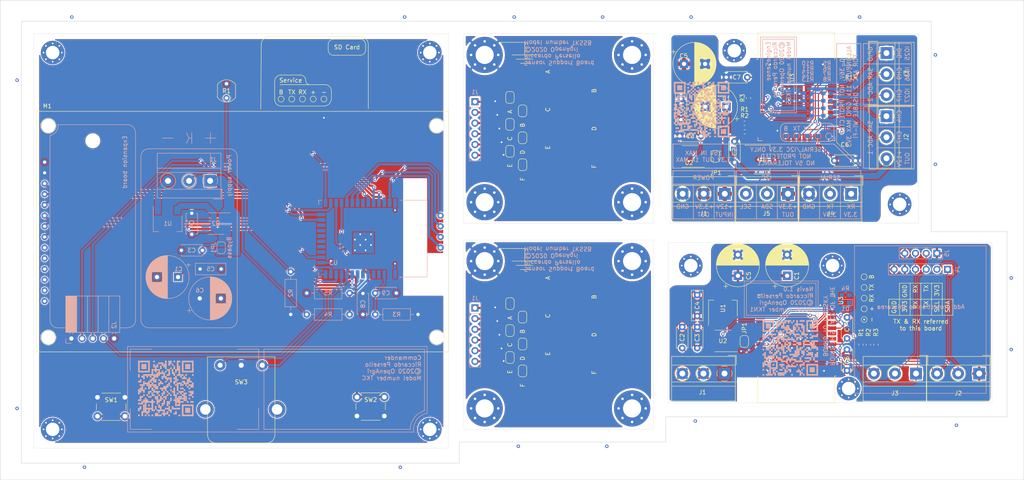
<source format=kicad_pcb>
(kicad_pcb (version 20171130) (host pcbnew "(5.1.5-0-10_14)")
  (layers (0 F.Cu signal) (31 B.Cu signal) (34 B.Paste user hide) (35 F.Paste user hide) (36 B.SilkS user) (37 F.SilkS user) (38 B.Mask user) (39 F.Mask user) (44 Edge.Cuts user))
  (net 0 "")
  (net 1 /PR_BOOT)
  (net 2 /PR_TX)
  (net 3 /PR_RX)
  (net 4 +3V3)
  (net 5 GND)
  (net 6 +12V)
  (net 7 "Net-(J1-Pad1)")
  (net 8 "Net-(U2-Pad6)")
  (net 9 "Net-(U3-Pad4)")
  (net 10 "Net-(U3-Pad5)")
  (net 11 "Net-(U3-Pad7)")
  (net 12 /PB_ENT)
  (net 13 /PB_BACK)
  (net 14 /ENC_A)
  (net 15 /ENC_B)
  (net 16 /TFT_BL)
  (net 17 /TFT_SCK)
  (net 18 /TFT_DI)
  (net 19 "Net-(U3-Pad17)")
  (net 20 "Net-(U3-Pad18)")
  (net 21 "Net-(U3-Pad19)")
  (net 22 "Net-(U3-Pad20)")
  (net 23 "Net-(U3-Pad21)")
  (net 24 "Net-(U3-Pad22)")
  (net 25 /TFT_CS)
  (net 26 /TFT_RS)
  (net 27 /TFT_RST)
  (net 28 "Net-(U3-Pad32)")
  (net 29 "Net-(C9-Pad2)")
  (net 30 "Net-(J1-Pad2)")
  (net 31 /EX_1)
  (net 32 /EX_2)
  (net 33 /EX_3)
  (net 34 /SD_SCK)
  (net 35 /SD_MISO)
  (net 36 /SD_MOSI)
  (net 37 /SD_CS)
  (net 38 /AN_LIGHT)
  (net 39 /AN_VOLT)
  (net 40 /AN_CURR)
  (net 41 "Net-(M1-Pad6)")
  (net 42 "Net-(M1-Pad5)")
  (net 43 "Net-(M1-Pad4)")
  (net 44 "Net-(M1-Pad3)")
  (net 45 "Net-(M1-Pad2)")
  (net 46 "Net-(M1-Pad1)")
  (net 47 "Net-(C7-Pad2)")
  (net 48 "Net-(D1-Pad2)")
  (net 49 /12VIN)
  (net 50 /SDA)
  (net 51 /SCL)
  (net 52 /TX)
  (net 53 /RX)
  (net 54 "Net-(R4-Pad1)")
  (net 55 "Net-(U3-Pad8)")
  (net 56 "Net-(U3-Pad11)")
  (net 57 "Net-(U3-Pad12)")
  (net 58 "Net-(U3-Pad13)")
  (net 59 "Net-(U3-Pad14)")
  (net 60 "Net-(U3-Pad16)")
  (net 61 "Net-(U3-Pad23)")
  (net 62 "Net-(U3-Pad24)")
  (net 63 "Net-(U3-Pad26)")
  (net 64 "Net-(U3-Pad29)")
  (net 65 "Net-(U3-Pad30)")
  (net 66 "Net-(U3-Pad31)")
  (net 67 "Net-(U3-Pad37)")
  (net 68 "Net-(R10-Pad1)")
  (net 69 "Net-(R11-Pad1)")
  (net 70 "Net-(R12-Pad1)")
  (net 71 "Net-(R13-Pad1)")
  (net 72 /ADC1_4)
  (net 73 /ADC1_7)
  (net 74 /ADC2_7)
  (net 75 /ADC2_9)
  (net 76 "Net-(R14-Pad1)")
  (net 77 /DIGITAL)
  (net 78 "Net-(J1-Pad3)")
  (net 79 "Net-(J1-Pad4)")
  (net 80 "Net-(J1-Pad5)")
  (net 81 "Net-(J1-Pad6)")
  (net 82 "Net-(JP1-Pad2)")
  (module MountingHole:MountingHole_4.3mm_M4_Pad_Via (layer F.Cu) (at 178.5 73.025)
    (fp_text reference " " (at 0 -5.3) (layer F.SilkS))
    (fp_text value Housing_Pad)
    (pad 1 thru_hole circle (at 2.280419 -2.280419) (size 0.9 0.9) (drill 0.6) (layers *.Cu *.Mask))
    (pad 1 thru_hole circle (at 0 -3.225) (size 0.9 0.9) (drill 0.6) (layers *.Cu *.Mask))
    (pad 1 thru_hole circle (at -2.280419 -2.280419) (size 0.9 0.9) (drill 0.6) (layers *.Cu *.Mask))
    (pad 1 thru_hole circle (at -3.225 0) (size 0.9 0.9) (drill 0.6) (layers *.Cu *.Mask))
    (pad 1 thru_hole circle (at -2.280419 2.280419) (size 0.9 0.9) (drill 0.6) (layers *.Cu *.Mask))
    (pad 1 thru_hole circle (at 0 3.225) (size 0.9 0.9) (drill 0.6) (layers *.Cu *.Mask))
    (pad 1 thru_hole circle (at 2.280419 2.280419) (size 0.9 0.9) (drill 0.6) (layers *.Cu *.Mask))
    (pad 1 thru_hole circle (at 3.225 0) (size 0.9 0.9) (drill 0.6) (layers *.Cu *.Mask))
    (pad 1 thru_hole circle (at 0 0) (size 8.6 8.6) (drill 4.3) (layers *.Cu *.Mask))
  )
  (module MountingHole:MountingHole_4.3mm_M4_Pad_Via (layer F.Cu) (at 143.5 38.025)
    (fp_text reference " " (at 0 -5.3) (layer F.SilkS))
    (fp_text value Housing_Pad)
    (pad 1 thru_hole circle (at 0 0) (size 8.6 8.6) (drill 4.3) (layers *.Cu *.Mask))
    (pad 1 thru_hole circle (at 3.225 0) (size 0.9 0.9) (drill 0.6) (layers *.Cu *.Mask))
    (pad 1 thru_hole circle (at 2.280419 2.280419) (size 0.9 0.9) (drill 0.6) (layers *.Cu *.Mask))
    (pad 1 thru_hole circle (at 0 3.225) (size 0.9 0.9) (drill 0.6) (layers *.Cu *.Mask))
    (pad 1 thru_hole circle (at -2.280419 2.280419) (size 0.9 0.9) (drill 0.6) (layers *.Cu *.Mask))
    (pad 1 thru_hole circle (at -3.225 0) (size 0.9 0.9) (drill 0.6) (layers *.Cu *.Mask))
    (pad 1 thru_hole circle (at -2.280419 -2.280419) (size 0.9 0.9) (drill 0.6) (layers *.Cu *.Mask))
    (pad 1 thru_hole circle (at 0 -3.225) (size 0.9 0.9) (drill 0.6) (layers *.Cu *.Mask))
    (pad 1 thru_hole circle (at 2.280419 -2.280419) (size 0.9 0.9) (drill 0.6) (layers *.Cu *.Mask))
  )
  (module MountingHole:MountingHole_4.3mm_M4_Pad_Via (layer F.Cu) (at 143.5 73.025)
    (fp_text reference " " (at 0 -5.3) (layer F.SilkS))
    (fp_text value Housing_Pad)
    (pad 1 thru_hole circle (at 2.280419 -2.280419) (size 0.9 0.9) (drill 0.6) (layers *.Cu *.Mask))
    (pad 1 thru_hole circle (at 0 -3.225) (size 0.9 0.9) (drill 0.6) (layers *.Cu *.Mask))
    (pad 1 thru_hole circle (at -2.280419 -2.280419) (size 0.9 0.9) (drill 0.6) (layers *.Cu *.Mask))
    (pad 1 thru_hole circle (at -3.225 0) (size 0.9 0.9) (drill 0.6) (layers *.Cu *.Mask))
    (pad 1 thru_hole circle (at -2.280419 2.280419) (size 0.9 0.9) (drill 0.6) (layers *.Cu *.Mask))
    (pad 1 thru_hole circle (at 0 3.225) (size 0.9 0.9) (drill 0.6) (layers *.Cu *.Mask))
    (pad 1 thru_hole circle (at 2.280419 2.280419) (size 0.9 0.9) (drill 0.6) (layers *.Cu *.Mask))
    (pad 1 thru_hole circle (at 3.225 0) (size 0.9 0.9) (drill 0.6) (layers *.Cu *.Mask))
    (pad 1 thru_hole circle (at 0 0) (size 8.6 8.6) (drill 4.3) (layers *.Cu *.Mask))
  )
  (module MountingHole:MountingHole_4.3mm_M4_Pad_Via (layer F.Cu) (at 178.5 38.025)
    (fp_text reference " " (at 0 -5.3) (layer F.SilkS))
    (fp_text value Housing_Pad)
    (pad 1 thru_hole circle (at 2.280419 -2.280419) (size 0.9 0.9) (drill 0.6) (layers *.Cu *.Mask))
    (pad 1 thru_hole circle (at 0 -3.225) (size 0.9 0.9) (drill 0.6) (layers *.Cu *.Mask))
    (pad 1 thru_hole circle (at -2.280419 -2.280419) (size 0.9 0.9) (drill 0.6) (layers *.Cu *.Mask))
    (pad 1 thru_hole circle (at -3.225 0) (size 0.9 0.9) (drill 0.6) (layers *.Cu *.Mask))
    (pad 1 thru_hole circle (at -2.280419 2.280419) (size 0.9 0.9) (drill 0.6) (layers *.Cu *.Mask))
    (pad 1 thru_hole circle (at 0 3.225) (size 0.9 0.9) (drill 0.6) (layers *.Cu *.Mask))
    (pad 1 thru_hole circle (at 2.280419 2.280419) (size 0.9 0.9) (drill 0.6) (layers *.Cu *.Mask))
    (pad 1 thru_hole circle (at 3.225 0) (size 0.9 0.9) (drill 0.6) (layers *.Cu *.Mask))
    (pad 1 thru_hole circle (at 0 0) (size 8.6 8.6) (drill 4.3) (layers *.Cu *.Mask))
  )
  (module Jumper:SolderJumper-2_P1.3mm_Open_RoundedPad1.0x1.5mm (layer F.Cu) (at 152.5 64.125 270)
    (fp_text reference F (at 3.4 0 90) (layer F.SilkS))
    (fp_text value " ")
    (pad 2 smd custom (at 0.65 0 270) (size 1 0.5) (layers F.Cu F.Mask) (options (clearance outline) (anchor rect)) (primitives (gr_circle (center 0 0.25) (end 0.5 0.25) (width 0)) (gr_circle (center 0 -0.25) (end 0.5 -0.25) (width 0)) (gr_poly (pts (xy 0 -0.75) (xy -0.5 -0.75) (xy -0.5 0.75) (xy 0 0.75)) (width 0))))
    (pad 1 smd custom (at -0.65 0 270) (size 1 0.5) (layers F.Cu F.Mask) (options (clearance outline) (anchor rect)) (primitives (gr_circle (center 0 0.25) (end 0.5 0.25) (width 0)) (gr_circle (center 0 -0.25) (end 0.5 -0.25) (width 0)) (gr_poly (pts (xy 0 -0.75) (xy 0.5 -0.75) (xy 0.5 0.75) (xy 0 0.75)) (width 0))))
  )
  (module Jumper:SolderJumper-2_P1.3mm_Open_RoundedPad1.0x1.5mm (layer F.Cu) (at 149.5 60.925 270)
    (fp_text reference E (at 3.4 0 90) (layer F.SilkS))
    (fp_text value " ")
    (pad 1 smd custom (at -0.65 0 270) (size 1 0.5) (layers F.Cu F.Mask) (options (clearance outline) (anchor rect)) (primitives (gr_circle (center 0 0.25) (end 0.5 0.25) (width 0)) (gr_circle (center 0 -0.25) (end 0.5 -0.25) (width 0)) (gr_poly (pts (xy 0 -0.75) (xy 0.5 -0.75) (xy 0.5 0.75) (xy 0 0.75)) (width 0))))
    (pad 2 smd custom (at 0.65 0 270) (size 1 0.5) (layers F.Cu F.Mask) (options (clearance outline) (anchor rect)) (primitives (gr_circle (center 0 0.25) (end 0.5 0.25) (width 0)) (gr_circle (center 0 -0.25) (end 0.5 -0.25) (width 0)) (gr_poly (pts (xy 0 -0.75) (xy -0.5 -0.75) (xy -0.5 0.75) (xy 0 0.75)) (width 0))))
  )
  (module Jumper:SolderJumper-2_P1.3mm_Open_RoundedPad1.0x1.5mm (layer F.Cu) (at 152.5 57.725 270)
    (fp_text reference D (at 3.4 0 90) (layer F.SilkS))
    (fp_text value " ")
    (pad 2 smd custom (at 0.65 0 270) (size 1 0.5) (layers F.Cu F.Mask) (options (clearance outline) (anchor rect)) (primitives (gr_circle (center 0 0.25) (end 0.5 0.25) (width 0)) (gr_circle (center 0 -0.25) (end 0.5 -0.25) (width 0)) (gr_poly (pts (xy 0 -0.75) (xy -0.5 -0.75) (xy -0.5 0.75) (xy 0 0.75)) (width 0))))
    (pad 1 smd custom (at -0.65 0 270) (size 1 0.5) (layers F.Cu F.Mask) (options (clearance outline) (anchor rect)) (primitives (gr_circle (center 0 0.25) (end 0.5 0.25) (width 0)) (gr_circle (center 0 -0.25) (end 0.5 -0.25) (width 0)) (gr_poly (pts (xy 0 -0.75) (xy 0.5 -0.75) (xy 0.5 0.75) (xy 0 0.75)) (width 0))))
  )
  (module Jumper:SolderJumper-2_P1.3mm_Open_RoundedPad1.0x1.5mm (layer F.Cu) (at 152.5 51.325 270)
    (fp_text reference B (at 3.4 0 90) (layer F.SilkS))
    (fp_text value " ")
    (pad 2 smd custom (at 0.65 0 270) (size 1 0.5) (layers F.Cu F.Mask) (options (clearance outline) (anchor rect)) (primitives (gr_circle (center 0 0.25) (end 0.5 0.25) (width 0)) (gr_circle (center 0 -0.25) (end 0.5 -0.25) (width 0)) (gr_poly (pts (xy 0 -0.75) (xy -0.5 -0.75) (xy -0.5 0.75) (xy 0 0.75)) (width 0))))
    (pad 1 smd custom (at -0.65 0 270) (size 1 0.5) (layers F.Cu F.Mask) (options (clearance outline) (anchor rect)) (primitives (gr_circle (center 0 0.25) (end 0.5 0.25) (width 0)) (gr_circle (center 0 -0.25) (end 0.5 -0.25) (width 0)) (gr_poly (pts (xy 0 -0.75) (xy 0.5 -0.75) (xy 0.5 0.75) (xy 0 0.75)) (width 0))))
  )
  (module Jumper:SolderJumper-2_P1.3mm_Open_RoundedPad1.0x1.5mm (layer F.Cu) (at 149.5 48.125 270)
    (fp_text reference A (at 3.4 0 90) (layer F.SilkS))
    (fp_text value " ")
    (pad 1 smd custom (at -0.65 0 270) (size 1 0.5) (layers F.Cu F.Mask) (options (clearance outline) (anchor rect)) (primitives (gr_circle (center 0 0.25) (end 0.5 0.25) (width 0)) (gr_circle (center 0 -0.25) (end 0.5 -0.25) (width 0)) (gr_poly (pts (xy 0 -0.75) (xy 0.5 -0.75) (xy 0.5 0.75) (xy 0 0.75)) (width 0))))
    (pad 2 smd custom (at 0.65 0 270) (size 1 0.5) (layers F.Cu F.Mask) (options (clearance outline) (anchor rect)) (primitives (gr_circle (center 0 0.25) (end 0.5 0.25) (width 0)) (gr_circle (center 0 -0.25) (end 0.5 -0.25) (width 0)) (gr_poly (pts (xy 0 -0.75) (xy -0.5 -0.75) (xy -0.5 0.75) (xy 0 0.75)) (width 0))))
  )
  (module Connector_Wire:SolderWirePad_1x01_SMD_5x10mm (layer F.Cu) (at 176 64.525 90)
    (fp_text reference F (at 0 -6.5 90) (layer F.SilkS))
    (fp_text value F)
    (pad 1 smd rect (at 0 0 90) (size 5 10) (layers F.Cu F.Paste F.Mask))
  )
  (module Connector_Wire:SolderWirePad_1x01_SMD_5x10mm (layer F.Cu) (at 165 60.025 90)
    (fp_text reference E (at 0 -6.5 90) (layer F.SilkS))
    (fp_text value E)
    (pad 1 smd rect (at 0 0 90) (size 5 10) (layers F.Cu F.Paste F.Mask))
  )
  (module Connector_Wire:SolderWirePad_1x01_SMD_5x10mm (layer F.Cu) (at 176 55.525 90)
    (fp_text reference D (at 0 -6.5 90) (layer F.SilkS))
    (fp_text value D)
    (pad 1 smd rect (at 0 0 90) (size 5 10) (layers F.Cu F.Paste F.Mask))
  )
  (module Connector_Wire:SolderWirePad_1x01_SMD_5x10mm (layer F.Cu) (at 165 51.025 90)
    (fp_text reference C (at 0 -6.5 90) (layer F.SilkS))
    (fp_text value C)
    (pad 1 smd rect (at 0 0 90) (size 5 10) (layers F.Cu F.Paste F.Mask))
  )
  (module Connector_Wire:SolderWirePad_1x01_SMD_5x10mm (layer F.Cu) (at 176 46.525 90)
    (fp_text reference B (at 0 -6.5 90) (layer F.SilkS))
    (fp_text value B)
    (pad 1 smd rect (at 0 0 90) (size 5 10) (layers F.Cu F.Paste F.Mask))
  )
  (module Connector_Wire:SolderWirePad_1x01_SMD_5x10mm (layer F.Cu) (at 165 42.025 90)
    (fp_text reference A (at 0 -6.5 90) (layer F.SilkS))
    (fp_text value A)
    (pad 1 smd rect (at 0 0 90) (size 5 10) (layers F.Cu F.Paste F.Mask))
  )
  (module Connector_PinHeader_2.54mm:PinHeader_1x06_P2.54mm_Vertical (layer B.Cu) (at 141.2 49.155 180)
    (fp_text reference J1 (at 0 2.33) (layer B.SilkS) (effects (justify mirror)))
    (fp_text value Conn_01x06)
    (pad 6 thru_hole oval (at 0 -12.7 180) (size 1.7 1.7) (drill 1) (layers *.Cu *.Mask))
    (pad 5 thru_hole oval (at 0 -10.16 180) (size 1.7 1.7) (drill 1) (layers *.Cu *.Mask))
    (pad 4 thru_hole oval (at 0 -7.62 180) (size 1.7 1.7) (drill 1) (layers *.Cu *.Mask))
    (pad 3 thru_hole oval (at 0 -5.08 180) (size 1.7 1.7) (drill 1) (layers *.Cu *.Mask))
    (pad 2 thru_hole oval (at 0 -2.54 180) (size 1.7 1.7) (drill 1) (layers *.Cu *.Mask))
    (pad 1 thru_hole rect (at 0 0 180) (size 1.7 1.7) (drill 1) (layers *.Cu *.Mask))
  )
  (module Jumper:SolderJumper-2_P1.3mm_Open_RoundedPad1.0x1.5mm (layer F.Cu) (at 149.5 54.525 270)
    (fp_text reference C (at 3.4 0 90) (layer F.SilkS))
    (fp_text value " ")
    (pad 1 smd custom (at -0.65 0 270) (size 1 0.5) (layers F.Cu F.Mask) (options (clearance outline) (anchor rect)) (primitives (gr_circle (center 0 0.25) (end 0.5 0.25) (width 0)) (gr_circle (center 0 -0.25) (end 0.5 -0.25) (width 0)) (gr_poly (pts (xy 0 -0.75) (xy 0.5 -0.75) (xy 0.5 0.75) (xy 0 0.75)) (width 0))))
    (pad 2 smd custom (at 0.65 0 270) (size 1 0.5) (layers F.Cu F.Mask) (options (clearance outline) (anchor rect)) (primitives (gr_circle (center 0 0.25) (end 0.5 0.25) (width 0)) (gr_circle (center 0 -0.25) (end 0.5 -0.25) (width 0)) (gr_poly (pts (xy 0 -0.75) (xy -0.5 -0.75) (xy -0.5 0.75) (xy 0 0.75)) (width 0))))
  )
  (module TestPoint:TestPoint_Pad_D1.0mm (layer F.Cu) (at 105.334 48.519)
    (fp_text reference - (at 0 -1.651) (layer F.SilkS))
    (fp_text value SERVICE_GND)
    (pad 1 smd circle (at 0 0) (size 1 1) (layers F.Cu F.Mask) (net 5 GND))
  )
  (module TestPoint:TestPoint_Pad_D1.0mm (layer F.Cu) (at 102.794 48.519)
    (fp_text reference + (at 0 -1.651) (layer F.SilkS))
    (fp_text value SERVICE_3V3)
    (pad 1 smd circle (at 0 0) (size 1 1) (layers F.Cu F.Mask) (net 4 +3V3))
  )
  (module TestPoint:TestPoint_Pad_D1.0mm (layer F.Cu) (at 100.254 48.519)
    (fp_text reference RX (at 0 -1.651) (layer F.SilkS))
    (fp_text value SERVICE_RX)
    (pad 1 smd circle (at 0 0) (size 1 1) (layers F.Cu F.Mask) (net 3 /PR_RX))
  )
  (module TestPoint:TestPoint_Pad_D1.0mm (layer F.Cu) (at 97.714 48.519)
    (fp_text reference TX (at 0 -1.651) (layer F.SilkS))
    (fp_text value SERVICE_TX)
    (pad 1 smd circle (at 0 0) (size 1 1) (layers F.Cu F.Mask) (net 2 /PR_TX))
  )
  (module TestPoint:TestPoint_Pad_D1.0mm (layer F.Cu) (at 95.174 48.519)
    (fp_text reference B (at 0 -1.651) (layer F.SilkS))
    (fp_text value SERVICE_BOOT)
    (pad 1 smd circle (at 0 0) (size 1 1) (layers F.Cu F.Mask) (net 1 /PR_BOOT))
  )
  (module MountingHole:MountingHole_3.2mm_M3_DIN965_Pad (layer F.Cu) (at 40.945 127.005)
    (fp_text reference " " (at 0 -3.8) (layer F.SilkS))
    (fp_text value MountingHole_3.2mm_M3_DIN965_Pad)
    (pad 1 thru_hole circle (at 0 0) (size 5.6 5.6) (drill 3.2) (layers *.Cu *.Mask))
  )
  (module MountingHole:MountingHole_3.2mm_M3_DIN965_Pad (layer F.Cu) (at 130.48 127.005)
    (fp_text reference " " (at 0 -3.8) (layer F.SilkS))
    (fp_text value MountingHole_3.2mm_M3_DIN965_Pad)
    (pad 1 thru_hole circle (at 0 0) (size 5.6 5.6) (drill 3.2) (layers *.Cu *.Mask))
  )
  (module MountingHole:MountingHole_3.2mm_M3_DIN965_Pad (layer F.Cu) (at 130.48 37.47)
    (fp_text reference " " (at 0 -3.8) (layer F.SilkS))
    (fp_text value MountingHole_3.2mm_M3_DIN965_Pad)
    (pad 1 thru_hole circle (at 0 0) (size 5.6 5.6) (drill 3.2) (layers *.Cu *.Mask))
  )
  (module MountingHole:MountingHole_3.2mm_M3_DIN965_Pad (layer F.Cu) (at 40.945 37.47)
    (fp_text reference " " (at 0 -3.8) (layer F.SilkS))
    (fp_text value MountingHole_3.2mm_M3_DIN965_Pad)
    (pad 1 thru_hole circle (at 0 0) (size 5.6 5.6) (drill 3.2) (layers *.Cu *.Mask))
  )
  (module ILI9488_Display:QRCODE (layer B.Cu) (at 67.615 117.48 180)
    (fp_text reference " " (at 0 -8) (layer B.SilkS) (effects (justify mirror)))
    (fp_text value " " (at 0 8) (layer B.SilkS) (effects (justify mirror)))
  )
  (module MountingHole:MountingHole_3.2mm_M3 (layer F.Cu) (at 50.47 58.425)
    (fp_text reference " " (at 0 5.08) (layer F.SilkS))
    (fp_text value MountingHole_3.2mm_M3)
    (pad 1 np_thru_hole circle (at 0 0) (size 3.2 3.2) (drill 3.2) (layers *.Cu *.Mask))
  )
  (module ILI9488_Display:3.5_TFT_SPI_480_320 (layer F.Cu) (at 37.135 108.59)
    (fp_text reference M1 (at 2.54 -58.42) (layer F.SilkS))
    (fp_text value 3.5_TFT_SPI_480_320)
    (pad 18 thru_hole circle (at 95.885 -24.765) (size 1.524 1.524) (drill 0.762) (layers *.Cu *.Mask) (net 34 /SD_SCK))
    (pad 17 thru_hole circle (at 95.885 -27.305) (size 1.524 1.524) (drill 0.762) (layers *.Cu *.Mask) (net 35 /SD_MISO))
    (pad 16 thru_hole circle (at 95.885 -29.845) (size 1.524 1.524) (drill 0.762) (layers *.Cu *.Mask) (net 36 /SD_MOSI))
    (pad 15 thru_hole circle (at 95.885 -32.385) (size 1.524 1.524) (drill 0.762) (layers *.Cu *.Mask) (net 37 /SD_CS))
    (pad "" np_thru_hole circle (at 2.794 -3.429) (size 3 3) (drill 3) (layers *.Cu *.Mask))
    (pad "" np_thru_hole circle (at 94.996 -3.429) (size 3 3) (drill 3) (layers *.Cu *.Mask))
    (pad "" np_thru_hole circle (at 94.996 -53.721) (size 3 3) (drill 3) (layers *.Cu *.Mask))
    (pad "" np_thru_hole circle (at 2.794 -53.721) (size 3 3) (drill 3) (layers *.Cu *.Mask))
    (pad 14 thru_hole circle (at 1.905 -45.085) (size 1.524 1.524) (drill 0.762) (layers *.Cu *.Mask) (net 5 GND))
    (pad 13 thru_hole circle (at 1.905 -42.545) (size 1.524 1.524) (drill 0.762) (layers *.Cu *.Mask) (net 4 +3V3))
    (pad 12 thru_hole circle (at 1.905 -40.005) (size 1.524 1.524) (drill 0.762) (layers *.Cu *.Mask) (net 25 /TFT_CS))
    (pad 11 thru_hole circle (at 1.905 -37.465) (size 1.524 1.524) (drill 0.762) (layers *.Cu *.Mask) (net 27 /TFT_RST))
    (pad 10 thru_hole circle (at 1.905 -34.925) (size 1.524 1.524) (drill 0.762) (layers *.Cu *.Mask) (net 26 /TFT_RS))
    (pad 9 thru_hole circle (at 1.905 -32.385) (size 1.524 1.524) (drill 0.762) (layers *.Cu *.Mask) (net 18 /TFT_DI))
    (pad 8 thru_hole circle (at 1.905 -29.845) (size 1.524 1.524) (drill 0.762) (layers *.Cu *.Mask) (net 17 /TFT_SCK))
    (pad 7 thru_hole circle (at 1.905 -27.305) (size 1.524 1.524) (drill 0.762) (layers *.Cu *.Mask) (net 16 /TFT_BL))
    (pad 6 thru_hole circle (at 1.905 -24.765) (size 1.524 1.524) (drill 0.762) (layers *.Cu *.Mask) (net 41 "Net-(M1-Pad6)"))
    (pad 5 thru_hole circle (at 1.905 -22.225) (size 1.524 1.524) (drill 0.762) (layers *.Cu *.Mask) (net 42 "Net-(M1-Pad5)"))
    (pad 4 thru_hole circle (at 1.905 -19.685) (size 1.524 1.524) (drill 0.762) (layers *.Cu *.Mask) (net 43 "Net-(M1-Pad4)"))
    (pad 3 thru_hole circle (at 1.905 -17.145) (size 1.524 1.524) (drill 0.762) (layers *.Cu *.Mask) (net 44 "Net-(M1-Pad3)"))
    (pad 2 thru_hole circle (at 1.905 -14.605) (size 1.524 1.524) (drill 0.762) (layers *.Cu *.Mask) (net 45 "Net-(M1-Pad2)"))
    (pad 1 thru_hole circle (at 1.905 -12.065) (size 1.524 1.524) (drill 0.762) (layers *.Cu *.Mask) (net 46 "Net-(M1-Pad1)"))
  )
  (module RF_Module:ESP32-WROOM-32 (layer B.Cu) (at 113.97 81.675 90)
    (fp_text reference U3 (at -5.715 -6.35 180) (layer B.SilkS) (effects (justify mirror)))
    (fp_text value ESP32-WROOM-32)
    (pad 38 smd rect (at 8.5 8.255 90) (size 2 0.9) (layers B.Cu B.Paste B.Mask) (net 5 GND))
    (pad 37 smd rect (at 8.5 6.985 90) (size 2 0.9) (layers B.Cu B.Paste B.Mask) (net 36 /SD_MOSI))
    (pad 36 smd rect (at 8.5 5.715 90) (size 2 0.9) (layers B.Cu B.Paste B.Mask) (net 32 /EX_2))
    (pad 35 smd rect (at 8.5 4.445 90) (size 2 0.9) (layers B.Cu B.Paste B.Mask) (net 2 /PR_TX))
    (pad 34 smd rect (at 8.5 3.175 90) (size 2 0.9) (layers B.Cu B.Paste B.Mask) (net 3 /PR_RX))
    (pad 33 smd rect (at 8.5 1.905 90) (size 2 0.9) (layers B.Cu B.Paste B.Mask) (net 31 /EX_1))
    (pad 32 smd rect (at 8.5 0.635 90) (size 2 0.9) (layers B.Cu B.Paste B.Mask) (net 28 "Net-(U3-Pad32)"))
    (pad 31 smd rect (at 8.5 -0.635 90) (size 2 0.9) (layers B.Cu B.Paste B.Mask) (net 35 /SD_MISO))
    (pad 30 smd rect (at 8.5 -1.905 90) (size 2 0.9) (layers B.Cu B.Paste B.Mask) (net 34 /SD_SCK))
    (pad 29 smd rect (at 8.5 -3.175 90) (size 2 0.9) (layers B.Cu B.Paste B.Mask) (net 37 /SD_CS))
    (pad 28 smd rect (at 8.5 -4.445 90) (size 2 0.9) (layers B.Cu B.Paste B.Mask) (net 13 /PB_BACK))
    (pad 27 smd rect (at 8.5 -5.715 90) (size 2 0.9) (layers B.Cu B.Paste B.Mask) (net 12 /PB_ENT))
    (pad 26 smd rect (at 8.5 -6.985 90) (size 2 0.9) (layers B.Cu B.Paste B.Mask) (net 27 /TFT_RST))
    (pad 25 smd rect (at 8.5 -8.255 90) (size 2 0.9) (layers B.Cu B.Paste B.Mask) (net 1 /PR_BOOT))
    (pad 24 smd rect (at 5.715 -9.255) (size 2 0.9) (layers B.Cu B.Paste B.Mask) (net 26 /TFT_RS))
    (pad 23 smd rect (at 4.445 -9.255) (size 2 0.9) (layers B.Cu B.Paste B.Mask) (net 25 /TFT_CS))
    (pad 22 smd rect (at 3.175 -9.255) (size 2 0.9) (layers B.Cu B.Paste B.Mask) (net 24 "Net-(U3-Pad22)"))
    (pad 21 smd rect (at 1.905 -9.255) (size 2 0.9) (layers B.Cu B.Paste B.Mask) (net 23 "Net-(U3-Pad21)"))
    (pad 20 smd rect (at 0.635 -9.255) (size 2 0.9) (layers B.Cu B.Paste B.Mask) (net 22 "Net-(U3-Pad20)"))
    (pad 19 smd rect (at -0.635 -9.255) (size 2 0.9) (layers B.Cu B.Paste B.Mask) (net 21 "Net-(U3-Pad19)"))
    (pad 18 smd rect (at -1.905 -9.255) (size 2 0.9) (layers B.Cu B.Paste B.Mask) (net 20 "Net-(U3-Pad18)"))
    (pad 17 smd rect (at -3.175 -9.255) (size 2 0.9) (layers B.Cu B.Paste B.Mask) (net 19 "Net-(U3-Pad17)"))
    (pad 16 smd rect (at -4.445 -9.255) (size 2 0.9) (layers B.Cu B.Paste B.Mask) (net 18 /TFT_DI))
    (pad 15 smd rect (at -5.715 -9.255) (size 2 0.9) (layers B.Cu B.Paste B.Mask) (net 5 GND))
    (pad 14 smd rect (at -8.5 -8.255 90) (size 2 0.9) (layers B.Cu B.Paste B.Mask) (net 33 /EX_3))
    (pad 13 smd rect (at -8.5 -6.985 90) (size 2 0.9) (layers B.Cu B.Paste B.Mask) (net 17 /TFT_SCK))
    (pad 12 smd rect (at -8.5 -5.715 90) (size 2 0.9) (layers B.Cu B.Paste B.Mask) (net 16 /TFT_BL))
    (pad 11 smd rect (at -8.5 -4.445 90) (size 2 0.9) (layers B.Cu B.Paste B.Mask) (net 15 /ENC_B))
    (pad 10 smd rect (at -8.5 -3.175 90) (size 2 0.9) (layers B.Cu B.Paste B.Mask) (net 14 /ENC_A))
    (pad 9 smd rect (at -8.5 -1.905 90) (size 2 0.9) (layers B.Cu B.Paste B.Mask) (net 40 /AN_CURR))
    (pad 8 smd rect (at -8.5 -0.635 90) (size 2 0.9) (layers B.Cu B.Paste B.Mask) (net 38 /AN_LIGHT))
    (pad 7 smd rect (at -8.5 0.635 90) (size 2 0.9) (layers B.Cu B.Paste B.Mask) (net 11 "Net-(U3-Pad7)"))
    (pad 6 smd rect (at -8.5 1.905 90) (size 2 0.9) (layers B.Cu B.Paste B.Mask) (net 39 /AN_VOLT))
    (pad 5 smd rect (at -8.5 3.175 90) (size 2 0.9) (layers B.Cu B.Paste B.Mask) (net 10 "Net-(U3-Pad5)"))
    (pad 4 smd rect (at -8.5 4.445 90) (size 2 0.9) (layers B.Cu B.Paste B.Mask) (net 9 "Net-(U3-Pad4)"))
    (pad 3 smd rect (at -8.5 5.715 90) (size 2 0.9) (layers B.Cu B.Paste B.Mask) (net 29 "Net-(C9-Pad2)"))
    (pad 2 smd rect (at -8.5 6.985 90) (size 2 0.9) (layers B.Cu B.Paste B.Mask) (net 4 +3V3))
    (pad 1 smd rect (at -8.5 8.255 90) (size 2 0.9) (layers B.Cu B.Paste B.Mask) (net 5 GND))
    (pad 39 smd rect (at -1 0.755 90) (size 5 5) (layers B.Cu B.Paste B.Mask) (net 5 GND))
  )
  (module Capacitor_THT:C_Disc_D4.7mm_W2.5mm_P5.00mm (layer B.Cu) (at 73.965 75.65 270)
    (fp_text reference C4 (at 2.54 0 90) (layer B.SilkS) (effects (justify mirror)))
    (fp_text value 100n)
    (pad 2 thru_hole circle (at 5 0 270) (size 1.6 1.6) (drill 0.8) (layers *.Cu *.Mask) (net 5 GND))
    (pad 1 thru_hole circle (at 0 0 270) (size 1.6 1.6) (drill 0.8) (layers *.Cu *.Mask) (net 4 +3V3))
  )
  (module Package_TO_SOT_SMD:SOT-223-3_TabPin2 (layer B.Cu) (at 68.25 78.11 270)
    (fp_text reference U1 (at 0 0 180) (layer B.SilkS) (effects (justify mirror)))
    (fp_text value AMS1117-3.3)
    (pad 1 smd rect (at -3.15 2.3 270) (size 2 1.5) (layers B.Cu B.Paste B.Mask) (net 5 GND))
    (pad 3 smd rect (at -3.15 -2.3 270) (size 2 1.5) (layers B.Cu B.Paste B.Mask) (net 6 +12V))
    (pad 2 smd rect (at -3.15 0 270) (size 2 1.5) (layers B.Cu B.Paste B.Mask) (net 4 +3V3))
    (pad 2 smd rect (at 3.15 0 270) (size 2 3.8) (layers B.Cu B.Paste B.Mask) (net 4 +3V3))
  )
  (module Package_SO:SOIC-8_3.9x4.9mm_P1.27mm (layer B.Cu) (at 79.68 78.11 180)
    (fp_text reference U2 (at 0 0) (layer B.SilkS) (effects (justify mirror)))
    (fp_text value ACS711xLCTR-12AB)
    (pad 8 smd roundrect (at 2.475 1.905 180) (size 1.95 0.6) (layers B.Cu B.Paste B.Mask) (net 4 +3V3))
    (pad 7 smd roundrect (at 2.475 0.635 180) (size 1.95 0.6) (layers B.Cu B.Paste B.Mask) (net 40 /AN_CURR))
    (pad 6 smd roundrect (at 2.475 -0.635 180) (size 1.95 0.6) (layers B.Cu B.Paste B.Mask) (net 8 "Net-(U2-Pad6)"))
    (pad 5 smd roundrect (at 2.475 -1.905 180) (size 1.95 0.6) (layers B.Cu B.Paste B.Mask) (net 5 GND))
    (pad 4 smd roundrect (at -2.475 -1.905 180) (size 1.95 0.6) (layers B.Cu B.Paste B.Mask) (net 6 +12V))
    (pad 3 smd roundrect (at -2.475 -0.635 180) (size 1.95 0.6) (layers B.Cu B.Paste B.Mask) (net 6 +12V))
    (pad 2 smd roundrect (at -2.475 0.635 180) (size 1.95 0.6) (layers B.Cu B.Paste B.Mask) (net 7 "Net-(J1-Pad1)"))
    (pad 1 smd roundrect (at -2.475 1.905 180) (size 1.95 0.6) (layers B.Cu B.Paste B.Mask) (net 7 "Net-(J1-Pad1)"))
  )
  (module Capacitor_THT:CP_Radial_D10.0mm_P5.00mm (layer B.Cu) (at 70.71 90.81 180)
    (fp_text reference C1 (at -0.08 1.905) (layer B.SilkS) (effects (justify mirror)))
    (fp_text value 100u)
    (pad 2 thru_hole circle (at 5 0 180) (size 2 2) (drill 1) (layers *.Cu *.Mask) (net 5 GND))
    (pad 1 thru_hole rect (at 0 0 180) (size 2 2) (drill 1) (layers *.Cu *.Mask) (net 6 +12V))
  )
  (module Capacitor_THT:C_Disc_D4.7mm_W2.5mm_P5.00mm (layer B.Cu) (at 76.505 84.46 180)
    (fp_text reference C3 (at 2.54 0) (layer B.SilkS) (effects (justify mirror)))
    (fp_text value 1u)
    (pad 2 thru_hole circle (at 5 0 180) (size 1.6 1.6) (drill 0.8) (layers *.Cu *.Mask) (net 5 GND))
    (pad 1 thru_hole circle (at 0 0 180) (size 1.6 1.6) (drill 0.8) (layers *.Cu *.Mask) (net 6 +12V))
  )
  (module Capacitor_THT:C_Disc_D7.0mm_W2.5mm_P5.00mm (layer B.Cu) (at 75.95 88.905)
    (fp_text reference C5 (at 2.5 0.000001) (layer B.SilkS) (effects (justify mirror)))
    (fp_text value 2.2u)
    (pad 2 thru_hole circle (at 5 0) (size 1.6 1.6) (drill 0.8) (layers *.Cu *.Mask) (net 5 GND))
    (pad 1 thru_hole circle (at 0 0) (size 1.6 1.6) (drill 0.8) (layers *.Cu *.Mask) (net 4 +3V3))
  )
  (module Capacitor_THT:CP_Radial_D10.0mm_P5.00mm (layer B.Cu) (at 75.87 95.89)
    (fp_text reference C6 (at 0 -1.905) (layer B.SilkS) (effects (justify mirror)))
    (fp_text value 220u)
    (pad 2 thru_hole circle (at 5 0) (size 2 2) (drill 1) (layers *.Cu *.Mask) (net 5 GND))
    (pad 1 thru_hole rect (at 0 0) (size 2 2) (drill 1) (layers *.Cu *.Mask) (net 4 +3V3))
  )
  (module Capacitor_THT:C_Disc_D4.7mm_W2.5mm_P5.00mm (layer B.Cu) (at 114.605 94.7 270)
    (fp_text reference C8 (at 2.5 0.000001 90) (layer B.SilkS) (effects (justify mirror)))
    (fp_text value C)
    (pad 2 thru_hole circle (at 5 0 270) (size 1.6 1.6) (drill 0.8) (layers *.Cu *.Mask) (net 5 GND))
    (pad 1 thru_hole circle (at 0 0 270) (size 1.6 1.6) (drill 0.8) (layers *.Cu *.Mask) (net 4 +3V3))
  )
  (module Capacitor_THT:C_Disc_D4.7mm_W2.5mm_P5.00mm (layer B.Cu) (at 122.526 94.62 180)
    (fp_text reference C9 (at 2.46 0) (layer B.SilkS) (effects (justify mirror)))
    (fp_text value 100n)
    (pad 2 thru_hole circle (at 5 0 180) (size 1.6 1.6) (drill 0.8) (layers *.Cu *.Mask) (net 29 "Net-(C9-Pad2)"))
    (pad 1 thru_hole circle (at 0 0 180) (size 1.6 1.6) (drill 0.8) (layers *.Cu *.Mask) (net 5 GND))
  )
  (module TerminalBlock_MetzConnect:TerminalBlock_MetzConnect_Type011_RT05503HBWC_1x03_P5.00mm_Horizontal (layer B.Cu) (at 78.33 67.95 180)
    (fp_text reference J1 (at -0.715 5.08 180) (layer B.SilkS) (effects (justify mirror)))
    (fp_text value POWER)
    (pad 3 thru_hole circle (at 10 0 180) (size 2.8 2.8) (drill 1.4) (layers *.Cu *.Mask) (net 5 GND))
    (pad 2 thru_hole circle (at 5 0 180) (size 2.8 2.8) (drill 1.4) (layers *.Cu *.Mask) (net 30 "Net-(J1-Pad2)"))
    (pad 1 thru_hole rect (at 0 0 180) (size 2.8 2.8) (drill 1.4) (layers *.Cu *.Mask) (net 7 "Net-(J1-Pad1)"))
  )
  (module Connector_PinSocket_2.54mm:PinSocket_1x05_P2.54mm_Horizontal (layer B.Cu) (at 45.39 105.415 270)
    (fp_text reference J2 (at -3.175 -10.16 90) (layer B.SilkS) (effects (justify mirror)))
    (fp_text value EXPAND)
    (pad 5 thru_hole oval (at 0 -10.16 270) (size 1.7 1.7) (drill 1) (layers *.Cu *.Mask) (net 5 GND))
    (pad 4 thru_hole oval (at 0 -7.62 270) (size 1.7 1.7) (drill 1) (layers *.Cu *.Mask) (net 33 /EX_3))
    (pad 3 thru_hole oval (at 0 -5.08 270) (size 1.7 1.7) (drill 1) (layers *.Cu *.Mask) (net 32 /EX_2))
    (pad 2 thru_hole oval (at 0 -2.54 270) (size 1.7 1.7) (drill 1) (layers *.Cu *.Mask) (net 31 /EX_1))
    (pad 1 thru_hole rect (at 0 0 270) (size 1.7 1.7) (drill 1) (layers *.Cu *.Mask) (net 4 +3V3))
  )
  (module Jumper:SolderJumper-2_P1.3mm_Open_RoundedPad1.0x1.5mm (layer B.Cu) (at 80.95 83.84 270)
    (fp_text reference JP1 (at 0 1.8 270) (layer B.SilkS) (effects (justify mirror)))
    (fp_text value BYPASS)
    (pad 2 smd custom (at 0.65 0 270) (size 1 0.5) (layers B.Cu B.Mask) (net 7 "Net-(J1-Pad1)") (options (clearance outline) (anchor rect)) (primitives (gr_circle (center 0 -0.25) (end 0.5 -0.25) (width 0)) (gr_circle (center 0 0.25) (end 0.5 0.25) (width 0)) (gr_poly (pts (xy 0 0.75) (xy -0.5 0.75) (xy -0.5 -0.75) (xy 0 -0.75)) (width 0))))
    (pad 1 smd custom (at -0.65 0 270) (size 1 0.5) (layers B.Cu B.Mask) (net 6 +12V) (options (clearance outline) (anchor rect)) (primitives (gr_circle (center 0 -0.25) (end 0.5 -0.25) (width 0)) (gr_circle (center 0 0.25) (end 0.5 0.25) (width 0)) (gr_poly (pts (xy 0 0.75) (xy 0.5 0.75) (xy 0.5 -0.75) (xy 0 -0.75)) (width 0))))
  )
  (module OptoDevice:R_LDR_5.1x4.3mm_P3.4mm_Vertical (layer F.Cu) (at 82.22 48.265 90)
    (fp_text reference R1 (at 1.7 0 180) (layer F.SilkS))
    (fp_text value LDR)
    (pad 2 thru_hole circle (at 3.4 0 90) (size 1.5 1.5) (drill 0.8) (layers *.Cu *.Mask) (net 5 GND))
    (pad 1 thru_hole circle (at 0 0 90) (size 1.5 1.5) (drill 0.8) (layers *.Cu *.Mask) (net 38 /AN_LIGHT))
  )
  (module Resistor_THT:R_Axial_DIN0207_L6.3mm_D2.5mm_P10.16mm_Horizontal (layer B.Cu) (at 97.46 89.54 270)
    (fp_text reference R2 (at 5.08 0 90) (layer B.SilkS) (effects (justify mirror)))
    (fp_text value 1k)
    (pad 2 thru_hole oval (at 10.16 0 270) (size 1.6 1.6) (drill 0.8) (layers *.Cu *.Mask) (net 4 +3V3))
    (pad 1 thru_hole circle (at 0 0 270) (size 1.6 1.6) (drill 0.8) (layers *.Cu *.Mask) (net 38 /AN_LIGHT))
  )
  (module Resistor_THT:R_Axial_DIN0207_L6.3mm_D2.5mm_P10.16mm_Horizontal (layer B.Cu) (at 127.686 99.7 180)
    (fp_text reference R3 (at 5.08 0) (layer B.SilkS) (effects (justify mirror)))
    (fp_text value 10k)
    (pad 2 thru_hole oval (at 10.16 0 180) (size 1.6 1.6) (drill 0.8) (layers *.Cu *.Mask) (net 29 "Net-(C9-Pad2)"))
    (pad 1 thru_hole circle (at 0 0 180) (size 1.6 1.6) (drill 0.8) (layers *.Cu *.Mask) (net 4 +3V3))
  )
  (module Resistor_THT:R_Axial_DIN0207_L6.3mm_D2.5mm_P10.16mm_Horizontal (layer B.Cu) (at 101.27 99.7)
    (fp_text reference R4 (at 5.08 0) (layer B.SilkS) (effects (justify mirror)))
    (fp_text value 10k)
    (pad 2 thru_hole oval (at 10.16 0) (size 1.6 1.6) (drill 0.8) (layers *.Cu *.Mask) (net 39 /AN_VOLT))
    (pad 1 thru_hole circle (at 0 0) (size 1.6 1.6) (drill 0.8) (layers *.Cu *.Mask) (net 30 "Net-(J1-Pad2)"))
  )
  (module Resistor_THT:R_Axial_DIN0207_L6.3mm_D2.5mm_P10.16mm_Horizontal (layer B.Cu) (at 111.43 94.62 180)
    (fp_text reference R5 (at 5.08 0) (layer B.SilkS) (effects (justify mirror)))
    (fp_text value 1k)
    (pad 2 thru_hole oval (at 10.16 0 180) (size 1.6 1.6) (drill 0.8) (layers *.Cu *.Mask) (net 5 GND))
    (pad 1 thru_hole circle (at 0 0 180) (size 1.6 1.6) (drill 0.8) (layers *.Cu *.Mask) (net 39 /AN_VOLT))
  )
  (module Button_Switch_THT:SW_PUSH_6mm_H4.3mm (layer F.Cu) (at 51.59 119.385)
    (fp_text reference SW1 (at 3.25 0.635) (layer F.SilkS))
    (fp_text value BUTTON_BACK)
    (pad 1 thru_hole circle (at 6.5 0 90) (size 2 2) (drill 1.1) (layers *.Cu *.Mask) (net 4 +3V3))
    (pad 2 thru_hole circle (at 6.5 4.5 90) (size 2 2) (drill 1.1) (layers *.Cu *.Mask) (net 13 /PB_BACK))
    (pad 1 thru_hole circle (at 0 0 90) (size 2 2) (drill 1.1) (layers *.Cu *.Mask) (net 4 +3V3))
    (pad 2 thru_hole circle (at 0 4.5 90) (size 2 2) (drill 1.1) (layers *.Cu *.Mask) (net 13 /PB_BACK))
  )
  (module Button_Switch_THT:SW_PUSH_6mm_H4.3mm (layer F.Cu) (at 113.185 119.33)
    (fp_text reference SW2 (at 3.25 0.635) (layer F.SilkS))
    (fp_text value BUTTON_ENTER)
    (pad 1 thru_hole circle (at 6.5 0 90) (size 2 2) (drill 1.1) (layers *.Cu *.Mask) (net 12 /PB_ENT))
    (pad 2 thru_hole circle (at 6.5 4.5 90) (size 2 2) (drill 1.1) (layers *.Cu *.Mask) (net 4 +3V3))
    (pad 1 thru_hole circle (at 0 0 90) (size 2 2) (drill 1.1) (layers *.Cu *.Mask) (net 12 /PB_ENT))
    (pad 2 thru_hole circle (at 0 4.5 90) (size 2 2) (drill 1.1) (layers *.Cu *.Mask) (net 4 +3V3))
  )
  (module ILI9488_Display:RotaryEncoder_Alps_EC16B04 (layer F.Cu) (at 85.7125 111.765 180)
    (fp_text reference SW3 (at 0 -4) (layer F.SilkS))
    (fp_text value Rotary_Encoder)
    (pad "" thru_hole circle (at -8.5 -10.5 180) (size 4 4) (drill 2.5) (layers *.Cu *.Mask))
    (pad "" thru_hole circle (at 8.5 -10.5 180) (size 4 4) (drill 2.5) (layers *.Cu *.Mask))
    (pad B thru_hole circle (at 5 0 180) (size 2.5 2.5) (drill 1.2) (layers *.Cu *.Mask) (net 15 /ENC_B))
    (pad C thru_hole circle (at 0 0 180) (size 2.5 2.5) (drill 1.2) (layers *.Cu *.Mask) (net 4 +3V3))
    (pad A thru_hole circle (at -5 0 180) (size 2.5 2.5) (drill 1.2) (layers *.Cu *.Mask) (net 14 /ENC_A))
  )
  (module MountingHole:MountingHole_4.3mm_M4_Pad_Via (layer F.Cu) (at 178.5 87.025)
    (fp_text reference " " (at 0 -5.3) (layer F.SilkS))
    (fp_text value Housing_Pad)
    (pad 1 thru_hole circle (at 0 0) (size 8.6 8.6) (drill 4.3) (layers *.Cu *.Mask))
    (pad 1 thru_hole circle (at 3.225 0) (size 0.9 0.9) (drill 0.6) (layers *.Cu *.Mask))
    (pad 1 thru_hole circle (at 2.280419 2.280419) (size 0.9 0.9) (drill 0.6) (layers *.Cu *.Mask))
    (pad 1 thru_hole circle (at 0 3.225) (size 0.9 0.9) (drill 0.6) (layers *.Cu *.Mask))
    (pad 1 thru_hole circle (at -2.280419 2.280419) (size 0.9 0.9) (drill 0.6) (layers *.Cu *.Mask))
    (pad 1 thru_hole circle (at -3.225 0) (size 0.9 0.9) (drill 0.6) (layers *.Cu *.Mask))
    (pad 1 thru_hole circle (at -2.280419 -2.280419) (size 0.9 0.9) (drill 0.6) (layers *.Cu *.Mask))
    (pad 1 thru_hole circle (at 0 -3.225) (size 0.9 0.9) (drill 0.6) (layers *.Cu *.Mask))
    (pad 1 thru_hole circle (at 2.280419 -2.280419) (size 0.9 0.9) (drill 0.6) (layers *.Cu *.Mask))
  )
  (module MountingHole:MountingHole_4.3mm_M4_Pad_Via (layer F.Cu) (at 178.5 122.025)
    (fp_text reference " " (at 0 -5.3) (layer F.SilkS))
    (fp_text value Housing_Pad)
    (pad 1 thru_hole circle (at 0 0) (size 8.6 8.6) (drill 4.3) (layers *.Cu *.Mask))
    (pad 1 thru_hole circle (at 3.225 0) (size 0.9 0.9) (drill 0.6) (layers *.Cu *.Mask))
    (pad 1 thru_hole circle (at 2.280419 2.280419) (size 0.9 0.9) (drill 0.6) (layers *.Cu *.Mask))
    (pad 1 thru_hole circle (at 0 3.225) (size 0.9 0.9) (drill 0.6) (layers *.Cu *.Mask))
    (pad 1 thru_hole circle (at -2.280419 2.280419) (size 0.9 0.9) (drill 0.6) (layers *.Cu *.Mask))
    (pad 1 thru_hole circle (at -3.225 0) (size 0.9 0.9) (drill 0.6) (layers *.Cu *.Mask))
    (pad 1 thru_hole circle (at -2.280419 -2.280419) (size 0.9 0.9) (drill 0.6) (layers *.Cu *.Mask))
    (pad 1 thru_hole circle (at 0 -3.225) (size 0.9 0.9) (drill 0.6) (layers *.Cu *.Mask))
    (pad 1 thru_hole circle (at 2.280419 -2.280419) (size 0.9 0.9) (drill 0.6) (layers *.Cu *.Mask))
  )
  (module MountingHole:MountingHole_4.3mm_M4_Pad_Via (layer F.Cu) (at 143.5 122.025)
    (fp_text reference " " (at 0 -5.3) (layer F.SilkS))
    (fp_text value Housing_Pad)
    (pad 1 thru_hole circle (at 0 0) (size 8.6 8.6) (drill 4.3) (layers *.Cu *.Mask))
    (pad 1 thru_hole circle (at 3.225 0) (size 0.9 0.9) (drill 0.6) (layers *.Cu *.Mask))
    (pad 1 thru_hole circle (at 2.280419 2.280419) (size 0.9 0.9) (drill 0.6) (layers *.Cu *.Mask))
    (pad 1 thru_hole circle (at 0 3.225) (size 0.9 0.9) (drill 0.6) (layers *.Cu *.Mask))
    (pad 1 thru_hole circle (at -2.280419 2.280419) (size 0.9 0.9) (drill 0.6) (layers *.Cu *.Mask))
    (pad 1 thru_hole circle (at -3.225 0) (size 0.9 0.9) (drill 0.6) (layers *.Cu *.Mask))
    (pad 1 thru_hole circle (at -2.280419 -2.280419) (size 0.9 0.9) (drill 0.6) (layers *.Cu *.Mask))
    (pad 1 thru_hole circle (at 0 -3.225) (size 0.9 0.9) (drill 0.6) (layers *.Cu *.Mask))
    (pad 1 thru_hole circle (at 2.280419 -2.280419) (size 0.9 0.9) (drill 0.6) (layers *.Cu *.Mask))
  )
  (module MountingHole:MountingHole_4.3mm_M4_Pad_Via (layer F.Cu) (at 143.5 87.025)
    (fp_text reference " " (at 0 -5.3) (layer F.SilkS))
    (fp_text value Housing_Pad)
    (pad 1 thru_hole circle (at 2.280419 -2.280419) (size 0.9 0.9) (drill 0.6) (layers *.Cu *.Mask) (net 82 "Net-(JP1-Pad2)"))
    (pad 1 thru_hole circle (at 0 -3.225) (size 0.9 0.9) (drill 0.6) (layers *.Cu *.Mask) (net 82 "Net-(JP1-Pad2)"))
    (pad 1 thru_hole circle (at -2.280419 -2.280419) (size 0.9 0.9) (drill 0.6) (layers *.Cu *.Mask) (net 82 "Net-(JP1-Pad2)"))
    (pad 1 thru_hole circle (at -3.225 0) (size 0.9 0.9) (drill 0.6) (layers *.Cu *.Mask) (net 82 "Net-(JP1-Pad2)"))
    (pad 1 thru_hole circle (at -2.280419 2.280419) (size 0.9 0.9) (drill 0.6) (layers *.Cu *.Mask) (net 82 "Net-(JP1-Pad2)"))
    (pad 1 thru_hole circle (at 0 3.225) (size 0.9 0.9) (drill 0.6) (layers *.Cu *.Mask) (net 82 "Net-(JP1-Pad2)"))
    (pad 1 thru_hole circle (at 2.280419 2.280419) (size 0.9 0.9) (drill 0.6) (layers *.Cu *.Mask) (net 82 "Net-(JP1-Pad2)"))
    (pad 1 thru_hole circle (at 3.225 0) (size 0.9 0.9) (drill 0.6) (layers *.Cu *.Mask) (net 82 "Net-(JP1-Pad2)"))
    (pad 1 thru_hole circle (at 0 0) (size 8.6 8.6) (drill 4.3) (layers *.Cu *.Mask) (net 82 "Net-(JP1-Pad2)"))
  )
  (module Connector_PinHeader_2.54mm:PinHeader_1x06_P2.54mm_Vertical (layer B.Cu) (at 141.2 98.155 180)
    (fp_text reference J1 (at 0 2.33) (layer B.SilkS) (effects (justify mirror)))
    (fp_text value Conn_01x06)
    (pad 1 thru_hole rect (at 0 0 180) (size 1.7 1.7) (drill 1) (layers *.Cu *.Mask) (net 7 "Net-(J1-Pad1)"))
    (pad 2 thru_hole oval (at 0 -2.54 180) (size 1.7 1.7) (drill 1) (layers *.Cu *.Mask) (net 30 "Net-(J1-Pad2)"))
    (pad 3 thru_hole oval (at 0 -5.08 180) (size 1.7 1.7) (drill 1) (layers *.Cu *.Mask) (net 78 "Net-(J1-Pad3)"))
    (pad 4 thru_hole oval (at 0 -7.62 180) (size 1.7 1.7) (drill 1) (layers *.Cu *.Mask) (net 79 "Net-(J1-Pad4)"))
    (pad 5 thru_hole oval (at 0 -10.16 180) (size 1.7 1.7) (drill 1) (layers *.Cu *.Mask) (net 80 "Net-(J1-Pad5)"))
    (pad 6 thru_hole oval (at 0 -12.7 180) (size 1.7 1.7) (drill 1) (layers *.Cu *.Mask) (net 81 "Net-(J1-Pad6)"))
  )
  (module Connector_Wire:SolderWirePad_1x01_SMD_5x10mm (layer F.Cu) (at 165 91.025 90)
    (fp_text reference A (at 0 -6.5 90) (layer F.SilkS))
    (fp_text value A)
    (pad 1 smd rect (at 0 0 90) (size 5 10) (layers F.Cu F.Paste F.Mask) (net 7 "Net-(J1-Pad1)"))
  )
  (module Connector_Wire:SolderWirePad_1x01_SMD_5x10mm (layer F.Cu) (at 176 95.525 90)
    (fp_text reference B (at 0 -6.5 90) (layer F.SilkS))
    (fp_text value B)
    (pad 1 smd rect (at 0 0 90) (size 5 10) (layers F.Cu F.Paste F.Mask) (net 30 "Net-(J1-Pad2)"))
  )
  (module Connector_Wire:SolderWirePad_1x01_SMD_5x10mm (layer F.Cu) (at 165 100.025 90)
    (fp_text reference C (at 0 -6.5 90) (layer F.SilkS))
    (fp_text value C)
    (pad 1 smd rect (at 0 0 90) (size 5 10) (layers F.Cu F.Paste F.Mask) (net 78 "Net-(J1-Pad3)"))
  )
  (module Connector_Wire:SolderWirePad_1x01_SMD_5x10mm (layer F.Cu) (at 176 104.525 90)
    (fp_text reference D (at 0 -6.5 90) (layer F.SilkS))
    (fp_text value D)
    (pad 1 smd rect (at 0 0 90) (size 5 10) (layers F.Cu F.Paste F.Mask) (net 79 "Net-(J1-Pad4)"))
  )
  (module Connector_Wire:SolderWirePad_1x01_SMD_5x10mm (layer F.Cu) (at 165 109.025 90)
    (fp_text reference E (at 0 -6.5 90) (layer F.SilkS))
    (fp_text value E)
    (pad 1 smd rect (at 0 0 90) (size 5 10) (layers F.Cu F.Paste F.Mask) (net 80 "Net-(J1-Pad5)"))
  )
  (module Connector_Wire:SolderWirePad_1x01_SMD_5x10mm (layer F.Cu) (at 176 113.525 90)
    (fp_text reference F (at 0 -6.5 90) (layer F.SilkS))
    (fp_text value F)
    (pad 1 smd rect (at 0 0 90) (size 5 10) (layers F.Cu F.Paste F.Mask) (net 81 "Net-(J1-Pad6)"))
  )
  (module Jumper:SolderJumper-2_P1.3mm_Open_RoundedPad1.0x1.5mm (layer F.Cu) (at 149.5 97.125 270)
    (fp_text reference A (at 3.4 0 90) (layer F.SilkS))
    (fp_text value " ")
    (pad 2 smd custom (at 0.65 0 270) (size 1 0.5) (layers F.Cu F.Mask) (net 82 "Net-(JP1-Pad2)") (options (clearance outline) (anchor rect)) (primitives (gr_circle (center 0 0.25) (end 0.5 0.25) (width 0)) (gr_circle (center 0 -0.25) (end 0.5 -0.25) (width 0)) (gr_poly (pts (xy 0 -0.75) (xy -0.5 -0.75) (xy -0.5 0.75) (xy 0 0.75)) (width 0))))
    (pad 1 smd custom (at -0.65 0 270) (size 1 0.5) (layers F.Cu F.Mask) (net 7 "Net-(J1-Pad1)") (options (clearance outline) (anchor rect)) (primitives (gr_circle (center 0 0.25) (end 0.5 0.25) (width 0)) (gr_circle (center 0 -0.25) (end 0.5 -0.25) (width 0)) (gr_poly (pts (xy 0 -0.75) (xy 0.5 -0.75) (xy 0.5 0.75) (xy 0 0.75)) (width 0))))
  )
  (module Jumper:SolderJumper-2_P1.3mm_Open_RoundedPad1.0x1.5mm (layer F.Cu) (at 152.5 100.325 270)
    (fp_text reference B (at 3.4 0 90) (layer F.SilkS))
    (fp_text value " ")
    (pad 1 smd custom (at -0.65 0 270) (size 1 0.5) (layers F.Cu F.Mask) (net 30 "Net-(J1-Pad2)") (options (clearance outline) (anchor rect)) (primitives (gr_circle (center 0 0.25) (end 0.5 0.25) (width 0)) (gr_circle (center 0 -0.25) (end 0.5 -0.25) (width 0)) (gr_poly (pts (xy 0 -0.75) (xy 0.5 -0.75) (xy 0.5 0.75) (xy 0 0.75)) (width 0))))
    (pad 2 smd custom (at 0.65 0 270) (size 1 0.5) (layers F.Cu F.Mask) (net 82 "Net-(JP1-Pad2)") (options (clearance outline) (anchor rect)) (primitives (gr_circle (center 0 0.25) (end 0.5 0.25) (width 0)) (gr_circle (center 0 -0.25) (end 0.5 -0.25) (width 0)) (gr_poly (pts (xy 0 -0.75) (xy -0.5 -0.75) (xy -0.5 0.75) (xy 0 0.75)) (width 0))))
  )
  (module Jumper:SolderJumper-2_P1.3mm_Open_RoundedPad1.0x1.5mm (layer F.Cu) (at 149.5 103.525 270)
    (fp_text reference C (at 3.4 0 90) (layer F.SilkS))
    (fp_text value " ")
    (pad 2 smd custom (at 0.65 0 270) (size 1 0.5) (layers F.Cu F.Mask) (net 82 "Net-(JP1-Pad2)") (options (clearance outline) (anchor rect)) (primitives (gr_circle (center 0 0.25) (end 0.5 0.25) (width 0)) (gr_circle (center 0 -0.25) (end 0.5 -0.25) (width 0)) (gr_poly (pts (xy 0 -0.75) (xy -0.5 -0.75) (xy -0.5 0.75) (xy 0 0.75)) (width 0))))
    (pad 1 smd custom (at -0.65 0 270) (size 1 0.5) (layers F.Cu F.Mask) (net 78 "Net-(J1-Pad3)") (options (clearance outline) (anchor rect)) (primitives (gr_circle (center 0 0.25) (end 0.5 0.25) (width 0)) (gr_circle (center 0 -0.25) (end 0.5 -0.25) (width 0)) (gr_poly (pts (xy 0 -0.75) (xy 0.5 -0.75) (xy 0.5 0.75) (xy 0 0.75)) (width 0))))
  )
  (module Jumper:SolderJumper-2_P1.3mm_Open_RoundedPad1.0x1.5mm (layer F.Cu) (at 152.5 106.725 270)
    (fp_text reference D (at 3.4 0 90) (layer F.SilkS))
    (fp_text value " ")
    (pad 1 smd custom (at -0.65 0 270) (size 1 0.5) (layers F.Cu F.Mask) (net 79 "Net-(J1-Pad4)") (options (clearance outline) (anchor rect)) (primitives (gr_circle (center 0 0.25) (end 0.5 0.25) (width 0)) (gr_circle (center 0 -0.25) (end 0.5 -0.25) (width 0)) (gr_poly (pts (xy 0 -0.75) (xy 0.5 -0.75) (xy 0.5 0.75) (xy 0 0.75)) (width 0))))
    (pad 2 smd custom (at 0.65 0 270) (size 1 0.5) (layers F.Cu F.Mask) (net 82 "Net-(JP1-Pad2)") (options (clearance outline) (anchor rect)) (primitives (gr_circle (center 0 0.25) (end 0.5 0.25) (width 0)) (gr_circle (center 0 -0.25) (end 0.5 -0.25) (width 0)) (gr_poly (pts (xy 0 -0.75) (xy -0.5 -0.75) (xy -0.5 0.75) (xy 0 0.75)) (width 0))))
  )
  (module Jumper:SolderJumper-2_P1.3mm_Open_RoundedPad1.0x1.5mm (layer F.Cu) (at 149.5 109.925 270)
    (fp_text reference E (at 3.4 0 90) (layer F.SilkS))
    (fp_text value " ")
    (pad 2 smd custom (at 0.65 0 270) (size 1 0.5) (layers F.Cu F.Mask) (net 82 "Net-(JP1-Pad2)") (options (clearance outline) (anchor rect)) (primitives (gr_circle (center 0 0.25) (end 0.5 0.25) (width 0)) (gr_circle (center 0 -0.25) (end 0.5 -0.25) (width 0)) (gr_poly (pts (xy 0 -0.75) (xy -0.5 -0.75) (xy -0.5 0.75) (xy 0 0.75)) (width 0))))
    (pad 1 smd custom (at -0.65 0 270) (size 1 0.5) (layers F.Cu F.Mask) (net 80 "Net-(J1-Pad5)") (options (clearance outline) (anchor rect)) (primitives (gr_circle (center 0 0.25) (end 0.5 0.25) (width 0)) (gr_circle (center 0 -0.25) (end 0.5 -0.25) (width 0)) (gr_poly (pts (xy 0 -0.75) (xy 0.5 -0.75) (xy 0.5 0.75) (xy 0 0.75)) (width 0))))
  )
  (module Jumper:SolderJumper-2_P1.3mm_Open_RoundedPad1.0x1.5mm (layer F.Cu) (at 152.5 113.125 270)
    (fp_text reference F (at 3.4 0 90) (layer F.SilkS))
    (fp_text value " ")
    (pad 1 smd custom (at -0.65 0 270) (size 1 0.5) (layers F.Cu F.Mask) (net 81 "Net-(J1-Pad6)") (options (clearance outline) (anchor rect)) (primitives (gr_circle (center 0 0.25) (end 0.5 0.25) (width 0)) (gr_circle (center 0 -0.25) (end 0.5 -0.25) (width 0)) (gr_poly (pts (xy 0 -0.75) (xy 0.5 -0.75) (xy 0.5 0.75) (xy 0 0.75)) (width 0))))
    (pad 2 smd custom (at 0.65 0 270) (size 1 0.5) (layers F.Cu F.Mask) (net 82 "Net-(JP1-Pad2)") (options (clearance outline) (anchor rect)) (primitives (gr_circle (center 0 0.25) (end 0.5 0.25) (width 0)) (gr_circle (center 0 -0.25) (end 0.5 -0.25) (width 0)) (gr_poly (pts (xy 0 -0.75) (xy -0.5 -0.75) (xy -0.5 0.75) (xy 0 0.75)) (width 0))))
  )
  (module RF_Module:ESP32-WROOM-32 (layer F.Cu) (at 217.5 48.525)
    (fp_text reference U3 (at -1 -5.073 90) (layer F.SilkS))
    (fp_text value ESP32-WROOM-32)
    (pad 38 smd rect (at 8.5 -8.255) (size 2 0.9) (layers F.Cu F.Paste F.Mask) (net 5 GND))
    (pad 37 smd rect (at 8.5 -6.985) (size 2 0.9) (layers F.Cu F.Paste F.Mask) (net 76 "Net-(R14-Pad1)"))
    (pad 36 smd rect (at 8.5 -5.715) (size 2 0.9) (layers F.Cu F.Paste F.Mask) (net 51 /SCL))
    (pad 35 smd rect (at 8.5 -4.445) (size 2 0.9) (layers F.Cu F.Paste F.Mask) (net 2 /PR_TX))
    (pad 34 smd rect (at 8.5 -3.175) (size 2 0.9) (layers F.Cu F.Paste F.Mask) (net 3 /PR_RX))
    (pad 33 smd rect (at 8.5 -1.905) (size 2 0.9) (layers F.Cu F.Paste F.Mask) (net 50 /SDA))
    (pad 32 smd rect (at 8.5 -0.635) (size 2 0.9) (layers F.Cu F.Paste F.Mask) (net 28 "Net-(U3-Pad32)"))
    (pad 31 smd rect (at 8.5 0.635) (size 2 0.9) (layers F.Cu F.Paste F.Mask) (net 66 "Net-(U3-Pad31)"))
    (pad 30 smd rect (at 8.5 1.905) (size 2 0.9) (layers F.Cu F.Paste F.Mask) (net 65 "Net-(U3-Pad30)"))
    (pad 29 smd rect (at 8.5 3.175) (size 2 0.9) (layers F.Cu F.Paste F.Mask) (net 64 "Net-(U3-Pad29)"))
    (pad 28 smd rect (at 8.5 4.445) (size 2 0.9) (layers F.Cu F.Paste F.Mask) (net 52 /TX))
    (pad 27 smd rect (at 8.5 5.715) (size 2 0.9) (layers F.Cu F.Paste F.Mask) (net 53 /RX))
    (pad 26 smd rect (at 8.5 6.985) (size 2 0.9) (layers F.Cu F.Paste F.Mask) (net 63 "Net-(U3-Pad26)"))
    (pad 25 smd rect (at 8.5 8.255) (size 2 0.9) (layers F.Cu F.Paste F.Mask) (net 1 /PR_BOOT))
    (pad 24 smd rect (at 5.715 9.255 90) (size 2 0.9) (layers F.Cu F.Paste F.Mask) (net 62 "Net-(U3-Pad24)"))
    (pad 23 smd rect (at 4.445 9.255 90) (size 2 0.9) (layers F.Cu F.Paste F.Mask) (net 61 "Net-(U3-Pad23)"))
    (pad 22 smd rect (at 3.175 9.255 90) (size 2 0.9) (layers F.Cu F.Paste F.Mask) (net 24 "Net-(U3-Pad22)"))
    (pad 21 smd rect (at 1.905 9.255 90) (size 2 0.9) (layers F.Cu F.Paste F.Mask) (net 23 "Net-(U3-Pad21)"))
    (pad 20 smd rect (at 0.635 9.255 90) (size 2 0.9) (layers F.Cu F.Paste F.Mask) (net 22 "Net-(U3-Pad20)"))
    (pad 19 smd rect (at -0.635 9.255 90) (size 2 0.9) (layers F.Cu F.Paste F.Mask) (net 21 "Net-(U3-Pad19)"))
    (pad 18 smd rect (at -1.905 9.255 90) (size 2 0.9) (layers F.Cu F.Paste F.Mask) (net 20 "Net-(U3-Pad18)"))
    (pad 17 smd rect (at -3.175 9.255 90) (size 2 0.9) (layers F.Cu F.Paste F.Mask) (net 19 "Net-(U3-Pad17)"))
    (pad 16 smd rect (at -4.445 9.255 90) (size 2 0.9) (layers F.Cu F.Paste F.Mask) (net 60 "Net-(U3-Pad16)"))
    (pad 15 smd rect (at -5.715 9.255 90) (size 2 0.9) (layers F.Cu F.Paste F.Mask) (net 5 GND))
    (pad 14 smd rect (at -8.5 8.255) (size 2 0.9) (layers F.Cu F.Paste F.Mask) (net 59 "Net-(U3-Pad14)"))
    (pad 13 smd rect (at -8.5 6.985) (size 2 0.9) (layers F.Cu F.Paste F.Mask) (net 58 "Net-(U3-Pad13)"))
    (pad 12 smd rect (at -8.5 5.715) (size 2 0.9) (layers F.Cu F.Paste F.Mask) (net 69 "Net-(R11-Pad1)"))
    (pad 11 smd rect (at -8.5 4.445) (size 2 0.9) (layers F.Cu F.Paste F.Mask) (net 68 "Net-(R10-Pad1)"))
    (pad 10 smd rect (at -8.5 3.175) (size 2 0.9) (layers F.Cu F.Paste F.Mask) (net 77 /DIGITAL))
    (pad 9 smd rect (at -8.5 1.905) (size 2 0.9) (layers F.Cu F.Paste F.Mask) (net 40 /AN_CURR))
    (pad 8 smd rect (at -8.5 0.635) (size 2 0.9) (layers F.Cu F.Paste F.Mask) (net 70 "Net-(R12-Pad1)"))
    (pad 7 smd rect (at -8.5 -0.635) (size 2 0.9) (layers F.Cu F.Paste F.Mask) (net 71 "Net-(R13-Pad1)"))
    (pad 6 smd rect (at -8.5 -1.905) (size 2 0.9) (layers F.Cu F.Paste F.Mask) (net 39 /AN_VOLT))
    (pad 5 smd rect (at -8.5 -3.175) (size 2 0.9) (layers F.Cu F.Paste F.Mask) (net 10 "Net-(U3-Pad5)"))
    (pad 4 smd rect (at -8.5 -4.445) (size 2 0.9) (layers F.Cu F.Paste F.Mask) (net 9 "Net-(U3-Pad4)"))
    (pad 3 smd rect (at -8.5 -5.715) (size 2 0.9) (layers F.Cu F.Paste F.Mask) (net 47 "Net-(C7-Pad2)"))
    (pad 2 smd rect (at -8.5 -6.985) (size 2 0.9) (layers F.Cu F.Paste F.Mask) (net 4 +3V3))
    (pad 1 smd rect (at -8.5 -8.255) (size 2 0.9) (layers F.Cu F.Paste F.Mask) (net 5 GND))
    (pad 39 smd rect (at -1 -0.755) (size 5 5) (layers F.Cu F.Paste F.Mask) (net 5 GND))
  )
  (module MountingHole:MountingHole_3.2mm_M3_DIN965_Pad (layer F.Cu) (at 242 73.525)
    (fp_text reference " " (at 0 -3.8) (layer F.SilkS))
    (fp_text value MountingHole_3.2mm_M3_DIN965_Pad)
    (pad 1 thru_hole circle (at 0 0) (size 5.6 5.6) (drill 3.2) (layers *.Cu *.Mask))
  )
  (module MountingHole:MountingHole_3.2mm_M3_DIN965_Pad (layer F.Cu) (at 202.75 37.025)
    (fp_text reference " " (at 0 -3.8) (layer F.SilkS))
    (fp_text value MountingHole_3.2mm_M3_DIN965_Pad)
    (pad 1 thru_hole circle (at 0 0) (size 5.6 5.6) (drill 3.2) (layers *.Cu *.Mask))
  )
  (module open-agri.github.io_TKES1 (layer B.Cu) (at 195 51.025 180)
    (fp_text reference " " (at 0 -7.8) (layer B.SilkS) (effects (justify mirror)))
    (fp_text value " " (at 0 7.8) (layer B.SilkS) (effects (justify mirror)))
  )
  (module TestPoint:TestPoint_Pad_D1.0mm (layer B.Cu) (at 225.162 57.305)
    (fp_text reference - (at 0 -1.778) (layer B.SilkS) (effects (justify mirror)))
    (fp_text value SERVICE_GND)
    (pad 1 smd circle (at 0 0) (size 1 1) (layers B.Cu B.Mask) (net 5 GND))
  )
  (module TestPoint:TestPoint_Pad_D1.0mm (layer B.Cu) (at 222.622 57.305)
    (fp_text reference + (at 0 -1.778) (layer B.SilkS) (effects (justify mirror)))
    (fp_text value SERVICE_3V3)
    (pad 1 smd circle (at 0 0) (size 1 1) (layers B.Cu B.Mask) (net 4 +3V3))
  )
  (module TestPoint:TestPoint_Pad_D1.0mm (layer B.Cu) (at 220.082 57.305)
    (fp_text reference RX (at 0 -1.778) (layer B.SilkS) (effects (justify mirror)))
    (fp_text value SERVICE_RX)
    (pad 1 smd circle (at 0 0) (size 1 1) (layers B.Cu B.Mask) (net 3 /PR_RX))
  )
  (module TestPoint:TestPoint_Pad_D1.0mm (layer B.Cu) (at 217.542 57.305)
    (fp_text reference TX (at 0 -1.778) (layer B.SilkS) (effects (justify mirror)))
    (fp_text value SERVICE_TX)
    (pad 1 smd circle (at 0 0) (size 1 1) (layers B.Cu B.Mask) (net 2 /PR_TX))
  )
  (module TestPoint:TestPoint_Pad_D1.0mm (layer B.Cu) (at 215.002 57.305)
    (fp_text reference B (at 0 -1.778 180) (layer B.SilkS) (effects (justify mirror)))
    (fp_text value SERVICE_BOOT)
    (pad 1 smd circle (at 0 0) (size 1 1) (layers B.Cu B.Mask) (net 1 /PR_BOOT))
  )
  (module Resistor_SMD:R_0603_1608Metric_Pad1.05x0.95mm_HandSolder (layer B.Cu) (at 220.209 52.479 180)
    (fp_text reference R13 (at 0 8.636 180) (layer B.SilkS) (effects (justify mirror)))
    (fp_text value 1k)
    (pad 2 smd roundrect (at 0.875 0 180) (size 1.05 0.95) (layers B.Cu B.Paste B.Mask) (net 5 GND))
    (pad 1 smd roundrect (at -0.875 0 180) (size 1.05 0.95) (layers B.Cu B.Paste B.Mask) (net 71 "Net-(R13-Pad1)"))
  )
  (module Resistor_SMD:R_0603_1608Metric_Pad1.05x0.95mm_HandSolder (layer B.Cu) (at 220.209 50.701 180)
    (fp_text reference R12 (at 0 8.128 180) (layer B.SilkS) (effects (justify mirror)))
    (fp_text value 1k)
    (pad 2 smd roundrect (at 0.875 0 180) (size 1.05 0.95) (layers B.Cu B.Paste B.Mask) (net 5 GND))
    (pad 1 smd roundrect (at -0.875 0 180) (size 1.05 0.95) (layers B.Cu B.Paste B.Mask) (net 70 "Net-(R12-Pad1)"))
  )
  (module Resistor_SMD:R_0603_1608Metric_Pad1.05x0.95mm_HandSolder (layer B.Cu) (at 220.223 48.923 180)
    (fp_text reference R11 (at 0 7.62 180) (layer B.SilkS) (effects (justify mirror)))
    (fp_text value 1k)
    (pad 2 smd roundrect (at 0.875 0 180) (size 1.05 0.95) (layers B.Cu B.Paste B.Mask) (net 5 GND))
    (pad 1 smd roundrect (at -0.875 0 180) (size 1.05 0.95) (layers B.Cu B.Paste B.Mask) (net 69 "Net-(R11-Pad1)"))
  )
  (module Resistor_SMD:R_0603_1608Metric_Pad1.05x0.95mm_HandSolder (layer B.Cu) (at 220.209 47.145 180)
    (fp_text reference R10 (at 0 7.112 180) (layer B.SilkS) (effects (justify mirror)))
    (fp_text value 1k)
    (pad 2 smd roundrect (at 0.875 0 180) (size 1.05 0.95) (layers B.Cu B.Paste B.Mask) (net 5 GND))
    (pad 1 smd roundrect (at -0.875 0 180) (size 1.05 0.95) (layers B.Cu B.Paste B.Mask) (net 68 "Net-(R10-Pad1)"))
  )
  (module Resistor_SMD:R_0603_1608Metric_Pad1.05x0.95mm_HandSolder (layer B.Cu) (at 224.781 52.479 180)
    (fp_text reference R8 (at 0 8.636 180) (layer B.SilkS) (effects (justify mirror)))
    (fp_text value 10k)
    (pad 2 smd roundrect (at 0.875 0 180) (size 1.05 0.95) (layers B.Cu B.Paste B.Mask) (net 71 "Net-(R13-Pad1)"))
    (pad 1 smd roundrect (at -0.875 0 180) (size 1.05 0.95) (layers B.Cu B.Paste B.Mask) (net 73 /ADC1_7))
  )
  (module Resistor_SMD:R_0603_1608Metric_Pad1.05x0.95mm_HandSolder (layer B.Cu) (at 224.767 50.701 180)
    (fp_text reference R7 (at 0 8.128 180) (layer B.SilkS) (effects (justify mirror)))
    (fp_text value 10k)
    (pad 2 smd roundrect (at 0.875 0 180) (size 1.05 0.95) (layers B.Cu B.Paste B.Mask) (net 70 "Net-(R12-Pad1)"))
    (pad 1 smd roundrect (at -0.875 0 180) (size 1.05 0.95) (layers B.Cu B.Paste B.Mask) (net 72 /ADC1_4))
  )
  (module Resistor_SMD:R_0603_1608Metric_Pad1.05x0.95mm_HandSolder (layer B.Cu) (at 224.767 48.923 180)
    (fp_text reference R6 (at 0 7.62 180) (layer B.SilkS) (effects (justify mirror)))
    (fp_text value 10k)
    (pad 2 smd roundrect (at 0.875 0 180) (size 1.05 0.95) (layers B.Cu B.Paste B.Mask) (net 69 "Net-(R11-Pad1)"))
    (pad 1 smd roundrect (at -0.875 0 180) (size 1.05 0.95) (layers B.Cu B.Paste B.Mask) (net 74 /ADC2_7))
  )
  (module Resistor_SMD:R_0603_1608Metric_Pad1.05x0.95mm_HandSolder (layer B.Cu) (at 224.767 47.145 180)
    (fp_text reference R5 (at 0 7.112 180) (layer B.SilkS) (effects (justify mirror)))
    (fp_text value 10k)
    (pad 2 smd roundrect (at 0.875 0 180) (size 1.05 0.95) (layers B.Cu B.Paste B.Mask) (net 68 "Net-(R10-Pad1)"))
    (pad 1 smd roundrect (at -0.875 0 180) (size 1.05 0.95) (layers B.Cu B.Paste B.Mask) (net 75 /ADC2_9))
  )
  (module Resistor_SMD:R_0603_1608Metric_Pad1.05x0.95mm_HandSolder (layer F.Cu) (at 206.112 48.274 90)
    (fp_text reference R3 (at 0 -1.43 90) (layer F.SilkS))
    (fp_text value 10k)
    (pad 2 smd roundrect (at 0.875 0 90) (size 1.05 0.95) (layers F.Cu F.Paste F.Mask) (net 47 "Net-(C7-Pad2)"))
    (pad 1 smd roundrect (at -0.875 0 90) (size 1.05 0.95) (layers F.Cu F.Paste F.Mask) (net 4 +3V3))
  )
  (module Resistor_SMD:R_0603_1608Metric_Pad1.05x0.95mm_HandSolder (layer F.Cu) (at 205.209 56.289)
    (fp_text reference R2 (at 0 -3.81) (layer F.SilkS))
    (fp_text value 1k)
    (pad 2 smd roundrect (at 0.875 0) (size 1.05 0.95) (layers F.Cu F.Paste F.Mask) (net 5 GND))
    (pad 1 smd roundrect (at -0.875 0) (size 1.05 0.95) (layers F.Cu F.Paste F.Mask) (net 39 /AN_VOLT))
  )
  (module Resistor_SMD:R_0603_1608Metric_Pad1.05x0.95mm_HandSolder (layer F.Cu) (at 205.209 54.257 180)
    (fp_text reference R1 (at 0 3.302) (layer F.SilkS))
    (fp_text value 10k)
    (pad 2 smd roundrect (at 0.875 0 180) (size 1.05 0.95) (layers F.Cu F.Paste F.Mask) (net 39 /AN_VOLT))
    (pad 1 smd roundrect (at -0.875 0 180) (size 1.05 0.95) (layers F.Cu F.Paste F.Mask) (net 49 /12VIN))
  )
  (module Capacitor_THT:CP_Radial_D10.0mm_P5.00mm (layer F.Cu) (at 200.905 50.32 180)
    (fp_text reference C1 (at 0 1.905) (layer F.SilkS))
    (fp_text value 100u)
    (pad 2 thru_hole circle (at 5 0 180) (size 2 2) (drill 1) (layers *.Cu *.Mask) (net 5 GND))
    (pad 1 thru_hole rect (at 0 0 180) (size 2 2) (drill 1) (layers *.Cu *.Mask) (net 6 +12V))
  )
  (module Capacitor_THT:C_Disc_D4.7mm_W2.5mm_P5.00mm (layer F.Cu) (at 202.81 63.575 90)
    (fp_text reference C2 (at 2.5 0 90) (layer F.SilkS))
    (fp_text value 1u)
    (pad 2 thru_hole circle (at 5 0 90) (size 1.6 1.6) (drill 0.8) (layers *.Cu *.Mask) (net 5 GND))
    (pad 1 thru_hole circle (at 0 0 90) (size 1.6 1.6) (drill 0.8) (layers *.Cu *.Mask) (net 6 +12V))
  )
  (module Capacitor_THT:C_Disc_D4.7mm_W2.5mm_P5.00mm (layer F.Cu) (at 194.809 57.305 180)
    (fp_text reference C3 (at 2.5 0) (layer F.SilkS))
    (fp_text value 100n)
    (pad 2 thru_hole circle (at 5 0 180) (size 1.6 1.6) (drill 0.8) (layers *.Cu *.Mask) (net 5 GND))
    (pad 1 thru_hole circle (at 0 0 180) (size 1.6 1.6) (drill 0.8) (layers *.Cu *.Mask) (net 4 +3V3))
  )
  (module Capacitor_THT:C_Disc_D7.0mm_W2.5mm_P5.00mm (layer F.Cu) (at 190.11 53.415 90)
    (fp_text reference C4 (at 2.5 0 90) (layer F.SilkS))
    (fp_text value 2.2u)
    (pad 2 thru_hole circle (at 5 0 90) (size 1.6 1.6) (drill 0.8) (layers *.Cu *.Mask) (net 5 GND))
    (pad 1 thru_hole circle (at 0 0 90) (size 1.6 1.6) (drill 0.8) (layers *.Cu *.Mask) (net 4 +3V3))
  )
  (module Capacitor_THT:CP_Radial_D10.0mm_P5.00mm (layer F.Cu) (at 190.825 40.16)
    (fp_text reference C5 (at -0.08 -1.905) (layer F.SilkS))
    (fp_text value 220u)
    (pad 2 thru_hole circle (at 5 0) (size 2 2) (drill 1) (layers *.Cu *.Mask) (net 5 GND))
    (pad 1 thru_hole rect (at 0 0) (size 2 2) (drill 1) (layers *.Cu *.Mask) (net 4 +3V3))
  )
  (module Capacitor_THT:C_Disc_D4.7mm_W2.5mm_P5.00mm (layer F.Cu) (at 226.512 63.147)
    (fp_text reference C6 (at 2.5 -3.81) (layer F.SilkS))
    (fp_text value 100n)
    (pad 2 thru_hole circle (at 5 0) (size 1.6 1.6) (drill 0.8) (layers *.Cu *.Mask) (net 5 GND))
    (pad 1 thru_hole circle (at 0 0) (size 1.6 1.6) (drill 0.8) (layers *.Cu *.Mask) (net 4 +3V3))
  )
  (module Capacitor_THT:C_Disc_D4.7mm_W2.5mm_P5.00mm (layer F.Cu) (at 200.858 43.335)
    (fp_text reference C7 (at 2.46 0) (layer F.SilkS))
    (fp_text value 100n)
    (pad 2 thru_hole circle (at 5 0) (size 1.6 1.6) (drill 0.8) (layers *.Cu *.Mask) (net 47 "Net-(C7-Pad2)"))
    (pad 1 thru_hole circle (at 0 0) (size 1.6 1.6) (drill 0.8) (layers *.Cu *.Mask) (net 5 GND))
  )
  (module TerminalBlock_MetzConnect:TerminalBlock_MetzConnect_Type011_RT05503HBWC_1x03_P5.00mm_Horizontal (layer F.Cu) (at 200.5 71.025 180)
    (fp_text reference J1 (at 5 -4.695) (layer F.SilkS))
    (fp_text value POWER)
    (pad 3 thru_hole circle (at 10 0 180) (size 2.8 2.8) (drill 1.4) (layers *.Cu *.Mask) (net 5 GND))
    (pad 2 thru_hole circle (at 5 0 180) (size 2.8 2.8) (drill 1.4) (layers *.Cu *.Mask) (net 4 +3V3))
    (pad 1 thru_hole rect (at 0 0 180) (size 2.8 2.8) (drill 1.4) (layers *.Cu *.Mask) (net 49 /12VIN))
  )
  (module TerminalBlock_MetzConnect:TerminalBlock_MetzConnect_Type011_RT05503HBWC_1x03_P5.00mm_Horizontal (layer F.Cu) (at 238.882 52.588 270)
    (fp_text reference J2 (at 5 -4.695 90) (layer F.SilkS))
    (fp_text value ADC1)
    (pad 3 thru_hole circle (at 10 0 270) (size 2.8 2.8) (drill 1.4) (layers *.Cu *.Mask) (net 6 +12V))
    (pad 2 thru_hole circle (at 5 0 270) (size 2.8 2.8) (drill 1.4) (layers *.Cu *.Mask) (net 73 /ADC1_7))
    (pad 1 thru_hole rect (at 0 0 270) (size 2.8 2.8) (drill 1.4) (layers *.Cu *.Mask) (net 72 /ADC1_4))
  )
  (module TerminalBlock_MetzConnect:TerminalBlock_MetzConnect_Type011_RT05503HBWC_1x03_P5.00mm_Horizontal (layer F.Cu) (at 238.882 37.588 270)
    (fp_text reference J3 (at 4.985 -4.695 90) (layer F.SilkS))
    (fp_text value ADC2)
    (pad 3 thru_hole circle (at 10 0 270) (size 2.8 2.8) (drill 1.4) (layers *.Cu *.Mask) (net 74 /ADC2_7))
    (pad 2 thru_hole circle (at 5 0 270) (size 2.8 2.8) (drill 1.4) (layers *.Cu *.Mask) (net 75 /ADC2_9))
    (pad 1 thru_hole rect (at 0 0 270) (size 2.8 2.8) (drill 1.4) (layers *.Cu *.Mask) (net 77 /DIGITAL))
  )
  (module TerminalBlock_MetzConnect:TerminalBlock_MetzConnect_Type011_RT05503HBWC_1x03_P5.00mm_Horizontal (layer F.Cu) (at 230.5 71.025 180)
    (fp_text reference J4 (at 4.83 -4.695) (layer F.SilkS))
    (fp_text value UART)
    (pad 3 thru_hole circle (at 10 0 180) (size 2.8 2.8) (drill 1.4) (layers *.Cu *.Mask) (net 5 GND))
    (pad 2 thru_hole circle (at 5 0 180) (size 2.8 2.8) (drill 1.4) (layers *.Cu *.Mask) (net 52 /TX))
    (pad 1 thru_hole rect (at 0 0 180) (size 2.8 2.8) (drill 1.4) (layers *.Cu *.Mask) (net 53 /RX))
  )
  (module TerminalBlock_MetzConnect:TerminalBlock_MetzConnect_Type011_RT05503HBWC_1x03_P5.00mm_Horizontal (layer F.Cu) (at 215.5 71.025 180)
    (fp_text reference J5 (at 5.07 -4.695) (layer F.SilkS))
    (fp_text value I2C)
    (pad 3 thru_hole circle (at 10 0 180) (size 2.8 2.8) (drill 1.4) (layers *.Cu *.Mask) (net 51 /SCL))
    (pad 2 thru_hole circle (at 5 0 180) (size 2.8 2.8) (drill 1.4) (layers *.Cu *.Mask) (net 50 /SDA))
    (pad 1 thru_hole rect (at 0 0 180) (size 2.8 2.8) (drill 1.4) (layers *.Cu *.Mask) (net 4 +3V3))
  )
  (module Jumper:SolderJumper-2_P1.3mm_Open_RoundedPad1.0x1.5mm (layer F.Cu) (at 198.238 62.131 270)
    (fp_text reference JP1 (at 3.894 -0.127 180) (layer F.SilkS))
    (fp_text value BYPASS)
    (pad 2 smd custom (at 0.65 0 270) (size 1 0.5) (layers F.Cu F.Mask) (net 49 /12VIN) (options (clearance outline) (anchor rect)) (primitives (gr_circle (center 0 0.25) (end 0.5 0.25) (width 0)) (gr_circle (center 0 -0.25) (end 0.5 -0.25) (width 0)) (gr_poly (pts (xy 0 -0.75) (xy -0.5 -0.75) (xy -0.5 0.75) (xy 0 0.75)) (width 0))))
    (pad 1 smd custom (at -0.65 0 270) (size 1 0.5) (layers F.Cu F.Mask) (net 6 +12V) (options (clearance outline) (anchor rect)) (primitives (gr_circle (center 0 0.25) (end 0.5 0.25) (width 0)) (gr_circle (center 0 -0.25) (end 0.5 -0.25) (width 0)) (gr_poly (pts (xy 0 -0.75) (xy 0.5 -0.75) (xy 0.5 0.75) (xy 0 0.75)) (width 0))))
  )
  (module Package_TO_SOT_SMD:SOT-223-3_TabPin2 (layer F.Cu) (at 209.312 62.893)
    (fp_text reference U1 (at 0 0) (layer F.SilkS))
    (fp_text value AMS1117-3.3)
    (pad 1 smd rect (at -3.15 -2.3) (size 2 1.5) (layers F.Cu F.Paste F.Mask) (net 5 GND))
    (pad 3 smd rect (at -3.15 2.3) (size 2 1.5) (layers F.Cu F.Paste F.Mask) (net 6 +12V))
    (pad 2 smd rect (at -3.15 0) (size 2 1.5) (layers F.Cu F.Paste F.Mask) (net 4 +3V3))
    (pad 2 smd rect (at 3.15 0) (size 2 3.8) (layers F.Cu F.Paste F.Mask) (net 4 +3V3))
  )
  (module Package_SO:SOIC-8_3.9x4.9mm_P1.27mm (layer F.Cu) (at 192.26 62.16 180)
    (fp_text reference U2 (at 0.245 -1.495) (layer F.SilkS))
    (fp_text value ACS711xLCTR-12AB)
    (pad 8 smd roundrect (at 2.475 -1.905 180) (size 1.95 0.6) (layers F.Cu F.Paste F.Mask) (net 4 +3V3))
    (pad 7 smd roundrect (at 2.475 -0.635 180) (size 1.95 0.6) (layers F.Cu F.Paste F.Mask) (net 40 /AN_CURR))
    (pad 6 smd roundrect (at 2.475 0.635 180) (size 1.95 0.6) (layers F.Cu F.Paste F.Mask) (net 8 "Net-(U2-Pad6)"))
    (pad 5 smd roundrect (at 2.475 1.905 180) (size 1.95 0.6) (layers F.Cu F.Paste F.Mask) (net 5 GND))
    (pad 4 smd roundrect (at -2.475 1.905 180) (size 1.95 0.6) (layers F.Cu F.Paste F.Mask) (net 6 +12V))
    (pad 3 smd roundrect (at -2.475 0.635 180) (size 1.95 0.6) (layers F.Cu F.Paste F.Mask) (net 6 +12V))
    (pad 2 smd roundrect (at -2.475 -0.635 180) (size 1.95 0.6) (layers F.Cu F.Paste F.Mask) (net 49 /12VIN))
    (pad 1 smd roundrect (at -2.475 -1.905 180) (size 1.95 0.6) (layers F.Cu F.Paste F.Mask) (net 49 /12VIN))
  )
  (module LED_SMD:LED_0603_1608Metric_Pad1.05x0.95mm_HandSolder (layer F.Cu) (at 230.496 39.779)
    (fp_text reference D1 (at 0 -1.43) (layer F.SilkS))
    (fp_text value LED)
    (pad 2 smd roundrect (at 0.875 0) (size 1.05 0.95) (layers F.Cu F.Paste F.Mask) (net 48 "Net-(D1-Pad2)"))
    (pad 1 smd roundrect (at -0.875 0) (size 1.05 0.95) (layers F.Cu F.Paste F.Mask) (net 5 GND))
  )
  (module Resistor_SMD:R_0603_1608Metric_Pad1.05x0.95mm_HandSolder (layer F.Cu) (at 230.496 41.811)
    (fp_text reference R14 (at 0 1.524) (layer F.SilkS))
    (fp_text value R)
    (pad 2 smd roundrect (at 0.875 0) (size 1.05 0.95) (layers F.Cu F.Paste F.Mask) (net 48 "Net-(D1-Pad2)"))
    (pad 1 smd roundrect (at -0.875 0) (size 1.05 0.95) (layers F.Cu F.Paste F.Mask) (net 76 "Net-(R14-Pad1)"))
  )
  (module open-agri.github.io_TKN1 (layer B.Cu) (at 216.056 107.644 180)
    (fp_text reference " " (at 0 -7.8) (layer B.SilkS) (effects (justify mirror)))
    (fp_text value " " (at 0 7.8) (layer B.SilkS) (effects (justify mirror)))
  )
  (module MountingHole:MountingHole_3.2mm_M3_DIN965_Pad (layer F.Cu) (at 229.899 117.296)
    (fp_text reference " " (at 0 -3.8) (layer F.SilkS))
    (fp_text value MountingHole_3.2mm_M3_DIN965_Pad)
    (pad 1 thru_hole circle (at 0 0) (size 5.6 5.6) (drill 3.2) (layers *.Cu *.Mask))
  )
  (module MountingHole:MountingHole_3.2mm_M3_DIN965_Pad (layer F.Cu) (at 226.089 88.086)
    (fp_text reference " " (at 0 -3.8) (layer F.SilkS))
    (fp_text value MountingHole_3.2mm_M3_DIN965_Pad)
    (pad 1 thru_hole circle (at 0 0) (size 5.6 5.6) (drill 3.2) (layers *.Cu *.Mask))
  )
  (module MountingHole:MountingHole_3.2mm_M3_DIN965_Pad (layer F.Cu) (at 192.434 88.086)
    (fp_text reference " " (at 0 -3.8) (layer F.SilkS))
    (fp_text value MountingHole_3.2mm_M3_DIN965_Pad)
    (pad 1 thru_hole circle (at 0 0) (size 5.6 5.6) (drill 3.2) (layers *.Cu *.Mask))
  )
  (module Capacitor_THT:CP_Radial_D10.0mm_P5.00mm (layer F.Cu) (at 215.294 90.499 90)
    (fp_text reference C1 (at 0 2.286 90) (layer F.SilkS))
    (fp_text value 100u)
    (pad 1 thru_hole rect (at 0 0 90) (size 2 2) (drill 1) (layers *.Cu *.Mask) (net 6 +12V))
    (pad 2 thru_hole circle (at 5 0 90) (size 2 2) (drill 1) (layers *.Cu *.Mask) (net 5 GND))
  )
  (module Capacitor_THT:C_Disc_D4.7mm_W2.5mm_P5.00mm (layer F.Cu) (at 190.402 107.691 90)
    (fp_text reference C2 (at 2.5 0 90) (layer F.SilkS))
    (fp_text value 1u)
    (pad 2 thru_hole circle (at 5 0 90) (size 1.6 1.6) (drill 0.8) (layers *.Cu *.Mask) (net 5 GND))
    (pad 1 thru_hole circle (at 0 0 90) (size 1.6 1.6) (drill 0.8) (layers *.Cu *.Mask) (net 6 +12V))
  )
  (module Capacitor_THT:C_Disc_D4.7mm_W2.5mm_P5.00mm (layer F.Cu) (at 193.958 107.691 90)
    (fp_text reference C3 (at 2.46 0 90) (layer F.SilkS))
    (fp_text value 100n)
    (pad 2 thru_hole circle (at 5 0 90) (size 1.6 1.6) (drill 0.8) (layers *.Cu *.Mask) (net 5 GND))
    (pad 1 thru_hole circle (at 0 0 90) (size 1.6 1.6) (drill 0.8) (layers *.Cu *.Mask) (net 4 +3V3))
  )
  (module Capacitor_THT:C_Disc_D7.0mm_W2.5mm_P5.00mm (layer F.Cu) (at 193.958 100.071 90)
    (fp_text reference C4 (at 2.5 0 90) (layer F.SilkS))
    (fp_text value 2.2u)
    (pad 1 thru_hole circle (at 0 0 90) (size 1.6 1.6) (drill 0.8) (layers *.Cu *.Mask) (net 4 +3V3))
    (pad 2 thru_hole circle (at 5 0 90) (size 1.6 1.6) (drill 0.8) (layers *.Cu *.Mask) (net 5 GND))
  )
  (module Capacitor_THT:CP_Radial_D10.0mm_P5.00mm (layer F.Cu) (at 203.61 90.499 90)
    (fp_text reference C5 (at 0 2.54 90) (layer F.SilkS))
    (fp_text value 220u)
    (pad 2 thru_hole circle (at 5 0 90) (size 2 2) (drill 1) (layers *.Cu *.Mask) (net 5 GND))
    (pad 1 thru_hole rect (at 0 0 90) (size 2 2) (drill 1) (layers *.Cu *.Mask) (net 4 +3V3))
  )
  (module Capacitor_THT:C_Disc_D4.7mm_W2.5mm_P5.00mm (layer F.Cu) (at 229.518 108.025 270)
    (fp_text reference C6 (at 2.54 0 90) (layer F.SilkS))
    (fp_text value C)
    (pad 1 thru_hole circle (at 0 0 270) (size 1.6 1.6) (drill 0.8) (layers *.Cu *.Mask) (net 4 +3V3))
    (pad 2 thru_hole circle (at 5 0 270) (size 1.6 1.6) (drill 0.8) (layers *.Cu *.Mask) (net 5 GND))
  )
  (module Capacitor_THT:C_Disc_D4.7mm_W2.5mm_P5.00mm (layer F.Cu) (at 229.518 100.405 270)
    (fp_text reference C7 (at 2.5 0 90) (layer F.SilkS))
    (fp_text value 100n)
    (pad 1 thru_hole circle (at 0 0 270) (size 1.6 1.6) (drill 0.8) (layers *.Cu *.Mask) (net 5 GND))
    (pad 2 thru_hole circle (at 5 0 270) (size 1.6 1.6) (drill 0.8) (layers *.Cu *.Mask) (net 47 "Net-(C7-Pad2)"))
  )
  (module LED_SMD:LED_0603_1608Metric_Pad1.05x0.95mm_HandSolder (layer B.Cu) (at 229.137 96.849 180)
    (fp_text reference D1 (at 0 -1.524) (layer B.SilkS) (effects (justify mirror)))
    (fp_text value LED)
    (pad 1 smd roundrect (at -0.875 0 180) (size 1.05 0.95) (layers B.Cu B.Paste B.Mask) (net 5 GND))
    (pad 2 smd roundrect (at 0.875 0 180) (size 1.05 0.95) (layers B.Cu B.Paste B.Mask) (net 48 "Net-(D1-Pad2)"))
  )
  (module TerminalBlock_MetzConnect:TerminalBlock_MetzConnect_Type011_RT05503HBWC_1x03_P5.00mm_Horizontal (layer F.Cu) (at 200.435 113.74 180)
    (fp_text reference J1 (at 5.207 -4.445) (layer F.SilkS))
    (fp_text value POWER)
    (pad 1 thru_hole rect (at 0 0 180) (size 2.8 2.8) (drill 1.4) (layers *.Cu *.Mask) (net 49 /12VIN))
    (pad 2 thru_hole circle (at 5 0 180) (size 2.8 2.8) (drill 1.4) (layers *.Cu *.Mask) (net 4 +3V3))
    (pad 3 thru_hole circle (at 10 0 180) (size 2.8 2.8) (drill 1.4) (layers *.Cu *.Mask) (net 5 GND))
  )
  (module TerminalBlock_MetzConnect:TerminalBlock_MetzConnect_Type011_RT05503HBWC_1x03_P5.00mm_Horizontal (layer F.Cu) (at 260.897 113.74 180)
    (fp_text reference J2 (at 4.963 -4.699) (layer F.SilkS))
    (fp_text value GPS_I2C)
    (pad 3 thru_hole circle (at 10 0 180) (size 2.8 2.8) (drill 1.4) (layers *.Cu *.Mask) (net 50 /SDA))
    (pad 2 thru_hole circle (at 5 0 180) (size 2.8 2.8) (drill 1.4) (layers *.Cu *.Mask) (net 51 /SCL))
    (pad 1 thru_hole rect (at 0 0 180) (size 2.8 2.8) (drill 1.4) (layers *.Cu *.Mask) (net 4 +3V3))
  )
  (module TerminalBlock_MetzConnect:TerminalBlock_MetzConnect_Type011_RT05503HBWC_1x03_P5.00mm_Horizontal (layer F.Cu) (at 245.897 113.74 180)
    (fp_text reference J3 (at 5 -4.699) (layer F.SilkS))
    (fp_text value GPS_UART)
    (pad 1 thru_hole rect (at 0 0 180) (size 2.8 2.8) (drill 1.4) (layers *.Cu *.Mask) (net 52 /TX))
    (pad 2 thru_hole circle (at 5 0 180) (size 2.8 2.8) (drill 1.4) (layers *.Cu *.Mask) (net 53 /RX))
    (pad 3 thru_hole circle (at 10 0 180) (size 2.8 2.8) (drill 1.4) (layers *.Cu *.Mask) (net 5 GND))
  )
  (module Connector_PinHeader_2.54mm:PinHeader_1x06_P2.54mm_Vertical (layer B.Cu) (at 253.394 88.975 90)
    (fp_text reference J4 (at 0 2.33 90) (layer B.SilkS) (effects (justify mirror)))
    (fp_text value GPS_A)
    (pad 1 thru_hole rect (at 0 0 90) (size 1.7 1.7) (drill 1) (layers *.Cu *.Mask) (net 50 /SDA))
    (pad 2 thru_hole oval (at 0 -2.54 90) (size 1.7 1.7) (drill 1) (layers *.Cu *.Mask) (net 51 /SCL))
    (pad 3 thru_hole oval (at 0 -5.08 90) (size 1.7 1.7) (drill 1) (layers *.Cu *.Mask) (net 52 /TX))
    (pad 4 thru_hole oval (at 0 -7.62 90) (size 1.7 1.7) (drill 1) (layers *.Cu *.Mask) (net 53 /RX))
    (pad 5 thru_hole oval (at 0 -10.16 90) (size 1.7 1.7) (drill 1) (layers *.Cu *.Mask) (net 4 +3V3))
    (pad 6 thru_hole oval (at 0 -12.7 90) (size 1.7 1.7) (drill 1) (layers *.Cu *.Mask) (net 5 GND))
  )
  (module Connector_PinHeader_2.54mm:PinHeader_1x04_P2.54mm_Vertical (layer B.Cu) (at 250.854 85.165 90)
    (fp_text reference J5 (at 0 2.33 90) (layer B.SilkS) (effects (justify mirror)))
    (fp_text value GPS_B)
    (pad 1 thru_hole rect (at 0 0 90) (size 1.7 1.7) (drill 1) (layers *.Cu *.Mask) (net 4 +3V3))
    (pad 2 thru_hole oval (at 0 -2.54 90) (size 1.7 1.7) (drill 1) (layers *.Cu *.Mask) (net 52 /TX))
    (pad 3 thru_hole oval (at 0 -5.08 90) (size 1.7 1.7) (drill 1) (layers *.Cu *.Mask) (net 53 /RX))
    (pad 4 thru_hole oval (at 0 -7.62 90) (size 1.7 1.7) (drill 1) (layers *.Cu *.Mask) (net 5 GND))
  )
  (module Jumper:SolderJumper-2_P1.3mm_Open_RoundedPad1.0x1.5mm (layer F.Cu) (at 205.134 106.105 270)
    (fp_text reference JP1 (at -3.16 0 90) (layer F.SilkS))
    (fp_text value BYPASS)
    (pad 1 smd custom (at -0.65 0 270) (size 1 0.5) (layers F.Cu F.Mask) (net 6 +12V) (options (clearance outline) (anchor rect)) (primitives (gr_circle (center 0 0.25) (end 0.5 0.25) (width 0)) (gr_circle (center 0 -0.25) (end 0.5 -0.25) (width 0)) (gr_poly (pts (xy 0 -0.75) (xy 0.5 -0.75) (xy 0.5 0.75) (xy 0 0.75)) (width 0))))
    (pad 2 smd custom (at 0.65 0 270) (size 1 0.5) (layers F.Cu F.Mask) (net 49 /12VIN) (options (clearance outline) (anchor rect)) (primitives (gr_circle (center 0 0.25) (end 0.5 0.25) (width 0)) (gr_circle (center 0 -0.25) (end 0.5 -0.25) (width 0)) (gr_poly (pts (xy 0 -0.75) (xy -0.5 -0.75) (xy -0.5 0.75) (xy 0 0.75)) (width 0))))
  )
  (module Resistor_SMD:R_0603_1608Metric_Pad1.05x0.95mm_HandSolder (layer F.Cu) (at 232.82 106.868 270)
    (fp_text reference R1 (at -2.907 0 90) (layer F.SilkS))
    (fp_text value 10k)
    (pad 1 smd roundrect (at -0.875 0 270) (size 1.05 0.95) (layers F.Cu F.Paste F.Mask) (net 49 /12VIN))
    (pad 2 smd roundrect (at 0.875 0 270) (size 1.05 0.95) (layers F.Cu F.Paste F.Mask) (net 39 /AN_VOLT))
  )
  (module Resistor_SMD:R_0603_1608Metric_Pad1.05x0.95mm_HandSolder (layer F.Cu) (at 234.598 106.896 90)
    (fp_text reference R2 (at 2.935 0 90) (layer F.SilkS))
    (fp_text value 1k)
    (pad 2 smd roundrect (at 0.875 0 90) (size 1.05 0.95) (layers F.Cu F.Paste F.Mask) (net 5 GND))
    (pad 1 smd roundrect (at -0.875 0 90) (size 1.05 0.95) (layers F.Cu F.Paste F.Mask) (net 39 /AN_VOLT))
  )
  (module Resistor_SMD:R_0603_1608Metric_Pad1.05x0.95mm_HandSolder (layer F.Cu) (at 236.376 106.868 90)
    (fp_text reference R3 (at 2.907 0 90) (layer F.SilkS))
    (fp_text value 10k)
    (pad 1 smd roundrect (at -0.875 0 90) (size 1.05 0.95) (layers F.Cu F.Paste F.Mask) (net 4 +3V3))
    (pad 2 smd roundrect (at 0.875 0 90) (size 1.05 0.95) (layers F.Cu F.Paste F.Mask) (net 47 "Net-(C7-Pad2)"))
  )
  (module Resistor_SMD:R_0603_1608Metric_Pad1.05x0.95mm_HandSolder (layer B.Cu) (at 229.137 95.071 180)
    (fp_text reference R4 (at 0 1.524) (layer B.SilkS) (effects (justify mirror)))
    (fp_text value R)
    (pad 2 smd roundrect (at 0.875 0 180) (size 1.05 0.95) (layers B.Cu B.Paste B.Mask) (net 48 "Net-(D1-Pad2)"))
    (pad 1 smd roundrect (at -0.875 0 180) (size 1.05 0.95) (layers B.Cu B.Paste B.Mask) (net 54 "Net-(R4-Pad1)"))
  )
  (module TestPoint:TestPoint_Pad_D1.0mm (layer F.Cu) (at 233.582 90.753 270)
    (fp_text reference B (at 0 -1.778 90) (layer F.SilkS))
    (fp_text value SERVICE_BOOT)
    (pad 1 smd circle (at 0 0 270) (size 1 1) (layers F.Cu F.Mask) (net 1 /PR_BOOT))
  )
  (module TestPoint:TestPoint_Pad_D1.0mm (layer F.Cu) (at 233.582 93.293 270)
    (fp_text reference TX (at 0 -1.778 90) (layer F.SilkS))
    (fp_text value SERVICE_TX)
    (pad 1 smd circle (at 0 0 270) (size 1 1) (layers F.Cu F.Mask) (net 2 /PR_TX))
  )
  (module TestPoint:TestPoint_Pad_D1.0mm (layer F.Cu) (at 233.582 95.833 270)
    (fp_text reference RX (at 0 -1.778 90) (layer F.SilkS))
    (fp_text value SERVICE_RX)
    (pad 1 smd circle (at 0 0 270) (size 1 1) (layers F.Cu F.Mask) (net 3 /PR_RX))
  )
  (module TestPoint:TestPoint_Pad_D1.0mm (layer F.Cu) (at 233.582 98.373 270)
    (fp_text reference + (at 0 -1.778 90) (layer F.SilkS))
    (fp_text value SERVICE_3V3)
    (pad 1 smd circle (at 0 0 270) (size 1 1) (layers F.Cu F.Mask) (net 4 +3V3))
  )
  (module TestPoint:TestPoint_Pad_D1.0mm (layer F.Cu) (at 233.582 100.913 270)
    (fp_text reference - (at 0 -1.778 90) (layer F.SilkS))
    (fp_text value SERVICE_GND)
    (pad 1 smd circle (at 0 0 270) (size 1 1) (layers F.Cu F.Mask) (net 5 GND))
  )
  (module Package_TO_SOT_SMD:SOT-223-3_TabPin2 (layer F.Cu) (at 200.054 98.221 90)
    (fp_text reference U1 (at 0 0 90) (layer F.SilkS))
    (fp_text value AMS1117-3.3)
    (pad 2 smd rect (at 3.15 0 90) (size 2 3.8) (layers F.Cu F.Paste F.Mask) (net 4 +3V3))
    (pad 2 smd rect (at -3.15 0 90) (size 2 1.5) (layers F.Cu F.Paste F.Mask) (net 4 +3V3))
    (pad 3 smd rect (at -3.15 2.3 90) (size 2 1.5) (layers F.Cu F.Paste F.Mask) (net 6 +12V))
    (pad 1 smd rect (at -3.15 -2.3 90) (size 2 1.5) (layers F.Cu F.Paste F.Mask) (net 5 GND))
  )
  (module Package_SO:SOIC-8_3.9x4.9mm_P1.27mm (layer F.Cu) (at 200.054 105.993 180)
    (fp_text reference U2 (at 0 0) (layer F.SilkS))
    (fp_text value ACS711xLCTR-12AB)
    (pad 1 smd roundrect (at -2.475 -1.905 180) (size 1.95 0.6) (layers F.Cu F.Paste F.Mask) (net 49 /12VIN))
    (pad 2 smd roundrect (at -2.475 -0.635 180) (size 1.95 0.6) (layers F.Cu F.Paste F.Mask) (net 49 /12VIN))
    (pad 3 smd roundrect (at -2.475 0.635 180) (size 1.95 0.6) (layers F.Cu F.Paste F.Mask) (net 6 +12V))
    (pad 4 smd roundrect (at -2.475 1.905 180) (size 1.95 0.6) (layers F.Cu F.Paste F.Mask) (net 6 +12V))
    (pad 5 smd roundrect (at 2.475 1.905 180) (size 1.95 0.6) (layers F.Cu F.Paste F.Mask) (net 5 GND))
    (pad 6 smd roundrect (at 2.475 0.635 180) (size 1.95 0.6) (layers F.Cu F.Paste F.Mask) (net 8 "Net-(U2-Pad6)"))
    (pad 7 smd roundrect (at 2.475 -0.635 180) (size 1.95 0.6) (layers F.Cu F.Paste F.Mask) (net 40 /AN_CURR))
    (pad 8 smd roundrect (at 2.475 -1.905 180) (size 1.95 0.6) (layers F.Cu F.Paste F.Mask) (net 4 +3V3))
  )
  (module RF_Module:ESP32-WROOM-32 (layer F.Cu) (at 217.462 104.85 180)
    (fp_text reference U3 (at -10.61 8.43 90) (layer F.SilkS))
    (fp_text value ESP32-WROOM-32)
    (pad 39 smd rect (at -1 -0.755 180) (size 5 5) (layers F.Cu F.Paste F.Mask) (net 5 GND))
    (pad 1 smd rect (at -8.5 -8.255 180) (size 2 0.9) (layers F.Cu F.Paste F.Mask) (net 5 GND))
    (pad 2 smd rect (at -8.5 -6.985 180) (size 2 0.9) (layers F.Cu F.Paste F.Mask) (net 4 +3V3))
    (pad 3 smd rect (at -8.5 -5.715 180) (size 2 0.9) (layers F.Cu F.Paste F.Mask) (net 47 "Net-(C7-Pad2)"))
    (pad 4 smd rect (at -8.5 -4.445 180) (size 2 0.9) (layers F.Cu F.Paste F.Mask) (net 9 "Net-(U3-Pad4)"))
    (pad 5 smd rect (at -8.5 -3.175 180) (size 2 0.9) (layers F.Cu F.Paste F.Mask) (net 10 "Net-(U3-Pad5)"))
    (pad 6 smd rect (at -8.5 -1.905 180) (size 2 0.9) (layers F.Cu F.Paste F.Mask) (net 39 /AN_VOLT))
    (pad 7 smd rect (at -8.5 -0.635 180) (size 2 0.9) (layers F.Cu F.Paste F.Mask) (net 11 "Net-(U3-Pad7)"))
    (pad 8 smd rect (at -8.5 0.635 180) (size 2 0.9) (layers F.Cu F.Paste F.Mask) (net 55 "Net-(U3-Pad8)"))
    (pad 9 smd rect (at -8.5 1.905 180) (size 2 0.9) (layers F.Cu F.Paste F.Mask) (net 40 /AN_CURR))
    (pad 10 smd rect (at -8.5 3.175 180) (size 2 0.9) (layers F.Cu F.Paste F.Mask) (net 54 "Net-(R4-Pad1)"))
    (pad 11 smd rect (at -8.5 4.445 180) (size 2 0.9) (layers F.Cu F.Paste F.Mask) (net 56 "Net-(U3-Pad11)"))
    (pad 12 smd rect (at -8.5 5.715 180) (size 2 0.9) (layers F.Cu F.Paste F.Mask) (net 57 "Net-(U3-Pad12)"))
    (pad 13 smd rect (at -8.5 6.985 180) (size 2 0.9) (layers F.Cu F.Paste F.Mask) (net 58 "Net-(U3-Pad13)"))
    (pad 14 smd rect (at -8.5 8.255 180) (size 2 0.9) (layers F.Cu F.Paste F.Mask) (net 59 "Net-(U3-Pad14)"))
    (pad 15 smd rect (at -5.715 9.255 270) (size 2 0.9) (layers F.Cu F.Paste F.Mask) (net 5 GND))
    (pad 16 smd rect (at -4.445 9.255 270) (size 2 0.9) (layers F.Cu F.Paste F.Mask) (net 60 "Net-(U3-Pad16)"))
    (pad 17 smd rect (at -3.175 9.255 270) (size 2 0.9) (layers F.Cu F.Paste F.Mask) (net 19 "Net-(U3-Pad17)"))
    (pad 18 smd rect (at -1.905 9.255 270) (size 2 0.9) (layers F.Cu F.Paste F.Mask) (net 20 "Net-(U3-Pad18)"))
    (pad 19 smd rect (at -0.635 9.255 270) (size 2 0.9) (layers F.Cu F.Paste F.Mask) (net 21 "Net-(U3-Pad19)"))
    (pad 20 smd rect (at 0.635 9.255 270) (size 2 0.9) (layers F.Cu F.Paste F.Mask) (net 22 "Net-(U3-Pad20)"))
    (pad 21 smd rect (at 1.905 9.255 270) (size 2 0.9) (layers F.Cu F.Paste F.Mask) (net 23 "Net-(U3-Pad21)"))
    (pad 22 smd rect (at 3.175 9.255 270) (size 2 0.9) (layers F.Cu F.Paste F.Mask) (net 24 "Net-(U3-Pad22)"))
    (pad 23 smd rect (at 4.445 9.255 270) (size 2 0.9) (layers F.Cu F.Paste F.Mask) (net 61 "Net-(U3-Pad23)"))
    (pad 24 smd rect (at 5.715 9.255 270) (size 2 0.9) (layers F.Cu F.Paste F.Mask) (net 62 "Net-(U3-Pad24)"))
    (pad 25 smd rect (at 8.5 8.255 180) (size 2 0.9) (layers F.Cu F.Paste F.Mask) (net 1 /PR_BOOT))
    (pad 26 smd rect (at 8.5 6.985 180) (size 2 0.9) (layers F.Cu F.Paste F.Mask) (net 63 "Net-(U3-Pad26)"))
    (pad 27 smd rect (at 8.5 5.715 180) (size 2 0.9) (layers F.Cu F.Paste F.Mask) (net 53 /RX))
    (pad 28 smd rect (at 8.5 4.445 180) (size 2 0.9) (layers F.Cu F.Paste F.Mask) (net 52 /TX))
    (pad 29 smd rect (at 8.5 3.175 180) (size 2 0.9) (layers F.Cu F.Paste F.Mask) (net 64 "Net-(U3-Pad29)"))
    (pad 30 smd rect (at 8.5 1.905 180) (size 2 0.9) (layers F.Cu F.Paste F.Mask) (net 65 "Net-(U3-Pad30)"))
    (pad 31 smd rect (at 8.5 0.635 180) (size 2 0.9) (layers F.Cu F.Paste F.Mask) (net 66 "Net-(U3-Pad31)"))
    (pad 32 smd rect (at 8.5 -0.635 180) (size 2 0.9) (layers F.Cu F.Paste F.Mask) (net 28 "Net-(U3-Pad32)"))
    (pad 33 smd rect (at 8.5 -1.905 180) (size 2 0.9) (layers F.Cu F.Paste F.Mask) (net 50 /SDA))
    (pad 34 smd rect (at 8.5 -3.175 180) (size 2 0.9) (layers F.Cu F.Paste F.Mask) (net 3 /PR_RX))
    (pad 35 smd rect (at 8.5 -4.445 180) (size 2 0.9) (layers F.Cu F.Paste F.Mask) (net 2 /PR_TX))
    (pad 36 smd rect (at 8.5 -5.715 180) (size 2 0.9) (layers F.Cu F.Paste F.Mask) (net 51 /SCL))
    (pad 37 smd rect (at 8.5 -6.985 180) (size 2 0.9) (layers F.Cu F.Paste F.Mask) (net 67 "Net-(U3-Pad37)"))
    (pad 38 smd rect (at 8.5 -8.255 180) (size 2 0.9) (layers F.Cu F.Paste F.Mask) (net 5 GND))
  )
  (gr_line (start 271.5 25.025) (end 28.5 25.025) (layer Edge.Cuts) (width 0.1))
  (gr_line (start 271.5 139.025) (end 271.5 25.025) (layer Edge.Cuts) (width 0.1))
  (gr_line (start 28.5 139.025) (end 271.5 139.025) (layer Edge.Cuts) (width 0.1))
  (gr_line (start 28.5 25.025) (end 28.5 139.025) (layer Edge.Cuts) (width 0.1))
  (gr_line (start 249.5 30.025) (end 33.5 30.025) (layer Edge.Cuts) (width 0.1))
  (gr_line (start 249.5 80.025) (end 249.5 30.025) (layer Edge.Cuts) (width 0.1))
  (gr_line (start 267.5 80.025) (end 249.5 80.025) (layer Edge.Cuts) (width 0.1))
  (gr_line (start 267.5 124.025) (end 267.5 80.025) (layer Edge.Cuts) (width 0.1))
  (gr_line (start 186.5 124.025) (end 267.5 124.025) (layer Edge.Cuts) (width 0.1))
  (gr_line (start 186.5 130.025) (end 186.5 124.025) (layer Edge.Cuts) (width 0.1))
  (gr_line (start 137.5 130.025) (end 186.5 130.025) (layer Edge.Cuts) (width 0.1))
  (gr_line (start 137.5 135.025) (end 137.5 130.025) (layer Edge.Cuts) (width 0.1))
  (gr_line (start 33.5 135.025) (end 137.5 135.025) (layer Edge.Cuts) (width 0.1))
  (gr_line (start 33.5 30.025) (end 33.5 135.025) (layer Edge.Cuts) (width 0.1))
  (gr_line (start 138.5 33.025) (end 183.5 33.025) (layer Edge.Cuts) (width 0.05))
  (gr_line (start 183.5 33.025) (end 183.5 78.025) (layer Edge.Cuts) (width 0.05))
  (gr_line (start 183.5 78.025) (end 138.5 78.025) (layer Edge.Cuts) (width 0.05))
  (gr_line (start 138.5 78.025) (end 138.5 33.025) (layer Edge.Cuts) (width 0.05))
  (gr_line (start 153 35.025) (end 153 38.025) (layer F.SilkS) (width 0.12))
  (gr_line (start 150 38.025) (end 156 38.025) (layer F.SilkS) (width 0.12))
  (gr_line (start 155 39.025) (end 151 39.025) (layer F.SilkS) (width 0.12))
  (gr_line (start 152 40.025) (end 154 40.025) (layer F.SilkS) (width 0.12))
  (gr_line (start 153 35.025) (end 147 35.025) (layer F.SilkS) (width 0.12))
  (gr_text "Sensor Support Board\nRiccardo Persello\n©2020 OpenAgri\nModel number TKSSB" (at 152.75 37.525 180) (layer B.SilkS) (effects (font (size 1 1)) (justify left mirror)))
  (gr_line (start 102.032 45.09) (end 94.92 45.09) (layer F.SilkS) (width 0.12))
  (gr_line (start 95.174 42.804) (end 99.746 42.804) (layer F.SilkS) (width 0.12))
  (gr_arc (start 99.746 44.074) (end 101.016 44.074) (angle -90) (layer F.SilkS) (width 0.12))
  (gr_arc (start 102.032 44.074) (end 101.016 44.074) (angle -90) (layer F.SilkS) (width 0.12))
  (gr_line (start 105.588 45.09) (end 102.032 45.09) (layer F.SilkS) (width 0.12))
  (gr_line (start 107.112 48.392) (end 107.112 46.614) (layer F.SilkS) (width 0.12))
  (gr_arc (start 105.588 46.614) (end 107.112 46.614) (angle -90) (layer F.SilkS) (width 0.12))
  (gr_arc (start 95.174 44.328) (end 95.174 42.804) (angle -90) (layer F.SilkS) (width 0.12))
  (gr_line (start 93.65 48.646) (end 93.65 44.328) (layer F.SilkS) (width 0.12))
  (gr_arc (start 95.174 48.646) (end 93.65 48.646) (angle -90) (layer F.SilkS) (width 0.12))
  (gr_arc (start 105.334 48.392) (end 105.334 50.17) (angle -90) (layer F.SilkS) (width 0.12))
  (gr_line (start 95.174 50.17) (end 105.334 50.17) (layer F.SilkS) (width 0.12))
  (gr_arc (start 130.48 127.005) (end 129.210001 122.560001) (angle -74.0546041) (layer B.SilkS) (width 0.12))
  (gr_arc (start 130.48 127.005) (end 129.845001 123.195001) (angle -90) (layer B.SilkS) (width 0.12))
  (gr_arc (start 39.929 54.869) (end 40.309999 57.154999) (angle -86.87786954) (layer B.SilkS) (width 0.12))
  (gr_text "Power supply" (at 82.855 61.6 90) (layer B.SilkS) (effects (font (size 1 1)) (justify left mirror)))
  (gr_line (start 36.5 131.45) (end 36.5 33.025) (layer Edge.Cuts) (width 0.05))
  (gr_line (start 134.925 131.45) (end 36.5 131.45) (layer Edge.Cuts) (width 0.05))
  (gr_line (start 134.925 33.025) (end 134.925 131.45) (layer Edge.Cuts) (width 0.05))
  (gr_line (start 36.5 33.025) (end 134.925 33.025) (layer Edge.Cuts) (width 0.05))
  (gr_line (start 106.35 36.835) (end 106.35 35.565) (layer F.SilkS) (width 0.12))
  (gr_line (start 113.97 38.105) (end 107.62 38.105) (layer F.SilkS) (width 0.12))
  (gr_line (start 115.24 35.565) (end 115.24 36.835) (layer F.SilkS) (width 0.12))
  (gr_line (start 107.62 34.295) (end 113.97 34.295) (layer F.SilkS) (width 0.12))
  (gr_arc (start 107.62 36.835) (end 106.35 36.835) (angle -90) (layer F.SilkS) (width 0.12))
  (gr_arc (start 107.62 35.565) (end 107.62 34.295) (angle -90) (layer F.SilkS) (width 0.12))
  (gr_arc (start 113.97 36.835) (end 113.97 38.105) (angle -90) (layer F.SilkS) (width 0.12))
  (gr_arc (start 113.97 35.565) (end 115.24 35.565) (angle -90) (layer F.SilkS) (width 0.12))
  (gr_text "SD Card" (at 113.97 36.2) (layer F.SilkS) (effects (font (size 1 1)) (justify right)))
  (gr_arc (start 92.38 35.565) (end 92.38 33.66) (angle -90) (layer F.SilkS) (width 0.12))
  (gr_line (start 113.97 33.66) (end 92.38 33.66) (layer F.SilkS) (width 0.12))
  (gr_arc (start 113.97 35.565) (end 115.875 35.565) (angle -90) (layer F.SilkS) (width 0.12))
  (gr_line (start 115.875 50.805) (end 115.875 35.565) (layer F.SilkS) (width 0.12))
  (gr_line (start 90.348 50.932) (end 90.475 35.565) (layer F.SilkS) (width 0.12))
  (gr_text "Expansion board" (at 58.09 57.155 90) (layer B.SilkS) (effects (font (size 1 1)) (justify left mirror)))
  (gr_line (start 58.725 54.615) (end 42.215 54.615) (layer B.SilkS) (width 0.12))
  (gr_line (start 40.31 100.97) (end 40.31 57.155) (layer B.SilkS) (width 0.12))
  (gr_arc (start 58.725 56.52) (end 60.63 56.52) (angle -90) (layer B.SilkS) (width 0.12))
  (gr_line (start 60.63 100.97) (end 60.63 56.52) (layer B.SilkS) (width 0.12))
  (gr_arc (start 42.215 100.97) (end 40.31 100.97) (angle -90) (layer B.SilkS) (width 0.12))
  (gr_line (start 44.12 102.875) (end 42.215 102.875) (layer B.SilkS) (width 0.12))
  (gr_line (start 58.725 102.875) (end 56.82 102.875) (layer B.SilkS) (width 0.12))
  (gr_arc (start 58.725 100.97) (end 58.725 102.875) (angle -90) (layer B.SilkS) (width 0.12))
  (gr_text Bypass (at 82.855 83.825 90) (layer B.SilkS) (effects (font (size 1 1)) (justify mirror)))
  (gr_line (start 73.33 57.79) (end 73.965 57.79) (layer B.SilkS) (width 0.12))
  (gr_line (start 72.695 56.52) (end 73.33 57.79) (layer B.SilkS) (width 0.12))
  (gr_line (start 73.965 59.06) (end 73.965 56.52) (layer B.SilkS) (width 0.12))
  (gr_line (start 73.33 57.79) (end 72.695 59.06) (layer B.SilkS) (width 0.12))
  (gr_line (start 79.68 57.79) (end 77.14 57.79) (layer B.SilkS) (width 0.12))
  (gr_line (start 78.41 64.14) (end 78.41 62.87) (layer B.SilkS) (width 0.12))
  (gr_line (start 78.41 56.52) (end 78.41 59.06) (layer B.SilkS) (width 0.12))
  (gr_line (start 78.41 62.87) (end 78.41 61.6) (layer B.SilkS) (width 0.12))
  (gr_line (start 69.52 57.79) (end 66.98 57.79) (layer B.SilkS) (width 0.12))
  (gr_line (start 68.25 57.79) (end 69.52 57.79) (layer B.SilkS) (width 0.12))
  (gr_arc (start 82.855 100.97) (end 82.855 102.875) (angle -90) (layer B.SilkS) (width 0.12))
  (gr_arc (start 63.805 100.97) (end 61.9 100.97) (angle -90) (layer B.SilkS) (width 0.12))
  (gr_arc (start 63.805 62.235) (end 63.805 60.33) (angle -90) (layer B.SilkS) (width 0.12))
  (gr_arc (start 82.855 62.235) (end 84.76 62.235) (angle -90) (layer B.SilkS) (width 0.12))
  (gr_line (start 61.9 100.97) (end 61.9 62.235) (layer B.SilkS) (width 0.12))
  (gr_line (start 82.855 102.875) (end 63.805 102.875) (layer B.SilkS) (width 0.12))
  (gr_line (start 84.76 62.235) (end 84.76 100.97) (layer B.SilkS) (width 0.12))
  (gr_line (start 63.805 60.33) (end 82.855 60.33) (layer B.SilkS) (width 0.12))
  (gr_line (start 58.725 127.64) (end 58.725 107.32) (layer B.SilkS) (width 0.12))
  (gr_line (start 126.67 127.64) (end 58.725 127.64) (layer B.SilkS) (width 0.12))
  (gr_line (start 129.845 107.32) (end 129.845 123.195) (layer B.SilkS) (width 0.12))
  (gr_line (start 58.725 107.32) (end 129.845 107.32) (layer B.SilkS) (width 0.12))
  (gr_line (start 59.36 127.005) (end 64.44 127.005) (layer B.SilkS) (width 0.12))
  (gr_line (start 59.36 127.005) (end 59.36 121.925) (layer B.SilkS) (width 0.12))
  (gr_line (start 59.36 107.955) (end 59.36 113.035) (layer B.SilkS) (width 0.12))
  (gr_line (start 59.36 107.955) (end 64.44 107.955) (layer B.SilkS) (width 0.12))
  (gr_line (start 89.84 127.005) (end 84.76 127.005) (layer B.SilkS) (width 0.12))
  (gr_line (start 89.84 127.005) (end 89.84 121.925) (layer B.SilkS) (width 0.12))
  (gr_line (start 89.84 107.955) (end 89.84 113.035) (layer B.SilkS) (width 0.12))
  (gr_line (start 84.76 107.955) (end 89.84 107.955) (layer B.SilkS) (width 0.12))
  (gr_text "Commander\nRiccardo Persello\n©2020 OpenAgri\nModel number TKC" (at 128.575 112.4) (layer B.SilkS) (effects (font (size 1 1)) (justify left mirror)))
  (gr_line (start 91.11 127.005) (end 125.857131 127.004999) (layer B.SilkS) (width 0.12))
  (gr_line (start 91.11 107.955) (end 91.11 127.005) (layer B.SilkS) (width 0.12))
  (gr_line (start 129.21 107.955) (end 91.11 107.955) (layer B.SilkS) (width 0.12))
  (gr_line (start 129.21 122.56) (end 129.21 107.955) (layer B.SilkS) (width 0.12))
  (gr_text Service (at 94.666 44.074) (layer F.SilkS) (effects (font (size 1 1)) (justify left)))
  (gr_text "Sensor Support Board\nRiccardo Persello\n©2020 OpenAgri\nModel number TKSSB" (at 152.75 86.525 180) (layer B.SilkS) (effects (font (size 1 1)) (justify left mirror)))
  (gr_line (start 153 84.025) (end 147 84.025) (layer F.SilkS) (width 0.12))
  (gr_line (start 152 89.025) (end 154 89.025) (layer F.SilkS) (width 0.12))
  (gr_line (start 155 88.025) (end 151 88.025) (layer F.SilkS) (width 0.12))
  (gr_line (start 150 87.025) (end 156 87.025) (layer F.SilkS) (width 0.12))
  (gr_line (start 153 84.025) (end 153 87.025) (layer F.SilkS) (width 0.12))
  (gr_line (start 138.5 127.025) (end 138.5 82.025) (layer Edge.Cuts) (width 0.05))
  (gr_line (start 183.5 127.025) (end 138.5 127.025) (layer Edge.Cuts) (width 0.05))
  (gr_line (start 183.5 82.025) (end 183.5 127.025) (layer Edge.Cuts) (width 0.05))
  (gr_line (start 138.5 82.025) (end 183.5 82.025) (layer Edge.Cuts) (width 0.05))
  (gr_text "SAR ADC 2" (at 235.068 45.113 90) (layer B.SilkS) (effects (font (size 1 1)) (justify mirror)))
  (gr_line (start 236.6 40.155) (end 233.44 40.155) (layer B.SilkS) (width 0.15))
  (gr_text "EngineSense\nRiccardo Persello\n©2020 OpenAgri\nModel number TKES" (at 213.25 34.775 90) (layer B.SilkS) (effects (font (size 1 1)) (justify left mirror)))
  (gr_line (start 209 51.775) (end 209 33.775) (layer B.SilkS) (width 0.15))
  (gr_line (start 217.5 51.775) (end 209 51.775) (layer B.SilkS) (width 0.15))
  (gr_line (start 217.5 33.775) (end 217.5 51.775) (layer B.SilkS) (width 0.15))
  (gr_line (start 209 33.775) (end 217.5 33.775) (layer B.SilkS) (width 0.15))
  (gr_line (start 209.5 51.275) (end 209.5 34.275) (layer B.SilkS) (width 0.15))
  (gr_line (start 217 51.275) (end 209.5 51.275) (layer B.SilkS) (width 0.15))
  (gr_line (start 217 34.275) (end 217 51.275) (layer B.SilkS) (width 0.15))
  (gr_line (start 209.5 34.275) (end 217 34.275) (layer B.SilkS) (width 0.15))
  (gr_line (start 232.782 64.417) (end 227.067 58.829) (layer B.SilkS) (width 0.15))
  (gr_line (start 226.432 59.21) (end 232.274 64.925) (layer B.SilkS) (width 0.15))
  (gr_line (start 225.162 54.257) (end 215.002 54.257) (layer B.SilkS) (width 0.15))
  (gr_line (start 213.732 57.305) (end 213.732 55.527) (layer B.SilkS) (width 0.15))
  (gr_arc (start 215.002 55.527) (end 215.002 54.257) (angle -90) (layer B.SilkS) (width 0.15))
  (gr_arc (start 225.162 55.527) (end 226.432 55.527) (angle -90) (layer B.SilkS) (width 0.15))
  (gr_line (start 226.432 57.305) (end 226.432 55.527) (layer B.SilkS) (width 0.15))
  (gr_line (start 215.002 58.575) (end 225.162 58.575) (layer B.SilkS) (width 0.15))
  (gr_arc (start 215.002 57.305) (end 213.732 57.305) (angle -90) (layer B.SilkS) (width 0.15))
  (gr_arc (start 225.162 57.305) (end 225.162 58.575) (angle -90) (layer B.SilkS) (width 0.15))
  (gr_text IO27 (at 243.831 47.653 90) (layer B.SilkS) (effects (font (size 1 1)) (justify mirror)))
  (gr_text IO26 (at 243.831 42.573 90) (layer B.SilkS) (effects (font (size 1 1)) (justify mirror)))
  (gr_text IO25 (at 243.831 37.62 90) (layer B.SilkS) (effects (font (size 1 1)) (justify mirror)))
  (gr_text "0-36V, NOT PROTECTED\nALL INPUTS 11k, GPIO MAX 3V3\nFOR ADC 2 DISABLE Wi-Fi" (at 229.988 47.907 90) (layer B.SilkS) (effects (font (size 1 1)) (justify mirror)))
  (gr_text "SERIAL/I2C 3.3V ONLY\nNOT PROTECTED\nNO 5V TOLERANCE" (at 215.002 62.131) (layer B.SilkS) (effects (font (size 1 1)) (justify mirror)))
  (gr_text "15V IN MAX\n3.3V OUT 1A MAX" (at 195.444 62.131) (layer B.SilkS) (effects (font (size 1 1)) (justify mirror)))
  (gr_line (start 232.782 35.334) (end 232.782 64.417) (layer B.SilkS) (width 0.15))
  (gr_line (start 227.067 35.334) (end 232.782 35.334) (layer B.SilkS) (width 0.15))
  (gr_line (start 227.067 58.829) (end 227.067 35.334) (layer B.SilkS) (width 0.15))
  (gr_line (start 203.191 59.21) (end 203.191 64.925) (layer B.SilkS) (width 0.15))
  (gr_line (start 226.432 59.21) (end 203.191 59.21) (layer B.SilkS) (width 0.15))
  (gr_line (start 203.191 64.925) (end 232.274 64.925) (layer B.SilkS) (width 0.15))
  (gr_line (start 188.205 59.21) (end 188.205 64.925) (layer B.SilkS) (width 0.15))
  (gr_line (start 202.81 59.21) (end 188.205 59.21) (layer B.SilkS) (width 0.15))
  (gr_line (start 202.81 64.925) (end 202.81 59.21) (layer B.SilkS) (width 0.15))
  (gr_line (start 188.205 64.925) (end 202.81 64.925) (layer B.SilkS) (width 0.15))
  (gr_text OUT (at 243.831 62.639 90) (layer B.SilkS) (effects (font (size 1 1)) (justify mirror)))
  (gr_line (start 233.417 35.334) (end 244.847 35.334) (layer B.SilkS) (width 0.15))
  (gr_line (start 244.847 40.16) (end 236.592 40.16) (layer B.SilkS) (width 0.15))
  (gr_line (start 244.847 49.939) (end 233.417 49.939) (layer B.SilkS) (width 0.15))
  (gr_line (start 244.847 35.334) (end 244.847 49.939) (layer B.SilkS) (width 0.15))
  (gr_line (start 236.592 45.113) (end 244.847 45.113) (layer B.SilkS) (width 0.15))
  (gr_line (start 236.592 35.334) (end 236.592 49.939) (layer B.SilkS) (width 0.15))
  (gr_line (start 233.417 49.939) (end 233.417 35.334) (layer B.SilkS) (width 0.15))
  (gr_text CH7 (at 241.926 47.653 90) (layer B.SilkS) (effects (font (size 1 1)) (justify mirror)))
  (gr_text DIG (at 241.926 37.62 90) (layer B.SilkS) (effects (font (size 1 1)) (justify mirror)))
  (gr_text CH9 (at 241.926 42.446 90) (layer B.SilkS) (effects (font (size 1 1)) (justify mirror)))
  (gr_text GPIO (at 235.068 37.775 90) (layer B.SilkS) (effects (font (size 1 1)) (justify mirror)))
  (gr_line (start 233.417 50.32) (end 244.847 50.32) (layer B.SilkS) (width 0.15))
  (gr_line (start 244.847 55.146) (end 236.592 55.146) (layer B.SilkS) (width 0.15))
  (gr_line (start 244.847 64.925) (end 233.417 64.925) (layer B.SilkS) (width 0.15))
  (gr_line (start 244.847 50.32) (end 244.847 64.925) (layer B.SilkS) (width 0.15))
  (gr_line (start 236.592 60.099) (end 244.847 60.099) (layer B.SilkS) (width 0.15))
  (gr_line (start 236.592 50.32) (end 236.592 64.925) (layer B.SilkS) (width 0.15))
  (gr_line (start 233.417 64.925) (end 233.417 50.32) (layer B.SilkS) (width 0.15))
  (gr_text +12V (at 241.926 62.639 90) (layer B.SilkS) (effects (font (size 1 1)) (justify mirror)))
  (gr_text CH4 (at 241.926 52.606 90) (layer B.SilkS) (effects (font (size 1 1)) (justify mirror)))
  (gr_text CH7 (at 241.926 57.559 90) (layer B.SilkS) (effects (font (size 1 1)) (justify mirror)))
  (gr_text "SAR ADC 1" (at 235.068 57.686 90) (layer B.SilkS) (effects (font (size 1 1)) (justify mirror)))
  (gr_text 3.3V (at 230.369 75.974) (layer B.SilkS) (effects (font (size 1 1)) (justify mirror)))
  (gr_line (start 232.782 65.56) (end 232.782 76.99) (layer B.SilkS) (width 0.15))
  (gr_line (start 227.956 76.99) (end 227.956 68.735) (layer B.SilkS) (width 0.15))
  (gr_line (start 218.177 76.99) (end 218.177 65.56) (layer B.SilkS) (width 0.15))
  (gr_line (start 232.782 76.99) (end 218.177 76.99) (layer B.SilkS) (width 0.15))
  (gr_line (start 223.003 68.735) (end 223.003 76.99) (layer B.SilkS) (width 0.15))
  (gr_line (start 232.782 68.735) (end 218.177 68.735) (layer B.SilkS) (width 0.15))
  (gr_line (start 218.177 65.56) (end 232.782 65.56) (layer B.SilkS) (width 0.15))
  (gr_text GND (at 220.463 74.069) (layer B.SilkS) (effects (font (size 1 1)) (justify mirror)))
  (gr_text RX (at 230.496 74.069) (layer B.SilkS) (effects (font (size 1 1)) (justify mirror)))
  (gr_text 3.3V (at 225.416 75.974) (layer B.SilkS) (effects (font (size 1 1)) (justify mirror)))
  (gr_text TX (at 225.543 74.069) (layer B.SilkS) (effects (font (size 1 1)) (justify mirror)))
  (gr_text SERIAL (at 225.416 67.211) (layer B.SilkS) (effects (font (size 1 1)) (justify mirror)))
  (gr_text SDA (at 210.557 74.069) (layer B.SilkS) (effects (font (size 1 1)) (justify mirror)))
  (gr_line (start 217.796 65.56) (end 217.796 76.99) (layer B.SilkS) (width 0.15))
  (gr_line (start 212.97 76.99) (end 212.97 68.735) (layer B.SilkS) (width 0.15))
  (gr_line (start 203.191 76.99) (end 203.191 65.56) (layer B.SilkS) (width 0.15))
  (gr_line (start 217.796 76.99) (end 203.191 76.99) (layer B.SilkS) (width 0.15))
  (gr_line (start 208.017 68.735) (end 208.017 76.99) (layer B.SilkS) (width 0.15))
  (gr_line (start 217.796 68.735) (end 203.191 68.735) (layer B.SilkS) (width 0.15))
  (gr_line (start 203.191 65.56) (end 217.796 65.56) (layer B.SilkS) (width 0.15))
  (gr_text SCL (at 205.477 74.069) (layer B.SilkS) (effects (font (size 1 1)) (justify mirror)))
  (gr_text OUT (at 215.51 75.974) (layer B.SilkS) (effects (font (size 1 1)) (justify mirror)))
  (gr_text +3.3V (at 215.51 74.069) (layer B.SilkS) (effects (font (size 1 1)) (justify mirror)))
  (gr_text I2C (at 210.43 67.211) (layer B.SilkS) (effects (font (size 1 1)) (justify mirror)))
  (gr_text GND (at 190.491 74.069) (layer B.SilkS) (effects (font (size 1 1)) (justify mirror)))
  (gr_text OUT (at 195.444 75.974) (layer B.SilkS) (effects (font (size 1 1)) (justify mirror)))
  (gr_text +3.3V (at 195.698 74.069) (layer B.SilkS) (effects (font (size 1 1)) (justify mirror)))
  (gr_text INPUT (at 200.397 75.974) (layer B.SilkS) (effects (font (size 1 1)) (justify mirror)))
  (gr_text +12V (at 200.524 74.069) (layer B.SilkS) (effects (font (size 1 1)) (justify mirror)))
  (gr_text POWER (at 195.444 67.211) (layer B.SilkS) (effects (font (size 1 1)) (justify mirror)))
  (gr_line (start 197.984 76.99) (end 197.984 68.735) (layer B.SilkS) (width 0.15))
  (gr_line (start 193.031 68.735) (end 193.031 76.99) (layer B.SilkS) (width 0.15))
  (gr_line (start 202.81 68.735) (end 188.205 68.735) (layer B.SilkS) (width 0.15))
  (gr_line (start 188.205 65.56) (end 202.81 65.56) (layer B.SilkS) (width 0.15))
  (gr_line (start 188.205 76.99) (end 188.205 65.56) (layer B.SilkS) (width 0.15))
  (gr_line (start 202.81 76.99) (end 188.205 76.99) (layer B.SilkS) (width 0.15))
  (gr_line (start 202.81 65.56) (end 202.81 76.99) (layer B.SilkS) (width 0.15))
  (gr_line (start 187.5 33.025) (end 187.5 78.025) (layer Edge.Cuts) (width 0.05))
  (gr_line (start 246.5 33.025) (end 187.5 33.025) (layer Edge.Cuts) (width 0.05))
  (gr_line (start 246.5 78.025) (end 246.5 33.025) (layer Edge.Cuts) (width 0.05))
  (gr_line (start 187.5 78.025) (end 246.5 78.025) (layer Edge.Cuts) (width 0.05))
  (gr_line (start 205.134 91.769) (end 222.66 91.769) (layer B.SilkS) (width 0.12))
  (gr_line (start 205.134 100.405) (end 205.134 91.769) (layer B.SilkS) (width 0.12))
  (gr_line (start 222.66 100.405) (end 205.134 100.405) (layer B.SilkS) (width 0.12))
  (gr_line (start 222.66 91.769) (end 222.66 100.405) (layer B.SilkS) (width 0.12))
  (gr_line (start 222.152 99.897) (end 222.152 92.277) (layer B.SilkS) (width 0.12))
  (gr_line (start 205.642 99.897) (end 222.152 99.897) (layer B.SilkS) (width 0.12))
  (gr_line (start 205.642 92.277) (end 205.642 99.897) (layer B.SilkS) (width 0.12))
  (gr_line (start 222.152 92.277) (end 205.642 92.277) (layer B.SilkS) (width 0.12))
  (gr_text "Navis 1.0\nRiccardo Persello\n©2020 OpenAgri\nModel number TKN1" (at 221.644 96.087) (layer B.SilkS) (effects (font (size 1 1)) (justify left mirror)))
  (gr_text "TX & RX referred\nto this board" (at 247.044 102.183) (layer F.SilkS) (effects (font (size 1 1))))
  (gr_line (start 244.504 92.277) (end 244.504 99.897) (layer F.SilkS) (width 0.12))
  (gr_line (start 247.044 92.277) (end 247.044 99.897) (layer F.SilkS) (width 0.12))
  (gr_line (start 249.584 92.277) (end 249.584 99.897) (layer F.SilkS) (width 0.12))
  (gr_line (start 252.124 92.277) (end 252.124 99.897) (layer F.SilkS) (width 0.12))
  (gr_line (start 241.964 92.277) (end 252.124 92.277) (layer F.SilkS) (width 0.12))
  (gr_line (start 241.964 99.897) (end 241.964 92.277) (layer F.SilkS) (width 0.12))
  (gr_line (start 239.424 99.897) (end 239.424 96.087) (layer F.SilkS) (width 0.12))
  (gr_line (start 254.664 99.897) (end 239.424 99.897) (layer F.SilkS) (width 0.12))
  (gr_line (start 254.664 96.087) (end 254.664 99.897) (layer F.SilkS) (width 0.12))
  (gr_line (start 239.424 96.087) (end 254.664 96.087) (layer F.SilkS) (width 0.12))
  (gr_text SDA (at 253.394 96.341 90) (layer F.SilkS) (effects (font (size 1 1)) (justify right)))
  (gr_text SCL (at 250.854 96.341 90) (layer F.SilkS) (effects (font (size 1 1)) (justify right)))
  (gr_text 3V3 (at 243.234 96.341 90) (layer F.SilkS) (effects (font (size 1 1)) (justify right)))
  (gr_text TX (at 248.314 96.341 90) (layer F.SilkS) (effects (font (size 1 1)) (justify right)))
  (gr_text RX (at 245.774 96.341 90) (layer F.SilkS) (effects (font (size 1 1)) (justify right)))
  (gr_text GND (at 240.694 96.341 90) (layer F.SilkS) (effects (font (size 1 1)) (justify right)))
  (gr_text 3V3 (at 250.854 92.531 90) (layer F.SilkS) (effects (font (size 1 1)) (justify right)))
  (gr_text TX (at 248.314 92.531 90) (layer F.SilkS) (effects (font (size 1 1)) (justify right)))
  (gr_text RX (at 245.774 92.531 90) (layer F.SilkS) (effects (font (size 1 1)) (justify right)))
  (gr_text GND (at 243.234 92.531 90) (layer F.SilkS) (effects (font (size 1 1)) (justify right)))
  (gr_text "POINT THIS FACE OF THE\nBOARD TO THE SKY" (at 225.2 102.437 270) (layer B.SilkS) (effects (font (size 1 1)) (justify mirror)))
  (gr_text "Add protection to this area" (at 247.044 97.865) (layer B.SilkS) (effects (font (size 1 1)) (justify mirror)))
  (gr_line (start 231.296 83.387) (end 262.538 83.387) (layer B.SilkS) (width 0.12))
  (gr_line (start 231.296 118.439) (end 231.296 83.387) (layer B.SilkS) (width 0.12))
  (gr_line (start 262.538 118.439) (end 231.296 118.439) (layer B.SilkS) (width 0.12))
  (gr_line (start 262.538 83.387) (end 262.538 118.439) (layer B.SilkS) (width 0.12))
  (gr_line (start 263.935 82.625) (end 187.1 82.625) (layer Edge.Cuts) (width 0.05))
  (gr_line (start 263.935 120.725) (end 263.935 82.625) (layer Edge.Cuts) (width 0.05))
  (gr_line (start 187.1 120.725) (end 263.935 120.725) (layer Edge.Cuts) (width 0.05))
  (gr_line (start 187.1 82.625) (end 187.1 120.725) (layer Edge.Cuts) (width 0.05))
  (via (at 43.104 37.47) (size 0.8) (drill 0.4) (layers F.Cu B.Cu) (net 0))
  (via (at 38.786 37.47) (size 0.8) (drill 0.4) (layers F.Cu B.Cu) (net 0))
  (via (at 40.945 35.311) (size 0.8) (drill 0.4) (layers F.Cu B.Cu) (net 0))
  (via (at 40.945 39.629) (size 0.8) (drill 0.4) (layers F.Cu B.Cu) (net 0))
  (via (at 42.5325 39.0575) (size 0.8) (drill 0.4) (layers F.Cu B.Cu) (net 0))
  (via (at 42.5325 35.8825) (size 0.8) (drill 0.4) (layers F.Cu B.Cu) (net 0))
  (via (at 39.3575 35.8825) (size 0.8) (drill 0.4) (layers F.Cu B.Cu) (net 0))
  (via (at 39.3575 39.0575) (size 0.8) (drill 0.4) (layers F.Cu B.Cu) (net 0))
  (via (at 130.48 35.311) (size 0.8) (drill 0.4) (layers F.Cu B.Cu) (net 0))
  (via (at 130.48 39.629) (size 0.8) (drill 0.4) (layers F.Cu B.Cu) (net 0))
  (via (at 132.639 37.47) (size 0.8) (drill 0.4) (layers F.Cu B.Cu) (net 0))
  (via (at 132.0675 39.0575) (size 0.8) (drill 0.4) (layers F.Cu B.Cu) (net 0))
  (via (at 132.0675 35.8825) (size 0.8) (drill 0.4) (layers F.Cu B.Cu) (net 0))
  (via (at 128.8925 39.0575) (size 0.8) (drill 0.4) (layers F.Cu B.Cu) (net 0))
  (via (at 128.8925 35.8825) (size 0.8) (drill 0.4) (layers F.Cu B.Cu) (net 0))
  (via (at 128.321 37.47) (size 0.8) (drill 0.4) (layers F.Cu B.Cu) (net 0))
  (via (at 130.48 124.846) (size 0.8) (drill 0.4) (layers F.Cu B.Cu) (net 0))
  (via (at 130.48 129.164) (size 0.8) (drill 0.4) (layers F.Cu B.Cu) (net 0))
  (via (at 132.639 127.005) (size 0.8) (drill 0.4) (layers F.Cu B.Cu) (net 0))
  (via (at 132.0675 128.5925) (size 0.8) (drill 0.4) (layers F.Cu B.Cu) (net 0))
  (via (at 132.0675 125.4175) (size 0.8) (drill 0.4) (layers F.Cu B.Cu) (net 0))
  (via (at 128.8925 128.5925) (size 0.8) (drill 0.4) (layers F.Cu B.Cu) (net 0))
  (via (at 128.8925 125.4175) (size 0.8) (drill 0.4) (layers F.Cu B.Cu) (net 0))
  (via (at 128.321 127.005) (size 0.8) (drill 0.4) (layers F.Cu B.Cu) (net 0))
  (via (at 40.945 124.846) (size 0.8) (drill 0.4) (layers F.Cu B.Cu) (net 0))
  (via (at 40.945 129.164) (size 0.8) (drill 0.4) (layers F.Cu B.Cu) (net 0))
  (via (at 43.104 127.005) (size 0.8) (drill 0.4) (layers F.Cu B.Cu) (net 0))
  (via (at 42.5325 128.5925) (size 0.8) (drill 0.4) (layers F.Cu B.Cu) (net 0))
  (via (at 42.5325 125.4175) (size 0.8) (drill 0.4) (layers F.Cu B.Cu) (net 0))
  (via (at 39.3575 128.5925) (size 0.8) (drill 0.4) (layers F.Cu B.Cu) (net 0))
  (via (at 39.3575 125.4175) (size 0.8) (drill 0.4) (layers F.Cu B.Cu) (net 0))
  (via (at 38.786 127.005) (size 0.8) (drill 0.4) (layers F.Cu B.Cu) (net 0))
  (segment (start 149.5 47.475) (end 146.05 47.475) (width 0.5) (layer F.Cu) (net 0))
  (segment (start 154.95 42.025) (end 149.5 47.475) (width 0.5) (layer F.Cu) (net 0))
  (segment (start 146.05 47.475) (end 144.37 49.155) (width 0.5) (layer F.Cu) (net 0))
  (segment (start 144.37 49.155) (end 141.2 49.155) (width 0.5) (layer F.Cu) (net 0))
  (segment (start 165 42.025) (end 154.95 42.025) (width 0.5) (layer F.Cu) (net 0))
  (segment (start 152.5 50.675) (end 145.6 50.675) (width 0.5) (layer F.Cu) (net 0))
  (segment (start 156.65 46.525) (end 152.5 50.675) (width 0.5) (layer F.Cu) (net 0))
  (segment (start 176 46.525) (end 156.65 46.525) (width 0.5) (layer F.Cu) (net 0))
  (segment (start 145.6 50.675) (end 144.58 51.695) (width 0.5) (layer F.Cu) (net 0))
  (segment (start 144.58 51.695) (end 141.2 51.695) (width 0.5) (layer F.Cu) (net 0))
  (segment (start 150.247592 53.875) (end 149.5 53.875) (width 0.5) (layer F.Cu) (net 0))
  (segment (start 156.65 53.875) (end 150.247592 53.875) (width 0.5) (layer F.Cu) (net 0))
  (segment (start 159.5 51.025) (end 156.65 53.875) (width 0.5) (layer F.Cu) (net 0))
  (segment (start 165 51.025) (end 159.5 51.025) (width 0.5) (layer F.Cu) (net 0))
  (segment (start 149.5 53.875) (end 145.4 53.875) (width 0.5) (layer F.Cu) (net 0))
  (segment (start 145.04 54.235) (end 141.2 54.235) (width 0.5) (layer F.Cu) (net 0))
  (segment (start 145.4 53.875) (end 145.04 54.235) (width 0.5) (layer F.Cu) (net 0))
  (segment (start 154.05 55.525) (end 152.5 57.075) (width 0.5) (layer F.Cu) (net 0))
  (segment (start 176 55.525) (end 154.05 55.525) (width 0.5) (layer F.Cu) (net 0))
  (segment (start 152.5 57.075) (end 145.45 57.075) (width 0.5) (layer F.Cu) (net 0))
  (segment (start 145.15 56.775) (end 141.2 56.775) (width 0.5) (layer F.Cu) (net 0))
  (segment (start 145.45 57.075) (end 145.15 56.775) (width 0.5) (layer F.Cu) (net 0))
  (segment (start 165 60.025) (end 154 60.025) (width 0.5) (layer F.Cu) (net 0))
  (segment (start 153.75 60.275) (end 149.5 60.275) (width 0.5) (layer F.Cu) (net 0))
  (segment (start 154 60.025) (end 153.75 60.275) (width 0.5) (layer F.Cu) (net 0))
  (segment (start 149.5 60.275) (end 146.75 60.275) (width 0.5) (layer F.Cu) (net 0))
  (segment (start 145.79 59.315) (end 141.2 59.315) (width 0.5) (layer F.Cu) (net 0))
  (segment (start 146.75 60.275) (end 145.79 59.315) (width 0.5) (layer F.Cu) (net 0))
  (segment (start 153.247592 63.475) (end 152.5 63.475) (width 0.5) (layer F.Cu) (net 0))
  (segment (start 176 64.525) (end 170.5 64.525) (width 0.5) (layer F.Cu) (net 0))
  (segment (start 169.45 63.475) (end 153.247592 63.475) (width 0.5) (layer F.Cu) (net 0))
  (segment (start 170.5 64.525) (end 169.45 63.475) (width 0.5) (layer F.Cu) (net 0))
  (segment (start 146.08 61.855) (end 141.2 61.855) (width 0.5) (layer F.Cu) (net 0))
  (segment (start 147.7 63.475) (end 146.08 61.855) (width 0.5) (layer F.Cu) (net 0))
  (segment (start 152.5 63.475) (end 147.7 63.475) (width 0.5) (layer F.Cu) (net 0))
  (via (at 147.5 58.775) (size 0.8) (drill 0.4) (layers F.Cu B.Cu) (net 0))
  (via (at 148 61.775) (size 0.8) (drill 0.4) (layers F.Cu B.Cu) (net 0))
  (via (at 147 55.525) (size 0.8) (drill 0.4) (layers F.Cu B.Cu) (net 0))
  (via (at 146.5 52.275) (size 0.8) (drill 0.4) (layers F.Cu B.Cu) (net 0))
  (via (at 146 49.025) (size 0.8) (drill 0.4) (layers F.Cu B.Cu) (net 0))
  (via (at 244.212 73.561) (size 0.8) (drill 0.4) (layers F.Cu B.Cu) (net 0))
  (via (at 239.767 73.561) (size 0.8) (drill 0.4) (layers F.Cu B.Cu) (net 0))
  (via (at 242.053 71.275) (size 0.8) (drill 0.4) (layers F.Cu B.Cu) (net 0))
  (via (at 242.053 75.72) (size 0.8) (drill 0.4) (layers F.Cu B.Cu) (net 0))
  (via (at 243.577 72.037) (size 0.8) (drill 0.4) (layers F.Cu B.Cu) (net 0))
  (via (at 240.402 72.037) (size 0.8) (drill 0.4) (layers F.Cu B.Cu) (net 0))
  (via (at 243.577 75.085) (size 0.8) (drill 0.4) (layers F.Cu B.Cu) (net 0))
  (via (at 240.402 75.085) (size 0.8) (drill 0.4) (layers F.Cu B.Cu) (net 0))
  (via (at 202.683 34.826) (size 0.8) (drill 0.4) (layers F.Cu B.Cu) (net 0))
  (via (at 202.683 39.271) (size 0.8) (drill 0.4) (layers F.Cu B.Cu) (net 0))
  (via (at 204.969 36.985) (size 0.8) (drill 0.4) (layers F.Cu B.Cu) (net 0))
  (via (at 200.524 36.985) (size 0.8) (drill 0.4) (layers F.Cu B.Cu) (net 0))
  (via (at 201.159 35.461) (size 0.8) (drill 0.4) (layers F.Cu B.Cu) (net 0))
  (via (at 204.334 35.461) (size 0.8) (drill 0.4) (layers F.Cu B.Cu) (net 0))
  (via (at 204.334 38.636) (size 0.8) (drill 0.4) (layers F.Cu B.Cu) (net 0))
  (via (at 201.159 38.636) (size 0.8) (drill 0.4) (layers F.Cu B.Cu) (net 0))
  (via (at 192.434 85.927) (size 0.8) (drill 0.4) (layers F.Cu B.Cu) (net 0))
  (via (at 192.434 90.245) (size 0.8) (drill 0.4) (layers F.Cu B.Cu) (net 0))
  (via (at 194.593 88.086) (size 0.8) (drill 0.4) (layers F.Cu B.Cu) (net 0))
  (via (at 194.0215 89.6735) (size 0.8) (drill 0.4) (layers F.Cu B.Cu) (net 0))
  (via (at 194.0215 86.4985) (size 0.8) (drill 0.4) (layers F.Cu B.Cu) (net 0))
  (via (at 190.8465 89.6735) (size 0.8) (drill 0.4) (layers F.Cu B.Cu) (net 0))
  (via (at 190.8465 86.4985) (size 0.8) (drill 0.4) (layers F.Cu B.Cu) (net 0))
  (via (at 190.275 88.086) (size 0.8) (drill 0.4) (layers F.Cu B.Cu) (net 0))
  (via (at 223.93 88.086) (size 0.8) (drill 0.4) (layers F.Cu B.Cu) (net 0))
  (via (at 224.5015 89.6735) (size 0.8) (drill 0.4) (layers F.Cu B.Cu) (net 0))
  (via (at 226.089 90.245) (size 0.8) (drill 0.4) (layers F.Cu B.Cu) (net 0))
  (via (at 228.248 88.086) (size 0.8) (drill 0.4) (layers F.Cu B.Cu) (net 0))
  (via (at 227.6765 89.6735) (size 0.8) (drill 0.4) (layers F.Cu B.Cu) (net 0))
  (via (at 227.6765 86.4985) (size 0.8) (drill 0.4) (layers F.Cu B.Cu) (net 0))
  (via (at 226.089 85.927) (size 0.8) (drill 0.4) (layers F.Cu B.Cu) (net 0))
  (via (at 224.5015 86.4985) (size 0.8) (drill 0.4) (layers F.Cu B.Cu) (net 0))
  (via (at 227.74 117.296) (size 0.8) (drill 0.4) (layers F.Cu B.Cu) (net 0))
  (via (at 228.3115 118.8835) (size 0.8) (drill 0.4) (layers F.Cu B.Cu) (net 0))
  (via (at 229.899 119.455) (size 0.8) (drill 0.4) (layers F.Cu B.Cu) (net 0))
  (via (at 232.058 117.296) (size 0.8) (drill 0.4) (layers F.Cu B.Cu) (net 0))
  (via (at 231.4865 118.8835) (size 0.8) (drill 0.4) (layers F.Cu B.Cu) (net 0))
  (via (at 231.4865 115.7085) (size 0.8) (drill 0.4) (layers F.Cu B.Cu) (net 0))
  (via (at 229.899 115.137) (size 0.8) (drill 0.4) (layers F.Cu B.Cu) (net 0))
  (via (at 228.3115 115.7085) (size 0.8) (drill 0.4) (layers F.Cu B.Cu) (net 0))
  (via (at 171.5 29.025) (size 0.8) (drill 0.4) (layers F.Cu B.Cu) (net 0))
  (via (at 150.5 29.025) (size 0.8) (drill 0.4) (layers F.Cu B.Cu) (net 0))
  (via (at 124.5 29.025) (size 0.8) (drill 0.4) (layers F.Cu B.Cu) (net 0))
  (via (at 45.5 29.025) (size 0.8) (drill 0.4) (layers F.Cu B.Cu) (net 0))
  (via (at 32.5 44.025) (size 0.8) (drill 0.4) (layers F.Cu B.Cu) (net 0))
  (via (at 32.5 122.025) (size 0.8) (drill 0.4) (layers F.Cu B.Cu) (net 0))
  (via (at 48.5 136.025) (size 0.8) (drill 0.4) (layers F.Cu B.Cu) (net 0))
  (via (at 123.5 136.025) (size 0.8) (drill 0.4) (layers F.Cu B.Cu) (net 0))
  (via (at 151.5 131.025) (size 0.8) (drill 0.4) (layers F.Cu B.Cu) (net 0))
  (via (at 172.5 131.025) (size 0.8) (drill 0.4) (layers F.Cu B.Cu) (net 0))
  (via (at 193.5 125.025) (size 0.8) (drill 0.4) (layers F.Cu B.Cu) (net 0))
  (via (at 255.5 126.025) (size 0.8) (drill 0.4) (layers F.Cu B.Cu) (net 0))
  (via (at 268.5 108.025) (size 0.8) (drill 0.4) (layers F.Cu B.Cu) (net 0))
  (via (at 268.5 91.025) (size 0.8) (drill 0.4) (layers F.Cu B.Cu) (net 0))
  (via (at 250.5 64.025) (size 0.8) (drill 0.4) (layers F.Cu B.Cu) (net 0))
  (via (at 250.5 38.025) (size 0.8) (drill 0.4) (layers F.Cu B.Cu) (net 0))
  (via (at 232.5 29.025) (size 0.8) (drill 0.4) (layers F.Cu B.Cu) (net 0))
  (via (at 192.5 29.025) (size 0.8) (drill 0.4) (layers F.Cu B.Cu) (net 0))
  (via (at 102.764452 61.502548) (size 0.8) (drill 0.4) (layers F.Cu B.Cu) (net 1))
  (segment (start 105.715 73.175) (end 105.715 64.453096) (width 0.5) (layer B.Cu) (net 1))
  (segment (start 105.715 64.453096) (end 103.164451 61.902547) (width 0.5) (layer B.Cu) (net 1))
  (segment (start 103.164451 61.902547) (end 102.764452 61.502548) (width 0.5) (layer B.Cu) (net 1))
  (segment (start 102.764452 61.4095) (end 102.764452 61.502548) (width 0.5) (layer F.Cu) (net 1))
  (segment (start 102.764452 61.502548) (end 95.174 53.912096) (width 0.5) (layer F.Cu) (net 1))
  (segment (start 95.174 53.912096) (end 95.174 48.519) (width 0.5) (layer F.Cu) (net 1))
  (segment (start 227.745 56.78) (end 228.25 56.275) (width 0.25) (layer F.Cu) (net 1))
  (via (at 228.25 56.275) (size 0.8) (drill 0.4) (layers F.Cu B.Cu) (net 1))
  (segment (start 226 56.78) (end 227.745 56.78) (width 0.25) (layer F.Cu) (net 1))
  (segment (start 215.501999 57.804999) (end 215.002 57.305) (width 0.25) (layer B.Cu) (net 1))
  (segment (start 215.972 58.275) (end 215.501999 57.804999) (width 0.25) (layer B.Cu) (net 1))
  (segment (start 228.25 56.275) (end 228.25 55.525) (width 0.25) (layer B.Cu) (net 1))
  (segment (start 220.430998 58.275) (end 215.972 58.275) (width 0.25) (layer B.Cu) (net 1))
  (segment (start 223.430998 55.275) (end 220.430998 58.275) (width 0.25) (layer B.Cu) (net 1))
  (segment (start 228.25 55.525) (end 228 55.275) (width 0.25) (layer B.Cu) (net 1))
  (segment (start 228 55.275) (end 223.430998 55.275) (width 0.25) (layer B.Cu) (net 1))
  (segment (start 208.962 95.895) (end 208.962 96.595) (width 0.25) (layer F.Cu) (net 1))
  (segment (start 212.072 92.785) (end 208.962 95.895) (width 0.25) (layer F.Cu) (net 1))
  (segment (start 231.55 92.785) (end 212.072 92.785) (width 0.25) (layer F.Cu) (net 1))
  (segment (start 233.582 90.753) (end 231.55 92.785) (width 0.25) (layer F.Cu) (net 1))
  (via (at 118.415 70.744) (size 0.8) (drill 0.4) (layers F.Cu B.Cu) (net 2))
  (segment (start 118.415 73.175) (end 118.415 70.744) (width 0.5) (layer B.Cu) (net 2))
  (segment (start 118.415 70.744) (end 116.980535 70.744) (width 0.5) (layer F.Cu) (net 2))
  (segment (start 97.714 51.477465) (end 97.714 49.226106) (width 0.5) (layer F.Cu) (net 2))
  (segment (start 97.714 49.226106) (end 97.714 48.519) (width 0.5) (layer F.Cu) (net 2))
  (segment (start 116.980535 70.744) (end 97.714 51.477465) (width 0.5) (layer F.Cu) (net 2))
  (segment (start 217.542 57.305) (end 218.47 57.305) (width 0.25) (layer B.Cu) (net 2))
  (via (at 222 53.775) (size 0.8) (drill 0.4) (layers F.Cu B.Cu) (net 2))
  (segment (start 218.47 57.305) (end 222 53.775) (width 0.25) (layer B.Cu) (net 2))
  (segment (start 226 44.08) (end 224.11641 44.08) (width 0.25) (layer F.Cu) (net 2))
  (segment (start 222 46.19641) (end 222 53.209315) (width 0.25) (layer F.Cu) (net 2))
  (segment (start 224.11641 44.08) (end 222 46.19641) (width 0.25) (layer F.Cu) (net 2))
  (segment (start 222 53.209315) (end 222 53.775) (width 0.25) (layer F.Cu) (net 2))
  (segment (start 210.212 109.295) (end 208.962 109.295) (width 0.25) (layer F.Cu) (net 2))
  (segment (start 210.271004 109.295) (end 210.212 109.295) (width 0.25) (layer F.Cu) (net 2))
  (segment (start 226.592587 93.293) (end 223.987989 95.897598) (width 0.25) (layer F.Cu) (net 2))
  (segment (start 215.306009 101.986989) (end 213.098002 104.194996) (width 0.25) (layer F.Cu) (net 2))
  (segment (start 213.098002 106.468002) (end 210.271004 109.295) (width 0.25) (layer F.Cu) (net 2))
  (segment (start 213.098002 104.194996) (end 213.098002 106.468002) (width 0.25) (layer F.Cu) (net 2))
  (segment (start 233.582 93.293) (end 226.592587 93.293) (width 0.25) (layer F.Cu) (net 2))
  (segment (start 221.711601 101.986989) (end 215.306009 101.986989) (width 0.25) (layer F.Cu) (net 2))
  (segment (start 223.987989 99.710601) (end 221.711601 101.986989) (width 0.25) (layer F.Cu) (net 2))
  (segment (start 223.987989 95.897598) (end 223.987989 99.710601) (width 0.25) (layer F.Cu) (net 2))
  (segment (start 117.145 73.175) (end 117.145 69.474) (width 0.5) (layer B.Cu) (net 3))
  (via (at 117.145 69.474) (size 0.8) (drill 0.4) (layers F.Cu B.Cu) (net 3))
  (segment (start 116.745001 69.074001) (end 117.145 69.474) (width 0.5) (layer F.Cu) (net 3))
  (segment (start 116.300501 69.074001) (end 116.745001 69.074001) (width 0.5) (layer F.Cu) (net 3))
  (segment (start 100.254 53.0275) (end 116.300501 69.074001) (width 0.5) (layer F.Cu) (net 3))
  (segment (start 100.254 48.519) (end 100.254 53.0275) (width 0.5) (layer F.Cu) (net 3))
  (segment (start 222.725002 47.374998) (end 222.725002 54.464061) (width 0.25) (layer F.Cu) (net 3))
  (via (at 222.696175 54.492888) (size 0.8) (drill 0.4) (layers F.Cu B.Cu) (net 3))
  (segment (start 220.082 57.305) (end 222.696175 54.690825) (width 0.25) (layer B.Cu) (net 3))
  (segment (start 222.696175 54.690825) (end 222.696175 54.492888) (width 0.25) (layer B.Cu) (net 3))
  (segment (start 222.725002 54.464061) (end 222.696175 54.492888) (width 0.25) (layer F.Cu) (net 3))
  (segment (start 226 45.35) (end 224.75 45.35) (width 0.25) (layer F.Cu) (net 3))
  (segment (start 224.75 45.35) (end 222.725002 47.374998) (width 0.25) (layer F.Cu) (net 3))
  (segment (start 224.438 96.083998) (end 224.438 99.897) (width 0.25) (layer F.Cu) (net 3))
  (via (at 213.897008 104.469) (size 0.8) (drill 0.4) (layers F.Cu B.Cu) (net 3))
  (segment (start 233.582 95.833) (end 231.55 93.801) (width 0.25) (layer F.Cu) (net 3))
  (segment (start 224.438 99.897) (end 221.898 102.437) (width 0.25) (layer F.Cu) (net 3))
  (segment (start 221.898 102.437) (end 215.929008 102.437) (width 0.25) (layer F.Cu) (net 3))
  (segment (start 231.55 93.801) (end 226.720998 93.801) (width 0.25) (layer F.Cu) (net 3))
  (segment (start 226.720998 93.801) (end 224.438 96.083998) (width 0.25) (layer F.Cu) (net 3))
  (segment (start 215.929008 102.437) (end 214.297007 104.069001) (width 0.25) (layer F.Cu) (net 3))
  (segment (start 214.297007 104.069001) (end 213.897008 104.469) (width 0.25) (layer F.Cu) (net 3))
  (segment (start 213.897008 104.469) (end 212.373008 105.993) (width 0.25) (layer B.Cu) (net 3))
  (segment (start 208.962 108.025) (end 210.341 108.025) (width 0.25) (layer F.Cu) (net 3))
  (segment (start 211.973001 106.392999) (end 212.373 105.993) (width 0.25) (layer F.Cu) (net 3))
  (segment (start 212.373008 105.993) (end 212.373 105.993) (width 0.25) (layer B.Cu) (net 3))
  (segment (start 210.341 108.025) (end 211.973001 106.392999) (width 0.25) (layer F.Cu) (net 3))
  (via (at 212.373 105.993) (size 0.8) (drill 0.4) (layers F.Cu B.Cu) (net 3))
  (via (at 105.334 52.964) (size 0.8) (drill 0.4) (layers F.Cu B.Cu) (net 4))
  (segment (start 102.794 50.424) (end 105.334 52.964) (width 0.5) (layer F.Cu) (net 4))
  (segment (start 102.794 48.519) (end 102.794 50.424) (width 0.5) (layer F.Cu) (net 4))
  (via (at 212.462 62.893) (size 0.8) (drill 0.4) (layers F.Cu B.Cu) (net 4))
  (segment (start 222.622 59.257) (end 226.512 63.147) (width 0.25) (layer B.Cu) (net 4))
  (segment (start 222.622 57.305) (end 222.622 59.257) (width 0.25) (layer B.Cu) (net 4))
  (via (at 192 63.275) (size 0.8) (drill 0.4) (layers F.Cu B.Cu) (net 4))
  (segment (start 194.809 60.466) (end 192 63.275) (width 0.25) (layer B.Cu) (net 4))
  (segment (start 194.809 57.305) (end 194.809 60.466) (width 0.25) (layer B.Cu) (net 4))
  (via (at 208.398 62.893) (size 0.8) (drill 0.4) (layers F.Cu B.Cu) (net 4))
  (segment (start 212.462 62.893) (end 208.398 62.893) (width 0.25) (layer B.Cu) (net 4))
  (via (at 112.7 84.46) (size 0.8) (drill 0.4) (layers F.Cu B.Cu) (net 5))
  (via (at 115.24 84.46) (size 0.8) (drill 0.4) (layers F.Cu B.Cu) (net 5))
  (via (at 112.7 81.92) (size 0.8) (drill 0.4) (layers F.Cu B.Cu) (net 5))
  (via (at 116.51 80.65) (size 0.8) (drill 0.4) (layers F.Cu B.Cu) (net 5))
  (via (at 116.51 83.19) (size 0.8) (drill 0.4) (layers F.Cu B.Cu) (net 5))
  (via (at 113.97 80.65) (size 0.8) (drill 0.4) (layers F.Cu B.Cu) (net 5))
  (via (at 113.97 83.19) (size 0.8) (drill 0.4) (layers F.Cu B.Cu) (net 5))
  (via (at 115.24 81.92) (size 0.8) (drill 0.4) (layers F.Cu B.Cu) (net 5))
  (segment (start 75.09637 80.65) (end 75.73137 80.015) (width 0.5) (layer B.Cu) (net 5))
  (segment (start 73.965 80.65) (end 75.09637 80.65) (width 0.5) (layer B.Cu) (net 5))
  (segment (start 75.73137 80.015) (end 77.205 80.015) (width 0.5) (layer B.Cu) (net 5))
  (via (at 122.225 87.635) (size 0.8) (drill 0.4) (layers F.Cu B.Cu) (net 5))
  (segment (start 122.225 89.785) (end 122.225 87.635) (width 0.5) (layer B.Cu) (net 5))
  (segment (start 68.33 67.95) (end 65.95 70.33) (width 1.5) (layer B.Cu) (net 5))
  (segment (start 65.95 70.33) (end 65.95 74.96) (width 1.5) (layer B.Cu) (net 5))
  (segment (start 106.595 87.39) (end 106.985 87) (width 0.5) (layer B.Cu) (net 5))
  (via (at 106.985 87) (size 0.8) (drill 0.4) (layers F.Cu B.Cu) (net 5))
  (segment (start 104.715 87.39) (end 106.595 87.39) (width 0.5) (layer B.Cu) (net 5))
  (via (at 122.225 74.935) (size 0.8) (drill 0.4) (layers F.Cu B.Cu) (net 5))
  (segment (start 122.225 72.785) (end 122.225 74.935) (width 0.5) (layer B.Cu) (net 5))
  (via (at 218.25 47.275) (size 0.8) (drill 0.4) (layers F.Cu B.Cu) (net 5))
  (via (at 218.25 48.775) (size 0.8) (drill 0.4) (layers F.Cu B.Cu) (net 5))
  (via (at 217 49.025) (size 0.8) (drill 0.4) (layers F.Cu B.Cu) (net 5))
  (via (at 215.75 48.775) (size 0.8) (drill 0.4) (layers F.Cu B.Cu) (net 5))
  (via (at 214.5 49.025) (size 0.8) (drill 0.4) (layers F.Cu B.Cu) (net 5))
  (segment (start 189.809 60.231) (end 189.785 60.255) (width 0.25) (layer F.Cu) (net 5))
  (segment (start 189.809 57.305) (end 189.809 60.231) (width 0.25) (layer F.Cu) (net 5))
  (segment (start 209 40.27) (end 208.995 40.275) (width 0.25) (layer F.Cu) (net 5))
  (via (at 211.25 40.275) (size 0.8) (drill 0.4) (layers F.Cu B.Cu) (net 5))
  (segment (start 211.245 40.27) (end 211.25 40.275) (width 0.25) (layer F.Cu) (net 5))
  (segment (start 209 40.27) (end 211.245 40.27) (width 0.25) (layer F.Cu) (net 5))
  (via (at 213 56.025) (size 0.8) (drill 0.4) (layers F.Cu B.Cu) (net 5))
  (segment (start 212.29 56.025) (end 213 56.025) (width 0.25) (layer F.Cu) (net 5))
  (segment (start 211.785 57.78) (end 211.785 56.53) (width 0.25) (layer F.Cu) (net 5))
  (segment (start 211.785 56.53) (end 212.29 56.025) (width 0.25) (layer F.Cu) (net 5))
  (segment (start 226 40.27) (end 227.505 40.27) (width 0.25) (layer F.Cu) (net 5))
  (segment (start 227.996 39.779) (end 229.621 39.779) (width 0.25) (layer F.Cu) (net 5))
  (segment (start 227.505 40.27) (end 227.996 39.779) (width 0.25) (layer F.Cu) (net 5))
  (via (at 223.75 40.275) (size 0.8) (drill 0.4) (layers F.Cu B.Cu) (net 5))
  (segment (start 223.755 40.27) (end 223.75 40.275) (width 0.25) (layer F.Cu) (net 5))
  (segment (start 226 40.27) (end 223.755 40.27) (width 0.25) (layer F.Cu) (net 5))
  (via (at 214.75 46.025) (size 0.8) (drill 0.4) (layers F.Cu B.Cu) (net 5))
  (via (at 217.25 47.025) (size 0.8) (drill 0.4) (layers F.Cu B.Cu) (net 5))
  (via (at 215.75 46.025) (size 0.8) (drill 0.4) (layers F.Cu B.Cu) (net 5))
  (segment (start 204.828 60.593) (end 202.81 58.575) (width 0.25) (layer F.Cu) (net 5))
  (segment (start 206.162 60.593) (end 204.828 60.593) (width 0.25) (layer F.Cu) (net 5))
  (segment (start 206.084 60.515) (end 206.162 60.593) (width 0.25) (layer F.Cu) (net 5))
  (segment (start 206.084 56.289) (end 206.084 60.515) (width 0.25) (layer F.Cu) (net 5))
  (via (at 218.469 105.612) (size 0.8) (drill 0.4) (layers F.Cu B.Cu) (net 5))
  (via (at 216.437 107.644) (size 0.8) (drill 0.4) (layers F.Cu B.Cu) (net 5))
  (via (at 220.501 107.644) (size 0.8) (drill 0.4) (layers F.Cu B.Cu) (net 5))
  (via (at 220.501 103.58) (size 0.8) (drill 0.4) (layers F.Cu B.Cu) (net 5))
  (via (at 216.437 103.58) (size 0.8) (drill 0.4) (layers F.Cu B.Cu) (net 5))
  (via (at 233.582 100.913) (size 0.8) (drill 0.4) (layers F.Cu B.Cu) (net 5))
  (segment (start 197.579 101.546) (end 197.754 101.371) (width 0.25) (layer F.Cu) (net 5))
  (segment (start 197.579 104.088) (end 197.579 101.546) (width 0.25) (layer F.Cu) (net 5))
  (segment (start 195.355 104.088) (end 193.958 102.691) (width 0.25) (layer F.Cu) (net 5))
  (segment (start 197.579 104.088) (end 195.355 104.088) (width 0.25) (layer F.Cu) (net 5))
  (segment (start 234.598 101.929) (end 233.582 100.913) (width 0.25) (layer F.Cu) (net 5))
  (segment (start 234.598 106.021) (end 234.598 101.929) (width 0.25) (layer F.Cu) (net 5))
  (via (at 210.722 113.105) (size 0.8) (drill 0.4) (layers F.Cu B.Cu) (net 5))
  (segment (start 208.962 113.105) (end 210.722 113.105) (width 0.25) (layer F.Cu) (net 5))
  (segment (start 229.438 113.105) (end 229.518 113.025) (width 0.25) (layer F.Cu) (net 5))
  (via (at 224.057 113.105) (size 0.8) (drill 0.4) (layers F.Cu B.Cu) (net 5))
  (segment (start 225.962 113.105) (end 224.057 113.105) (width 0.25) (layer F.Cu) (net 5))
  (segment (start 223.177 95.595) (end 223.177 97.507081) (width 0.25) (layer F.Cu) (net 5))
  (via (at 223.190909 97.52099) (size 0.8) (drill 0.4) (layers F.Cu B.Cu) (net 5))
  (segment (start 223.177 97.507081) (end 223.190909 97.52099) (width 0.25) (layer F.Cu) (net 5))
  (segment (start 77.14 83.19) (end 80.95 83.19) (width 0.5) (layer B.Cu) (net 6))
  (segment (start 76.505 83.825) (end 77.14 83.19) (width 0.5) (layer B.Cu) (net 6))
  (segment (start 79.13001 75.59936) (end 79.13001 79.29499) (width 1.5) (layer B.Cu) (net 6))
  (segment (start 77.430649 73.899999) (end 79.13001 75.59936) (width 1.5) (layer B.Cu) (net 6))
  (segment (start 71.360001 73.899999) (end 77.430649 73.899999) (width 1.5) (layer B.Cu) (net 6))
  (segment (start 70.55 74.71) (end 71.360001 73.899999) (width 1.5) (layer B.Cu) (net 6))
  (segment (start 70.55 74.96) (end 70.55 74.71) (width 1.5) (layer B.Cu) (net 6))
  (segment (start 79.85002 80.015) (end 81.585 80.015) (width 1.5) (layer B.Cu) (net 6))
  (segment (start 79.13001 79.29499) (end 79.85002 80.015) (width 1.5) (layer B.Cu) (net 6))
  (segment (start 81.585 80.015) (end 82.155 80.015) (width 1.5) (layer B.Cu) (net 6))
  (segment (start 70.71 90.81) (end 70.79 90.81) (width 0.5) (layer F.Cu) (net 6))
  (segment (start 76.505 85.095) (end 76.505 83.825) (width 0.5) (layer F.Cu) (net 6))
  (segment (start 70.79 90.81) (end 76.505 85.095) (width 0.5) (layer F.Cu) (net 6))
  (segment (start 203.609999 64.374999) (end 202.81 63.575) (width 1.5) (layer B.Cu) (net 6))
  (segment (start 236.674898 66.775) (end 206.01 66.775) (width 1.5) (layer B.Cu) (net 6))
  (segment (start 238.882 64.567898) (end 236.674898 66.775) (width 1.5) (layer B.Cu) (net 6))
  (segment (start 206.01 66.775) (end 203.609999 64.374999) (width 1.5) (layer B.Cu) (net 6))
  (segment (start 238.882 62.588) (end 238.882 64.567898) (width 1.5) (layer B.Cu) (net 6))
  (segment (start 200.905 61.67) (end 200.905 50.32) (width 1.5) (layer B.Cu) (net 6))
  (segment (start 202.81 63.575) (end 200.905 61.67) (width 1.5) (layer B.Cu) (net 6))
  (segment (start 202.354 99.621) (end 202.354 101.371) (width 0.75) (layer F.Cu) (net 6))
  (segment (start 211.476 90.499) (end 202.354 99.621) (width 0.75) (layer F.Cu) (net 6))
  (segment (start 215.294 90.499) (end 211.476 90.499) (width 0.75) (layer F.Cu) (net 6))
  (segment (start 191.201999 108.490999) (end 190.402 107.691) (width 0.25) (layer F.Cu) (net 6))
  (segment (start 191.752 109.041) (end 191.201999 108.490999) (width 0.25) (layer F.Cu) (net 6))
  (segment (start 199.292 108.152) (end 198.403 109.041) (width 0.25) (layer F.Cu) (net 6))
  (segment (start 198.403 109.041) (end 191.752 109.041) (width 0.25) (layer F.Cu) (net 6))
  (segment (start 202.529 105.358) (end 200.816 105.358) (width 0.25) (layer F.Cu) (net 6))
  (segment (start 199.292 106.882) (end 199.292 108.152) (width 0.25) (layer F.Cu) (net 6))
  (segment (start 200.816 105.358) (end 199.292 106.882) (width 0.25) (layer F.Cu) (net 6))
  (segment (start 78.33 67.95) (end 80.95 67.95) (width 2.5) (layer B.Cu) (net 7))
  (segment (start 80.95 67.95) (end 82.855 69.855) (width 2.5) (layer B.Cu) (net 7))
  (segment (start 82.855 69.855) (end 82.855 75.505) (width 2.5) (layer B.Cu) (net 7))
  (segment (start 82.855 75.505) (end 82.155 76.205) (width 2.5) (layer B.Cu) (net 7))
  (segment (start 154.95 91.025) (end 149.5 96.475) (width 0.5) (layer F.Cu) (net 7))
  (segment (start 165 91.025) (end 154.95 91.025) (width 0.5) (layer F.Cu) (net 7))
  (segment (start 149.5 96.475) (end 146.05 96.475) (width 0.5) (layer F.Cu) (net 7))
  (segment (start 144.37 98.155) (end 141.2 98.155) (width 0.5) (layer F.Cu) (net 7))
  (segment (start 146.05 96.475) (end 144.37 98.155) (width 0.5) (layer F.Cu) (net 7))
  (segment (start 119.685 119.33) (end 113.185 119.33) (width 0.5) (layer F.Cu) (net 12))
  (segment (start 110.395001 84.695003) (end 110.795 85.095002) (width 0.5) (layer B.Cu) (net 12))
  (segment (start 108.255 73.175) (end 108.255 82.555002) (width 0.5) (layer B.Cu) (net 12))
  (via (at 110.795 85.095002) (size 0.8) (drill 0.4) (layers F.Cu B.Cu) (net 12))
  (segment (start 108.255 82.555002) (end 110.395001 84.695003) (width 0.5) (layer B.Cu) (net 12))
  (segment (start 111.194999 85.495001) (end 110.795 85.095002) (width 0.5) (layer F.Cu) (net 12))
  (segment (start 115.875 90.175002) (end 111.194999 85.495001) (width 0.5) (layer F.Cu) (net 12))
  (segment (start 115.875 108.59) (end 115.875 90.175002) (width 0.5) (layer F.Cu) (net 12))
  (segment (start 113.185 111.28) (end 115.875 108.59) (width 0.5) (layer F.Cu) (net 12))
  (segment (start 113.185 119.33) (end 113.185 111.28) (width 0.5) (layer F.Cu) (net 12))
  (segment (start 53.004213 123.885) (end 58.09 123.885) (width 0.5) (layer F.Cu) (net 13))
  (segment (start 51.59 123.885) (end 53.004213 123.885) (width 0.5) (layer F.Cu) (net 13))
  (via (at 109.525 80.015) (size 0.8) (drill 0.4) (layers F.Cu B.Cu) (net 13))
  (segment (start 109.525 80.015) (end 109.525 73.175) (width 0.5) (layer B.Cu) (net 13))
  (segment (start 109.525 80.580685) (end 109.525 80.015) (width 0.5) (layer F.Cu) (net 13))
  (segment (start 112.915006 91.036994) (end 109.525 87.646988) (width 0.5) (layer F.Cu) (net 13))
  (segment (start 112.915006 107.739994) (end 112.915006 91.036994) (width 0.5) (layer F.Cu) (net 13))
  (segment (start 95.374999 125.280001) (end 112.915006 107.739994) (width 0.5) (layer F.Cu) (net 13))
  (segment (start 59.485001 125.280001) (end 95.374999 125.280001) (width 0.5) (layer F.Cu) (net 13))
  (segment (start 109.525 87.646988) (end 109.525 80.580685) (width 0.5) (layer F.Cu) (net 13))
  (segment (start 58.09 123.885) (end 59.485001 125.280001) (width 0.5) (layer F.Cu) (net 13))
  (segment (start 107.115022 95.479942) (end 110.795 91.799964) (width 0.5) (layer B.Cu) (net 14))
  (segment (start 90.7125 111.765) (end 94.74093 111.765) (width 0.5) (layer B.Cu) (net 14))
  (segment (start 107.115022 99.390908) (end 107.115022 95.479942) (width 0.5) (layer B.Cu) (net 14))
  (segment (start 94.74093 111.765) (end 107.115022 99.390908) (width 0.5) (layer B.Cu) (net 14))
  (segment (start 110.795 91.675) (end 110.795 90.175) (width 0.5) (layer B.Cu) (net 14))
  (segment (start 110.795 91.799964) (end 110.795 91.675) (width 0.5) (layer B.Cu) (net 14))
  (segment (start 82.425489 110.052011) (end 81.962499 110.515001) (width 0.5) (layer B.Cu) (net 15))
  (segment (start 106.415011 99.100954) (end 95.463954 110.052011) (width 0.5) (layer B.Cu) (net 15))
  (segment (start 109.525 90.175) (end 109.525 92.08) (width 0.5) (layer B.Cu) (net 15))
  (segment (start 95.463954 110.052011) (end 82.425489 110.052011) (width 0.5) (layer B.Cu) (net 15))
  (segment (start 106.415011 95.189989) (end 106.415011 99.100954) (width 0.5) (layer B.Cu) (net 15))
  (segment (start 109.525 92.08) (end 106.415011 95.189989) (width 0.5) (layer B.Cu) (net 15))
  (segment (start 81.962499 110.515001) (end 80.7125 111.765) (width 0.5) (layer B.Cu) (net 15))
  (segment (start 41.795001 78.529999) (end 90.185071 78.529999) (width 0.5) (layer F.Cu) (net 16))
  (segment (start 103.879305 91.86499) (end 104.44499 91.86499) (width 0.5) (layer F.Cu) (net 16))
  (segment (start 108.255 90.175) (end 108.255 91.675) (width 0.5) (layer B.Cu) (net 16))
  (segment (start 105.010675 91.86499) (end 104.44499 91.86499) (width 0.5) (layer B.Cu) (net 16))
  (segment (start 90.185071 78.529999) (end 103.520062 91.86499) (width 0.5) (layer F.Cu) (net 16))
  (via (at 104.44499 91.86499) (size 0.8) (drill 0.4) (layers F.Cu B.Cu) (net 16))
  (segment (start 108.06501 91.86499) (end 105.010675 91.86499) (width 0.5) (layer B.Cu) (net 16))
  (segment (start 108.255 91.675) (end 108.06501 91.86499) (width 0.5) (layer B.Cu) (net 16))
  (segment (start 39.04 81.285) (end 41.795001 78.529999) (width 0.5) (layer F.Cu) (net 16))
  (segment (start 103.520062 91.86499) (end 103.879305 91.86499) (width 0.5) (layer F.Cu) (net 16))
  (segment (start 106.985 90.175) (end 106.985 88.675) (width 0.5) (layer B.Cu) (net 17))
  (segment (start 39.04 78.745) (end 39.955012 77.829988) (width 0.5) (layer F.Cu) (net 17))
  (via (at 103.175 88.905) (size 0.8) (drill 0.4) (layers F.Cu B.Cu) (net 17))
  (segment (start 103.574999 88.505001) (end 103.175 88.905) (width 0.5) (layer B.Cu) (net 17))
  (segment (start 106.985 88.675) (end 106.815001 88.505001) (width 0.5) (layer B.Cu) (net 17))
  (segment (start 90.475024 77.829988) (end 101.550036 88.905) (width 0.5) (layer F.Cu) (net 17))
  (segment (start 106.815001 88.505001) (end 103.574999 88.505001) (width 0.5) (layer B.Cu) (net 17))
  (segment (start 39.955012 77.829988) (end 90.475024 77.829988) (width 0.5) (layer F.Cu) (net 17))
  (segment (start 101.550036 88.905) (end 102.609315 88.905) (width 0.5) (layer F.Cu) (net 17))
  (segment (start 102.609315 88.905) (end 103.175 88.905) (width 0.5) (layer F.Cu) (net 17))
  (via (at 100 84.46) (size 0.8) (drill 0.4) (layers F.Cu B.Cu) (net 18))
  (segment (start 104.715 86.12) (end 101.66 86.12) (width 0.5) (layer B.Cu) (net 18))
  (segment (start 100.399999 84.859999) (end 100 84.46) (width 0.5) (layer B.Cu) (net 18))
  (segment (start 101.66 86.12) (end 100.399999 84.859999) (width 0.5) (layer B.Cu) (net 18))
  (segment (start 99.600001 84.060001) (end 100 84.46) (width 0.5) (layer F.Cu) (net 18))
  (segment (start 97.695001 84.060001) (end 99.600001 84.060001) (width 0.5) (layer F.Cu) (net 18))
  (segment (start 90.764977 77.129977) (end 97.695001 84.060001) (width 0.5) (layer F.Cu) (net 18))
  (segment (start 39.04 76.205) (end 39.964977 77.129977) (width 0.5) (layer F.Cu) (net 18))
  (segment (start 39.964977 77.129977) (end 90.764977 77.129977) (width 0.5) (layer F.Cu) (net 18))
  (via (at 100 76.84) (size 0.8) (drill 0.4) (layers F.Cu B.Cu) (net 25))
  (segment (start 104.715 77.23) (end 100.39 77.23) (width 0.5) (layer B.Cu) (net 25))
  (segment (start 100.39 77.23) (end 100 76.84) (width 0.5) (layer B.Cu) (net 25))
  (segment (start 94.710077 70.359978) (end 100 75.649901) (width 0.5) (layer F.Cu) (net 25))
  (segment (start 40.814978 70.359978) (end 94.710077 70.359978) (width 0.5) (layer F.Cu) (net 25))
  (segment (start 100 76.274315) (end 100 76.84) (width 0.5) (layer F.Cu) (net 25))
  (segment (start 39.04 68.585) (end 40.814978 70.359978) (width 0.5) (layer F.Cu) (net 25))
  (segment (start 100 75.649901) (end 100 76.274315) (width 0.5) (layer F.Cu) (net 25))
  (via (at 96.825 74.935012) (size 0.8) (drill 0.4) (layers F.Cu B.Cu) (net 26))
  (segment (start 104.715 75.96) (end 97.849988 75.96) (width 0.5) (layer B.Cu) (net 26))
  (segment (start 97.849988 75.96) (end 96.825 74.935012) (width 0.5) (layer B.Cu) (net 26))
  (segment (start 96.825 74.935) (end 96.825 74.935012) (width 0.5) (layer F.Cu) (net 26))
  (segment (start 40.945 71.76) (end 93.65 71.76) (width 0.5) (layer F.Cu) (net 26))
  (segment (start 93.65 71.76) (end 96.825 74.935) (width 0.5) (layer F.Cu) (net 26))
  (segment (start 39.04 73.665) (end 40.945 71.76) (width 0.5) (layer F.Cu) (net 26))
  (via (at 96.96921 73.877113) (size 0.8) (drill 0.4) (layers F.Cu B.Cu) (net 27))
  (segment (start 40.182641 71.059989) (end 94.152086 71.059989) (width 0.5) (layer F.Cu) (net 27))
  (segment (start 94.152086 71.059989) (end 96.569211 73.477114) (width 0.5) (layer F.Cu) (net 27))
  (segment (start 96.569211 73.477114) (end 96.96921 73.877113) (width 0.5) (layer F.Cu) (net 27))
  (segment (start 39.04 71.125) (end 40.11763 71.125) (width 0.5) (layer F.Cu) (net 27))
  (segment (start 40.11763 71.125) (end 40.182641 71.059989) (width 0.5) (layer F.Cu) (net 27))
  (segment (start 97.369209 74.277112) (end 96.96921 73.877113) (width 0.5) (layer B.Cu) (net 27))
  (segment (start 98.027097 74.935) (end 97.369209 74.277112) (width 0.5) (layer B.Cu) (net 27))
  (segment (start 106.985 74.165002) (end 106.215002 74.935) (width 0.5) (layer B.Cu) (net 27))
  (segment (start 106.215002 74.935) (end 98.027097 74.935) (width 0.5) (layer B.Cu) (net 27))
  (segment (start 106.985 73.175) (end 106.985 74.165002) (width 0.5) (layer B.Cu) (net 27))
  (segment (start 117.526 98.56863) (end 117.526 94.62) (width 0.5) (layer B.Cu) (net 29))
  (segment (start 117.526 99.7) (end 117.526 98.56863) (width 0.5) (layer B.Cu) (net 29))
  (segment (start 119.685 92.461) (end 119.685 90.175) (width 0.5) (layer B.Cu) (net 29))
  (segment (start 117.526 94.62) (end 119.685 92.461) (width 0.5) (layer B.Cu) (net 29))
  (segment (start 100.470001 98.900001) (end 101.27 99.7) (width 0.5) (layer B.Cu) (net 30))
  (segment (start 86.03 84.46) (end 100.470001 98.900001) (width 0.5) (layer B.Cu) (net 30))
  (segment (start 86.03 70.49) (end 86.03 84.46) (width 0.5) (layer B.Cu) (net 30))
  (segment (start 81.639999 66.099999) (end 86.03 70.49) (width 0.5) (layer B.Cu) (net 30))
  (segment (start 75.180001 66.099999) (end 81.639999 66.099999) (width 0.5) (layer B.Cu) (net 30))
  (segment (start 73.33 67.95) (end 75.180001 66.099999) (width 0.5) (layer B.Cu) (net 30))
  (segment (start 156.65 95.525) (end 152.5 99.675) (width 0.5) (layer F.Cu) (net 30))
  (segment (start 176 95.525) (end 156.65 95.525) (width 0.5) (layer F.Cu) (net 30))
  (segment (start 152.5 99.675) (end 145.6 99.675) (width 0.5) (layer F.Cu) (net 30))
  (segment (start 144.58 100.695) (end 141.2 100.695) (width 0.5) (layer F.Cu) (net 30))
  (segment (start 145.6 99.675) (end 144.58 100.695) (width 0.5) (layer F.Cu) (net 30))
  (via (at 76.124 63.251) (size 0.8) (drill 0.4) (layers F.Cu B.Cu) (net 31))
  (segment (start 69.266 63.251) (end 75.558315 63.251) (width 0.5) (layer B.Cu) (net 31))
  (segment (start 47.93 105.415) (end 47.93 84.587) (width 0.5) (layer B.Cu) (net 31))
  (segment (start 47.93 84.587) (end 69.266 63.251) (width 0.5) (layer B.Cu) (net 31))
  (segment (start 75.558315 63.251) (end 76.124 63.251) (width 0.5) (layer B.Cu) (net 31))
  (via (at 114.934799 71.10616) (size 0.8) (drill 0.4) (layers F.Cu B.Cu) (net 31))
  (segment (start 114.934799 70.692799) (end 114.934799 71.10616) (width 0.5) (layer F.Cu) (net 31))
  (segment (start 109.271 65.029) (end 114.934799 70.692799) (width 0.5) (layer F.Cu) (net 31))
  (segment (start 77.902 65.029) (end 109.271 65.029) (width 0.5) (layer F.Cu) (net 31))
  (segment (start 76.124 63.251) (end 77.902 65.029) (width 0.5) (layer F.Cu) (net 31))
  (segment (start 114.934799 71.200799) (end 114.934799 71.10616) (width 0.5) (layer B.Cu) (net 31))
  (segment (start 115.875 72.141) (end 114.934799 71.200799) (width 0.5) (layer B.Cu) (net 31))
  (segment (start 115.875 73.175) (end 115.875 72.141) (width 0.5) (layer B.Cu) (net 31))
  (segment (start 78.606315 64.17899) (end 79.172 64.17899) (width 0.5) (layer B.Cu) (net 32))
  (via (at 79.172 64.17899) (size 0.8) (drill 0.4) (layers F.Cu B.Cu) (net 32))
  (segment (start 50.47 105.415) (end 50.47 83.071998) (width 0.5) (layer B.Cu) (net 32))
  (segment (start 50.47 83.071998) (end 69.363008 64.17899) (width 0.5) (layer B.Cu) (net 32))
  (segment (start 69.363008 64.17899) (end 78.606315 64.17899) (width 0.5) (layer B.Cu) (net 32))
  (via (at 119.304 71.759996) (size 0.8) (drill 0.4) (layers F.Cu B.Cu) (net 32))
  (segment (start 119.685 73.175) (end 119.703999 73.156001) (width 0.5) (layer B.Cu) (net 32))
  (segment (start 119.703999 73.156001) (end 119.703999 72.159995) (width 0.5) (layer B.Cu) (net 32))
  (segment (start 119.703999 72.159995) (end 119.304 71.759996) (width 0.5) (layer B.Cu) (net 32))
  (segment (start 118.738315 71.759996) (end 119.304 71.759996) (width 0.5) (layer F.Cu) (net 32))
  (segment (start 109.425561 64.17899) (end 117.006567 71.759996) (width 0.5) (layer F.Cu) (net 32))
  (segment (start 79.172 64.17899) (end 109.425561 64.17899) (width 0.5) (layer F.Cu) (net 32))
  (segment (start 117.006567 71.759996) (end 118.738315 71.759996) (width 0.5) (layer F.Cu) (net 32))
  (segment (start 104.765 90.175) (end 105.715 90.175) (width 0.5) (layer B.Cu) (net 33))
  (segment (start 103.429 91.511) (end 104.765 90.175) (width 0.5) (layer B.Cu) (net 33))
  (segment (start 105.715 95.255) (end 103.429 92.969) (width 0.5) (layer B.Cu) (net 33))
  (segment (start 105.715 98.811) (end 105.715 95.255) (width 0.5) (layer B.Cu) (net 33))
  (segment (start 95.174 109.352) (end 105.715 98.811) (width 0.5) (layer B.Cu) (net 33))
  (segment (start 56.947 109.352) (end 95.174 109.352) (width 0.5) (layer B.Cu) (net 33))
  (segment (start 103.429 92.969) (end 103.429 91.511) (width 0.5) (layer B.Cu) (net 33))
  (segment (start 53.01 105.415) (end 56.947 109.352) (width 0.5) (layer B.Cu) (net 33))
  (segment (start 117.90005 66.75295) (end 116.737014 66.75295) (width 0.5) (layer B.Cu) (net 34))
  (segment (start 130.29501 67.128598) (end 129.976434 66.810022) (width 0.5) (layer B.Cu) (net 34))
  (segment (start 112.065 71.675) (end 112.065 73.175) (width 0.5) (layer B.Cu) (net 34))
  (segment (start 112.065 71.424964) (end 112.065 71.675) (width 0.5) (layer B.Cu) (net 34))
  (segment (start 129.976434 66.810022) (end 117.957122 66.810022) (width 0.5) (layer B.Cu) (net 34))
  (segment (start 133.02 83.825) (end 130.29501 81.10001) (width 0.5) (layer B.Cu) (net 34))
  (segment (start 130.29501 81.10001) (end 130.29501 67.128598) (width 0.5) (layer B.Cu) (net 34))
  (segment (start 117.957122 66.810022) (end 117.90005 66.75295) (width 0.5) (layer B.Cu) (net 34))
  (segment (start 116.737014 66.75295) (end 112.065 71.424964) (width 0.5) (layer B.Cu) (net 34))
  (via (at 119.177 65.918) (size 0.8) (drill 0.4) (layers F.Cu B.Cu) (net 35))
  (via (at 117.492048 67.602952) (size 0.8) (drill 0.4) (layers F.Cu B.Cu) (net 35))
  (segment (start 119.177 65.918) (end 117.492048 67.602952) (width 0.5) (layer F.Cu) (net 35))
  (segment (start 113.335 71.194315) (end 116.926363 67.602952) (width 0.5) (layer B.Cu) (net 35))
  (segment (start 113.335 73.175) (end 113.335 71.194315) (width 0.5) (layer B.Cu) (net 35))
  (segment (start 116.926363 67.602952) (end 117.492048 67.602952) (width 0.5) (layer B.Cu) (net 35))
  (segment (start 130.226 65.918) (end 131.049989 66.741989) (width 0.5) (layer B.Cu) (net 35))
  (segment (start 132.258001 80.523001) (end 133.02 81.285) (width 0.5) (layer B.Cu) (net 35))
  (segment (start 119.177 65.918) (end 130.226 65.918) (width 0.5) (layer B.Cu) (net 35))
  (segment (start 131.049989 66.741989) (end 131.049989 79.314989) (width 0.5) (layer B.Cu) (net 35))
  (segment (start 131.049989 79.314989) (end 132.258001 80.523001) (width 0.5) (layer B.Cu) (net 35))
  (segment (start 124.384 64.902) (end 124.511 64.902) (width 0.5) (layer F.Cu) (net 36))
  (segment (start 130.252036 64.902) (end 125.076685 64.902) (width 0.5) (layer B.Cu) (net 36))
  (segment (start 131.75 77.475) (end 131.75 66.399964) (width 0.5) (layer B.Cu) (net 36))
  (segment (start 120.955 73.175) (end 120.955 68.331) (width 0.5) (layer B.Cu) (net 36))
  (segment (start 133.02 78.745) (end 131.75 77.475) (width 0.5) (layer B.Cu) (net 36))
  (segment (start 120.955 68.331) (end 121.59 67.696) (width 0.5) (layer B.Cu) (net 36))
  (segment (start 121.59 67.696) (end 124.384 64.902) (width 0.5) (layer F.Cu) (net 36))
  (via (at 121.59 67.696) (size 0.8) (drill 0.4) (layers F.Cu B.Cu) (net 36))
  (via (at 124.511 64.902) (size 0.8) (drill 0.4) (layers F.Cu B.Cu) (net 36))
  (segment (start 131.75 66.399964) (end 130.252036 64.902) (width 0.5) (layer B.Cu) (net 36))
  (segment (start 125.076685 64.902) (end 124.511 64.902) (width 0.5) (layer B.Cu) (net 36))
  (segment (start 110.795 71.675) (end 110.795 73.175) (width 0.5) (layer B.Cu) (net 37))
  (segment (start 118.457 64.013) (end 110.795 71.675) (width 0.5) (layer B.Cu) (net 37))
  (segment (start 130.353 64.013) (end 118.457 64.013) (width 0.5) (layer B.Cu) (net 37))
  (segment (start 132.512 66.172) (end 130.353 64.013) (width 0.5) (layer B.Cu) (net 37))
  (segment (start 132.512 75.697) (end 132.512 66.172) (width 0.5) (layer B.Cu) (net 37))
  (segment (start 133.02 76.205) (end 132.512 75.697) (width 0.5) (layer B.Cu) (net 37))
  (segment (start 96.660001 88.740001) (end 97.46 89.54) (width 0.5) (layer B.Cu) (net 38))
  (segment (start 86.730011 78.810011) (end 96.660001 88.740001) (width 0.5) (layer B.Cu) (net 38))
  (segment (start 86.730011 69.920011) (end 86.730011 78.810011) (width 0.5) (layer B.Cu) (net 38))
  (segment (start 82.22 65.41) (end 86.730011 69.920011) (width 0.5) (layer B.Cu) (net 38))
  (segment (start 82.22 48.265) (end 82.22 65.41) (width 0.5) (layer B.Cu) (net 38))
  (via (at 112.065 92.715) (size 0.8) (drill 0.4) (layers F.Cu B.Cu) (net 38))
  (segment (start 112.630685 92.715) (end 112.065 92.715) (width 0.5) (layer B.Cu) (net 38))
  (segment (start 110.799305 93.41501) (end 111.499315 92.715) (width 0.5) (layer F.Cu) (net 38))
  (segment (start 113.335 90.175) (end 113.335 92.010685) (width 0.5) (layer B.Cu) (net 38))
  (segment (start 111.499315 92.715) (end 112.065 92.715) (width 0.5) (layer F.Cu) (net 38))
  (segment (start 97.46 89.54) (end 99.215146 89.54) (width 0.5) (layer F.Cu) (net 38))
  (segment (start 103.090155 93.41501) (end 110.799305 93.41501) (width 0.5) (layer F.Cu) (net 38))
  (segment (start 113.335 92.010685) (end 112.630685 92.715) (width 0.5) (layer B.Cu) (net 38))
  (segment (start 99.215146 89.54) (end 103.090155 93.41501) (width 0.5) (layer F.Cu) (net 38))
  (segment (start 111.43 99.7) (end 111.43 94.62) (width 0.5) (layer F.Cu) (net 39))
  (segment (start 115.875 91.30637) (end 115.875 89.785) (width 0.5) (layer B.Cu) (net 39))
  (segment (start 112.56137 94.62) (end 115.875 91.30637) (width 0.5) (layer B.Cu) (net 39))
  (segment (start 111.43 94.62) (end 112.56137 94.62) (width 0.5) (layer B.Cu) (net 39))
  (segment (start 204.334 56.289) (end 204.334 54.257) (width 0.25) (layer F.Cu) (net 39))
  (segment (start 204.334 53.782) (end 204.334 54.257) (width 0.25) (layer F.Cu) (net 39))
  (segment (start 209 46.62) (end 207.655 46.62) (width 0.25) (layer F.Cu) (net 39))
  (segment (start 204.334 52.80459) (end 204.334 53.782) (width 0.25) (layer F.Cu) (net 39))
  (segment (start 207.25 49.88859) (end 204.334 52.80459) (width 0.25) (layer F.Cu) (net 39))
  (segment (start 207.25 47.025) (end 207.25 49.88859) (width 0.25) (layer F.Cu) (net 39))
  (segment (start 207.655 46.62) (end 207.25 47.025) (width 0.25) (layer F.Cu) (net 39))
  (segment (start 232.848 107.771) (end 232.82 107.743) (width 0.25) (layer F.Cu) (net 39))
  (segment (start 234.598 107.771) (end 232.848 107.771) (width 0.25) (layer F.Cu) (net 39))
  (segment (start 225.962 106.755) (end 230.153 106.755) (width 0.25) (layer F.Cu) (net 39))
  (segment (start 231.141 107.743) (end 232.82 107.743) (width 0.25) (layer F.Cu) (net 39))
  (segment (start 230.153 106.755) (end 231.141 107.743) (width 0.25) (layer F.Cu) (net 39))
  (segment (start 77.205 77.475) (end 75.235 77.475) (width 0.5) (layer B.Cu) (net 40))
  (segment (start 75.235 77.475) (end 73.33 77.475) (width 0.5) (layer B.Cu) (net 40))
  (segment (start 73.33 77.475) (end 72.695 78.11) (width 0.5) (layer B.Cu) (net 40))
  (segment (start 72.695 78.745) (end 73.33 79.38) (width 0.5) (layer B.Cu) (net 40))
  (via (at 73.33 79.38) (size 0.8) (drill 0.4) (layers F.Cu B.Cu) (net 40))
  (segment (start 72.695 78.11) (end 72.695 78.745) (width 0.5) (layer B.Cu) (net 40))
  (segment (start 112.065 90.175) (end 112.065 91.675) (width 0.5) (layer B.Cu) (net 40))
  (segment (start 112.021997 91.718003) (end 111.987393 91.718003) (width 0.5) (layer B.Cu) (net 40))
  (segment (start 90.045109 79.38) (end 103.380108 92.714999) (width 0.5) (layer F.Cu) (net 40))
  (segment (start 110.424712 92.714999) (end 111.421708 91.718003) (width 0.5) (layer F.Cu) (net 40))
  (segment (start 103.380108 92.714999) (end 110.424712 92.714999) (width 0.5) (layer F.Cu) (net 40))
  (segment (start 112.065 91.675) (end 112.021997 91.718003) (width 0.5) (layer B.Cu) (net 40))
  (segment (start 73.33 79.38) (end 90.045109 79.38) (width 0.5) (layer F.Cu) (net 40))
  (via (at 111.987393 91.718003) (size 0.8) (drill 0.4) (layers F.Cu B.Cu) (net 40))
  (segment (start 111.421708 91.718003) (end 111.987393 91.718003) (width 0.5) (layer F.Cu) (net 40))
  (segment (start 190.76 62.795) (end 192.75 60.805) (width 0.25) (layer F.Cu) (net 40))
  (segment (start 189.785 62.795) (end 190.76 62.795) (width 0.25) (layer F.Cu) (net 40))
  (segment (start 192.75 60.805) (end 192.75 59.275) (width 0.25) (layer F.Cu) (net 40))
  (segment (start 192.75 59.275) (end 193.5 58.525) (width 0.25) (layer F.Cu) (net 40))
  (segment (start 193.5 58.525) (end 200 58.525) (width 0.25) (layer F.Cu) (net 40))
  (segment (start 200 58.525) (end 201.25 57.275) (width 0.25) (layer F.Cu) (net 40))
  (segment (start 201.25 57.275) (end 204.66851 57.275) (width 0.25) (layer F.Cu) (net 40))
  (segment (start 204.66851 57.275) (end 205.18401 56.7595) (width 0.25) (layer F.Cu) (net 40))
  (segment (start 205.18401 56.7595) (end 205.18401 52.59099) (width 0.25) (layer F.Cu) (net 40))
  (segment (start 207.345 50.43) (end 209 50.43) (width 0.25) (layer F.Cu) (net 40))
  (segment (start 205.18401 52.59099) (end 207.345 50.43) (width 0.25) (layer F.Cu) (net 40))
  (via (at 200.054 104.342) (size 0.8) (drill 0.4) (layers F.Cu B.Cu) (net 40))
  (segment (start 200.054 105.128) (end 200.054 104.342) (width 0.25) (layer F.Cu) (net 40))
  (segment (start 198.554 106.628) (end 200.054 105.128) (width 0.25) (layer F.Cu) (net 40))
  (segment (start 197.579 106.628) (end 198.554 106.628) (width 0.25) (layer F.Cu) (net 40))
  (segment (start 200.054 104.342) (end 201.07 103.326) (width 0.25) (layer B.Cu) (net 40))
  (segment (start 201.07 103.326) (end 203.229 101.167) (width 0.25) (layer B.Cu) (net 40))
  (segment (start 203.229 101.167) (end 211.23 101.167) (width 0.25) (layer B.Cu) (net 40))
  (segment (start 211.23 101.167) (end 213.135 101.167) (width 0.25) (layer B.Cu) (net 40))
  (segment (start 213.135 101.167) (end 215.802 98.5) (width 0.25) (layer B.Cu) (net 40))
  (segment (start 215.802 98.5) (end 225.327 98.5) (width 0.25) (layer B.Cu) (net 40))
  (via (at 229.01 101.929) (size 0.8) (drill 0.4) (layers F.Cu B.Cu) (net 40))
  (segment (start 225.581 98.5) (end 229.01 101.929) (width 0.25) (layer B.Cu) (net 40))
  (segment (start 225.327 98.5) (end 225.581 98.5) (width 0.25) (layer B.Cu) (net 40))
  (segment (start 227.994 102.945) (end 225.962 102.945) (width 0.25) (layer F.Cu) (net 40))
  (segment (start 229.01 101.929) (end 227.994 102.945) (width 0.25) (layer F.Cu) (net 40))
  (segment (start 207.75 42.81) (end 207.225 43.335) (width 0.25) (layer F.Cu) (net 47))
  (segment (start 207.225 43.335) (end 205.858 43.335) (width 0.25) (layer F.Cu) (net 47))
  (segment (start 209 42.81) (end 207.75 42.81) (width 0.25) (layer F.Cu) (net 47))
  (segment (start 205.858 45.383) (end 205.858 43.335) (width 0.25) (layer F.Cu) (net 47))
  (segment (start 206.112 45.637) (end 205.858 45.383) (width 0.25) (layer F.Cu) (net 47))
  (segment (start 206.112 47.399) (end 206.112 45.637) (width 0.25) (layer F.Cu) (net 47))
  (segment (start 235.47601 106.89299) (end 236.376 105.993) (width 0.25) (layer F.Cu) (net 47))
  (segment (start 231.00599 106.89299) (end 235.47601 106.89299) (width 0.25) (layer F.Cu) (net 47))
  (segment (start 229.518 105.405) (end 231.00599 106.89299) (width 0.25) (layer F.Cu) (net 47))
  (via (at 227.867 107.644) (size 0.8) (drill 0.4) (layers F.Cu B.Cu) (net 47))
  (segment (start 227.867 107.056) (end 229.518 105.405) (width 0.25) (layer B.Cu) (net 47))
  (segment (start 227.867 107.644) (end 227.867 107.056) (width 0.25) (layer B.Cu) (net 47))
  (segment (start 227.867 108.209685) (end 227.867 107.644) (width 0.25) (layer F.Cu) (net 47))
  (segment (start 227.867 109.364996) (end 227.867 108.209685) (width 0.25) (layer F.Cu) (net 47))
  (segment (start 226.666996 110.565) (end 227.867 109.364996) (width 0.25) (layer F.Cu) (net 47))
  (segment (start 225.962 110.565) (end 226.666996 110.565) (width 0.25) (layer F.Cu) (net 47))
  (segment (start 231.371 39.779) (end 231.371 41.811) (width 0.25) (layer F.Cu) (net 48))
  (segment (start 228.262 95.071) (end 228.262 96.849) (width 0.25) (layer B.Cu) (net 48))
  (segment (start 207.25 54.898) (end 206.609 54.257) (width 0.25) (layer F.Cu) (net 49))
  (segment (start 207.25 57.065002) (end 207.25 54.898) (width 0.25) (layer F.Cu) (net 49))
  (segment (start 209.5 64.775) (end 209.5 59.315002) (width 0.25) (layer F.Cu) (net 49))
  (segment (start 207.572 66.703) (end 209.5 64.775) (width 0.25) (layer F.Cu) (net 49))
  (segment (start 203.428 66.703) (end 207.572 66.703) (width 0.25) (layer F.Cu) (net 49))
  (segment (start 209.5 59.315002) (end 207.25 57.065002) (width 0.25) (layer F.Cu) (net 49))
  (segment (start 199.506 62.781) (end 203.428 66.703) (width 0.25) (layer F.Cu) (net 49))
  (segment (start 206.609 54.257) (end 206.084 54.257) (width 0.25) (layer F.Cu) (net 49))
  (segment (start 198.238 62.781) (end 199.506 62.781) (width 0.25) (layer F.Cu) (net 49))
  (via (at 204.372 108.406) (size 0.8) (drill 0.4) (layers F.Cu B.Cu) (net 49))
  (via (at 231.042 104.85) (size 0.8) (drill 0.4) (layers F.Cu B.Cu) (net 49))
  (segment (start 232.345 105.993) (end 232.82 105.993) (width 0.25) (layer F.Cu) (net 49))
  (segment (start 232.185 105.993) (end 232.345 105.993) (width 0.25) (layer F.Cu) (net 49))
  (segment (start 231.042 104.85) (end 232.185 105.993) (width 0.25) (layer F.Cu) (net 49))
  (segment (start 230.642001 104.450001) (end 231.042 104.85) (width 0.25) (layer B.Cu) (net 49))
  (segment (start 224.958007 98.950011) (end 230.457997 104.450001) (width 0.25) (layer B.Cu) (net 49))
  (segment (start 204.372 108.406) (end 206.532411 108.406) (width 0.25) (layer B.Cu) (net 49))
  (segment (start 206.532411 108.406) (end 215.9884 98.950011) (width 0.25) (layer B.Cu) (net 49))
  (segment (start 230.457997 104.450001) (end 230.642001 104.450001) (width 0.25) (layer B.Cu) (net 49))
  (segment (start 215.9884 98.950011) (end 224.958007 98.950011) (width 0.25) (layer B.Cu) (net 49))
  (segment (start 224.75 46.62) (end 226 46.62) (width 0.25) (layer F.Cu) (net 50))
  (segment (start 211.009999 56.441997) (end 212.151998 55.299998) (width 0.25) (layer F.Cu) (net 50))
  (segment (start 213.348002 55.299998) (end 213.823004 55.775) (width 0.25) (layer F.Cu) (net 50))
  (segment (start 210.5 57.951413) (end 211.009999 57.441414) (width 0.25) (layer F.Cu) (net 50))
  (segment (start 213.823004 55.775) (end 222.75 55.775) (width 0.25) (layer F.Cu) (net 50))
  (segment (start 223.774977 47.595023) (end 224.75 46.62) (width 0.25) (layer F.Cu) (net 50))
  (segment (start 212.151998 55.299998) (end 213.348002 55.299998) (width 0.25) (layer F.Cu) (net 50))
  (segment (start 210.5 71.025) (end 210.5 57.951413) (width 0.25) (layer F.Cu) (net 50))
  (segment (start 211.009999 57.441414) (end 211.009999 56.441997) (width 0.25) (layer F.Cu) (net 50))
  (segment (start 223.774977 54.750023) (end 223.774977 47.595023) (width 0.25) (layer F.Cu) (net 50))
  (segment (start 222.75 55.775) (end 223.774977 54.750023) (width 0.25) (layer F.Cu) (net 50))
  (segment (start 253.394 111.243) (end 250.897 113.74) (width 0.25) (layer B.Cu) (net 50))
  (segment (start 253.394 88.975) (end 253.394 111.243) (width 0.25) (layer B.Cu) (net 50))
  (via (at 210.468 106.755) (size 0.8) (drill 0.4) (layers F.Cu B.Cu) (net 50))
  (segment (start 210.468 106.755) (end 208.962 106.755) (width 0.25) (layer F.Cu) (net 50))
  (segment (start 210.468 106.755) (end 224.35303 106.755) (width 0.25) (layer B.Cu) (net 50))
  (via (at 228.03603 110.438) (size 0.8) (drill 0.4) (layers F.Cu B.Cu) (net 50))
  (segment (start 229.17903 111.581) (end 228.436029 110.837999) (width 0.25) (layer F.Cu) (net 50))
  (segment (start 250.897 113.74) (end 248.738 111.581) (width 0.25) (layer F.Cu) (net 50))
  (segment (start 227.636031 110.038001) (end 228.03603 110.438) (width 0.25) (layer B.Cu) (net 50))
  (segment (start 248.738 111.581) (end 229.17903 111.581) (width 0.25) (layer F.Cu) (net 50))
  (segment (start 228.436029 110.837999) (end 228.03603 110.438) (width 0.25) (layer F.Cu) (net 50))
  (segment (start 224.35303 106.755) (end 227.636031 110.038001) (width 0.25) (layer B.Cu) (net 50))
  (segment (start 224.75 42.81) (end 226 42.81) (width 0.25) (layer F.Cu) (net 51))
  (segment (start 213.959415 55.275) (end 219.25 55.275) (width 0.25) (layer F.Cu) (net 51))
  (segment (start 221.5 53.025) (end 221.5 46.06) (width 0.25) (layer F.Cu) (net 51))
  (segment (start 210 66.525) (end 210 57.815002) (width 0.25) (layer F.Cu) (net 51))
  (segment (start 210.559988 57.255014) (end 210.559988 56.255597) (width 0.25) (layer F.Cu) (net 51))
  (segment (start 210 57.815002) (end 210.559988 57.255014) (width 0.25) (layer F.Cu) (net 51))
  (segment (start 205.5 71.025) (end 210 66.525) (width 0.25) (layer F.Cu) (net 51))
  (segment (start 219.25 55.275) (end 221.5 53.025) (width 0.25) (layer F.Cu) (net 51))
  (segment (start 213.534402 54.849987) (end 213.959415 55.275) (width 0.25) (layer F.Cu) (net 51))
  (segment (start 210.559988 56.255597) (end 211.965598 54.849987) (width 0.25) (layer F.Cu) (net 51))
  (segment (start 211.965598 54.849987) (end 213.534402 54.849987) (width 0.25) (layer F.Cu) (net 51))
  (segment (start 221.5 46.06) (end 224.75 42.81) (width 0.25) (layer F.Cu) (net 51))
  (segment (start 255.897 111.760102) (end 255.897 113.74) (width 0.25) (layer B.Cu) (net 51))
  (segment (start 253.84401 91.31899) (end 253.84401 109.707112) (width 0.25) (layer B.Cu) (net 51))
  (segment (start 255.299 89.864) (end 253.84401 91.31899) (width 0.25) (layer B.Cu) (net 51))
  (segment (start 255.299 87.959) (end 255.299 89.864) (width 0.25) (layer B.Cu) (net 51))
  (segment (start 254.664 87.324) (end 255.299 87.959) (width 0.25) (layer B.Cu) (net 51))
  (segment (start 252.505 87.324) (end 254.664 87.324) (width 0.25) (layer B.Cu) (net 51))
  (segment (start 253.84401 109.707112) (end 255.897 111.760102) (width 0.25) (layer B.Cu) (net 51))
  (segment (start 250.854 88.975) (end 252.505 87.324) (width 0.25) (layer B.Cu) (net 51))
  (segment (start 252.976 110.819) (end 229.645 110.819) (width 0.25) (layer F.Cu) (net 51))
  (via (at 229.645 110.819) (size 0.8) (drill 0.4) (layers F.Cu B.Cu) (net 51))
  (segment (start 255.897 113.74) (end 252.976 110.819) (width 0.25) (layer F.Cu) (net 51))
  (via (at 211.103 110.565) (size 0.8) (drill 0.4) (layers F.Cu B.Cu) (net 51))
  (segment (start 211.103 110.565) (end 208.962 110.565) (width 0.25) (layer F.Cu) (net 51))
  (segment (start 214.532 110.565) (end 211.103 110.565) (width 0.25) (layer B.Cu) (net 51))
  (segment (start 215.185999 111.218999) (end 214.532 110.565) (width 0.25) (layer B.Cu) (net 51))
  (segment (start 229.245001 111.218999) (end 215.185999 111.218999) (width 0.25) (layer B.Cu) (net 51))
  (segment (start 229.645 110.819) (end 229.245001 111.218999) (width 0.25) (layer B.Cu) (net 51))
  (segment (start 225.5 71.025) (end 225.5 69.045102) (width 0.25) (layer F.Cu) (net 52))
  (segment (start 225.5 69.045102) (end 224.224988 67.77009) (width 0.25) (layer F.Cu) (net 52))
  (segment (start 224.224988 53.495012) (end 224.75 52.97) (width 0.25) (layer F.Cu) (net 52))
  (segment (start 224.224988 67.77009) (end 224.224988 53.495012) (width 0.25) (layer F.Cu) (net 52))
  (segment (start 224.75 52.97) (end 226 52.97) (width 0.25) (layer F.Cu) (net 52))
  (segment (start 248.314 85.165) (end 248.314 88.975) (width 0.25) (layer B.Cu) (net 52))
  (segment (start 246.282 113.355) (end 245.897 113.74) (width 0.25) (layer B.Cu) (net 52))
  (segment (start 246.282 91.007) (end 246.282 113.355) (width 0.25) (layer B.Cu) (net 52))
  (segment (start 248.314 88.975) (end 246.282 91.007) (width 0.25) (layer B.Cu) (net 52))
  (via (at 221.644 100.786) (size 0.8) (drill 0.4) (layers F.Cu B.Cu) (net 52))
  (segment (start 221.078315 100.786) (end 221.644 100.786) (width 0.25) (layer F.Cu) (net 52))
  (segment (start 218.85 100.786) (end 221.078315 100.786) (width 0.25) (layer F.Cu) (net 52))
  (segment (start 218.342 100.278) (end 218.85 100.786) (width 0.25) (layer F.Cu) (net 52))
  (segment (start 209.089 100.278) (end 218.342 100.278) (width 0.25) (layer F.Cu) (net 52))
  (segment (start 208.962 100.405) (end 209.089 100.278) (width 0.25) (layer F.Cu) (net 52))
  (segment (start 234.556165 116.153) (end 233.074 114.670835) (width 0.25) (layer B.Cu) (net 52))
  (segment (start 233.074 114.670835) (end 233.074 113.174998) (width 0.25) (layer B.Cu) (net 52))
  (segment (start 221.644 101.351685) (end 221.644 100.786) (width 0.25) (layer B.Cu) (net 52))
  (segment (start 229.612001 109.712999) (end 228.116164 109.712999) (width 0.25) (layer B.Cu) (net 52))
  (segment (start 228.116164 109.712999) (end 221.644 103.240835) (width 0.25) (layer B.Cu) (net 52))
  (segment (start 245.897 115.39) (end 245.134 116.153) (width 0.25) (layer B.Cu) (net 52))
  (segment (start 233.074 113.174998) (end 229.612001 109.712999) (width 0.25) (layer B.Cu) (net 52))
  (segment (start 245.134 116.153) (end 234.556165 116.153) (width 0.25) (layer B.Cu) (net 52))
  (segment (start 245.897 113.74) (end 245.897 115.39) (width 0.25) (layer B.Cu) (net 52))
  (segment (start 221.644 103.240835) (end 221.644 101.351685) (width 0.25) (layer B.Cu) (net 52))
  (segment (start 224.75 54.24) (end 226 54.24) (width 0.25) (layer F.Cu) (net 53))
  (segment (start 224.674999 65.199999) (end 224.674999 54.315001) (width 0.25) (layer F.Cu) (net 53))
  (segment (start 224.674999 54.315001) (end 224.75 54.24) (width 0.25) (layer F.Cu) (net 53))
  (segment (start 230.5 71.025) (end 224.674999 65.199999) (width 0.25) (layer F.Cu) (net 53))
  (segment (start 245.774 85.165) (end 245.774 88.975) (width 0.25) (layer B.Cu) (net 53))
  (segment (start 245.774 108.914) (end 245.774 88.975) (width 0.25) (layer B.Cu) (net 53))
  (segment (start 240.948 113.74) (end 245.774 108.914) (width 0.25) (layer B.Cu) (net 53))
  (segment (start 240.897 113.74) (end 240.948 113.74) (width 0.25) (layer B.Cu) (net 53))
  (via (at 220.755 99.897) (size 0.8) (drill 0.4) (layers F.Cu B.Cu) (net 53))
  (segment (start 220.628 99.77) (end 220.755 99.897) (width 0.25) (layer F.Cu) (net 53))
  (segment (start 209.456999 99.629999) (end 210.222001 99.629999) (width 0.25) (layer F.Cu) (net 53))
  (segment (start 210.287001 99.77) (end 220.628 99.77) (width 0.25) (layer F.Cu) (net 53))
  (segment (start 210.222001 99.629999) (end 210.287001 99.694999) (width 0.25) (layer F.Cu) (net 53))
  (segment (start 210.287001 99.694999) (end 210.287001 99.77) (width 0.25) (layer F.Cu) (net 53))
  (segment (start 208.962 99.135) (end 209.456999 99.629999) (width 0.25) (layer F.Cu) (net 53))
  (segment (start 233.524011 114.444011) (end 233.524011 112.988598) (width 0.25) (layer B.Cu) (net 53))
  (segment (start 221.828685 99.897) (end 221.320685 99.897) (width 0.25) (layer B.Cu) (net 53))
  (segment (start 234.725 115.645) (end 233.524011 114.444011) (width 0.25) (layer B.Cu) (net 53))
  (segment (start 240.897 113.74) (end 238.992 115.645) (width 0.25) (layer B.Cu) (net 53))
  (segment (start 229.798401 109.262988) (end 228.342988 109.262988) (width 0.25) (layer B.Cu) (net 53))
  (segment (start 228.342988 109.262988) (end 222.369001 103.289001) (width 0.25) (layer B.Cu) (net 53))
  (segment (start 222.369001 100.437316) (end 221.828685 99.897) (width 0.25) (layer B.Cu) (net 53))
  (segment (start 233.524011 112.988598) (end 229.798401 109.262988) (width 0.25) (layer B.Cu) (net 53))
  (segment (start 238.992 115.645) (end 234.725 115.645) (width 0.25) (layer B.Cu) (net 53))
  (segment (start 222.369001 103.289001) (end 222.369001 100.437316) (width 0.25) (layer B.Cu) (net 53))
  (segment (start 221.320685 99.897) (end 220.755 99.897) (width 0.25) (layer B.Cu) (net 53))
  (via (at 228.06216 99.95584) (size 0.8) (drill 0.4) (layers F.Cu B.Cu) (net 54))
  (segment (start 230.012 95.071) (end 230.537 95.071) (width 0.25) (layer B.Cu) (net 54))
  (segment (start 230.537 95.071) (end 231.169 95.703) (width 0.25) (layer B.Cu) (net 54))
  (segment (start 231.169 95.703) (end 231.169 97.992) (width 0.25) (layer B.Cu) (net 54))
  (segment (start 227.212 101.675) (end 228.06216 100.82484) (width 0.25) (layer F.Cu) (net 54))
  (segment (start 230.534 98.627) (end 229.391 98.627) (width 0.25) (layer B.Cu) (net 54))
  (segment (start 228.06216 100.82484) (end 228.06216 99.95584) (width 0.25) (layer F.Cu) (net 54))
  (segment (start 231.169 97.992) (end 230.534 98.627) (width 0.25) (layer B.Cu) (net 54))
  (segment (start 228.462159 99.555841) (end 228.06216 99.95584) (width 0.25) (layer B.Cu) (net 54))
  (segment (start 229.391 98.627) (end 228.462159 99.555841) (width 0.25) (layer B.Cu) (net 54))
  (segment (start 225.962 101.675) (end 227.212 101.675) (width 0.25) (layer F.Cu) (net 54))
  (segment (start 221.084 47.145) (end 223.892 47.145) (width 0.25) (layer B.Cu) (net 68))
  (segment (start 212.425013 48.099979) (end 212.849993 47.674999) (width 0.25) (layer F.Cu) (net 68))
  (via (at 213.249992 47.275) (size 0.8) (drill 0.4) (layers F.Cu B.Cu) (net 68))
  (segment (start 211.014417 52.97) (end 212.675015 51.309402) (width 0.25) (layer F.Cu) (net 68))
  (segment (start 212.675015 51.309402) (end 212.675015 50.240598) (width 0.25) (layer F.Cu) (net 68))
  (segment (start 220.679 48.025) (end 213.999992 48.025) (width 0.25) (layer B.Cu) (net 68))
  (segment (start 209 52.97) (end 211.014417 52.97) (width 0.25) (layer F.Cu) (net 68))
  (segment (start 212.425013 49.990596) (end 212.425013 48.099979) (width 0.25) (layer F.Cu) (net 68))
  (segment (start 212.675015 50.240598) (end 212.425013 49.990596) (width 0.25) (layer F.Cu) (net 68))
  (segment (start 221.084 47.62) (end 220.679 48.025) (width 0.25) (layer B.Cu) (net 68))
  (segment (start 213.999992 48.025) (end 213.649991 47.674999) (width 0.25) (layer B.Cu) (net 68))
  (segment (start 221.084 47.145) (end 221.084 47.62) (width 0.25) (layer B.Cu) (net 68))
  (segment (start 213.649991 47.674999) (end 213.249992 47.275) (width 0.25) (layer B.Cu) (net 68))
  (segment (start 212.849993 47.674999) (end 213.249992 47.275) (width 0.25) (layer F.Cu) (net 68))
  (segment (start 223.892 48.923) (end 221.098 48.923) (width 0.25) (layer B.Cu) (net 69))
  (segment (start 213.192779 50.298778) (end 213.192779 49.733093) (width 0.25) (layer F.Cu) (net 69))
  (segment (start 213.192779 51.428049) (end 213.192779 50.298778) (width 0.25) (layer F.Cu) (net 69))
  (segment (start 209 54.24) (end 210.380828 54.24) (width 0.25) (layer F.Cu) (net 69))
  (segment (start 213.758464 49.733093) (end 213.192779 49.733093) (width 0.25) (layer B.Cu) (net 69))
  (segment (start 220.720998 49.775002) (end 213.800373 49.775002) (width 0.25) (layer B.Cu) (net 69))
  (segment (start 213.800373 49.775002) (end 213.758464 49.733093) (width 0.25) (layer B.Cu) (net 69))
  (segment (start 221.098 48.923) (end 221.098 49.398) (width 0.25) (layer B.Cu) (net 69))
  (segment (start 221.098 49.398) (end 220.720998 49.775002) (width 0.25) (layer B.Cu) (net 69))
  (segment (start 210.380828 54.24) (end 213.192779 51.428049) (width 0.25) (layer F.Cu) (net 69))
  (via (at 213.192779 49.733093) (size 0.8) (drill 0.4) (layers F.Cu B.Cu) (net 69))
  (segment (start 223.367 50.701) (end 221.084 50.701) (width 0.25) (layer B.Cu) (net 70))
  (segment (start 223.892 50.701) (end 223.367 50.701) (width 0.25) (layer B.Cu) (net 70))
  (segment (start 220.75899 51.50101) (end 212.226006 51.50101) (width 0.25) (layer B.Cu) (net 70))
  (via (at 211.499996 50.775) (size 0.8) (drill 0.4) (layers F.Cu B.Cu) (net 70))
  (segment (start 211.899995 51.174999) (end 211.499996 50.775) (width 0.25) (layer B.Cu) (net 70))
  (segment (start 221.084 51.176) (end 220.75899 51.50101) (width 0.25) (layer B.Cu) (net 70))
  (segment (start 221.084 50.701) (end 221.084 51.176) (width 0.25) (layer B.Cu) (net 70))
  (segment (start 212.226006 51.50101) (end 211.899995 51.174999) (width 0.25) (layer B.Cu) (net 70))
  (segment (start 209.494999 49.654999) (end 210.260001 49.654999) (width 0.25) (layer F.Cu) (net 70))
  (segment (start 210.980003 50.375001) (end 211.099997 50.375001) (width 0.25) (layer F.Cu) (net 70))
  (segment (start 211.099997 50.375001) (end 211.499996 50.775) (width 0.25) (layer F.Cu) (net 70))
  (segment (start 210.260001 49.654999) (end 210.980003 50.375001) (width 0.25) (layer F.Cu) (net 70))
  (segment (start 209 49.16) (end 209.494999 49.654999) (width 0.25) (layer F.Cu) (net 70))
  (segment (start 223.906 52.479) (end 221.084 52.479) (width 0.25) (layer B.Cu) (net 71))
  (via (at 210.704851 48.059432) (size 0.8) (drill 0.4) (layers F.Cu B.Cu) (net 71))
  (segment (start 209 47.89) (end 210.535419 47.89) (width 0.25) (layer F.Cu) (net 71))
  (segment (start 210.535419 47.89) (end 210.704851 48.059432) (width 0.25) (layer F.Cu) (net 71))
  (segment (start 210.704851 48.625117) (end 210.704851 48.059432) (width 0.25) (layer B.Cu) (net 71))
  (segment (start 209.414 49.915968) (end 210.704851 48.625117) (width 0.25) (layer B.Cu) (net 71))
  (segment (start 221.084 52.479) (end 221.084 52.954) (width 0.25) (layer B.Cu) (net 71))
  (segment (start 211.50401 53.27901) (end 209.414 51.189) (width 0.25) (layer B.Cu) (net 71))
  (segment (start 220.75899 53.27901) (end 211.50401 53.27901) (width 0.25) (layer B.Cu) (net 71))
  (segment (start 221.084 52.954) (end 220.75899 53.27901) (width 0.25) (layer B.Cu) (net 71))
  (segment (start 209.414 51.189) (end 209.414 49.915968) (width 0.25) (layer B.Cu) (net 71))
  (segment (start 238.819 52.525) (end 236 52.525) (width 0.25) (layer B.Cu) (net 72))
  (segment (start 226.167 50.701) (end 225.642 50.701) (width 0.25) (layer B.Cu) (net 72))
  (segment (start 234.176 50.701) (end 226.167 50.701) (width 0.25) (layer B.Cu) (net 72))
  (segment (start 236 52.525) (end 234.176 50.701) (width 0.25) (layer B.Cu) (net 72))
  (segment (start 238.882 52.588) (end 238.819 52.525) (width 0.25) (layer B.Cu) (net 72))
  (segment (start 230.954 52.479) (end 225.656 52.479) (width 0.25) (layer B.Cu) (net 73))
  (segment (start 236.063 57.588) (end 230.954 52.479) (width 0.25) (layer B.Cu) (net 73))
  (segment (start 238.882 57.588) (end 236.063 57.588) (width 0.25) (layer B.Cu) (net 73))
  (segment (start 235.937 47.588) (end 234.602 48.923) (width 0.25) (layer B.Cu) (net 74))
  (segment (start 234.602 48.923) (end 225.642 48.923) (width 0.25) (layer B.Cu) (net 74))
  (segment (start 238.882 47.588) (end 235.937 47.588) (width 0.25) (layer B.Cu) (net 74))
  (segment (start 231.38 47.145) (end 225.642 47.145) (width 0.25) (layer B.Cu) (net 75))
  (segment (start 235.937 42.588) (end 231.38 47.145) (width 0.25) (layer B.Cu) (net 75))
  (segment (start 238.882 42.588) (end 235.937 42.588) (width 0.25) (layer B.Cu) (net 75))
  (segment (start 229.621 41.811) (end 228.536 41.811) (width 0.25) (layer F.Cu) (net 76))
  (segment (start 228.265 41.54) (end 226 41.54) (width 0.25) (layer F.Cu) (net 76))
  (segment (start 228.536 41.811) (end 228.265 41.54) (width 0.25) (layer F.Cu) (net 76))
  (segment (start 213.291001 45.299999) (end 212.861999 45.729001) (width 0.25) (layer B.Cu) (net 77))
  (segment (start 237.232 37.588) (end 229.520001 45.299999) (width 0.25) (layer B.Cu) (net 77))
  (segment (start 238.882 37.588) (end 237.232 37.588) (width 0.25) (layer B.Cu) (net 77))
  (segment (start 229.520001 45.299999) (end 213.291001 45.299999) (width 0.25) (layer B.Cu) (net 77))
  (via (at 212.462 46.129) (size 0.8) (drill 0.4) (layers F.Cu B.Cu) (net 77))
  (segment (start 212.861999 45.729001) (end 212.462 46.129) (width 0.25) (layer B.Cu) (net 77))
  (segment (start 212.062001 46.528999) (end 212.462 46.129) (width 0.25) (layer F.Cu) (net 77))
  (segment (start 211.917001 46.673999) (end 212.062001 46.528999) (width 0.25) (layer F.Cu) (net 77))
  (segment (start 212.225004 51.123002) (end 212.225004 50.426998) (width 0.25) (layer F.Cu) (net 77))
  (segment (start 211.917001 50.118995) (end 211.917001 46.673999) (width 0.25) (layer F.Cu) (net 77))
  (segment (start 209 51.7) (end 211.648006 51.7) (width 0.25) (layer F.Cu) (net 77))
  (segment (start 212.225004 50.426998) (end 211.917001 50.118995) (width 0.25) (layer F.Cu) (net 77))
  (segment (start 211.648006 51.7) (end 212.225004 51.123002) (width 0.25) (layer F.Cu) (net 77))
  (segment (start 156.65 102.875) (end 150.247592 102.875) (width 0.5) (layer F.Cu) (net 78))
  (segment (start 150.247592 102.875) (end 149.5 102.875) (width 0.5) (layer F.Cu) (net 78))
  (segment (start 159.5 100.025) (end 156.65 102.875) (width 0.5) (layer F.Cu) (net 78))
  (segment (start 165 100.025) (end 159.5 100.025) (width 0.5) (layer F.Cu) (net 78))
  (segment (start 149.5 102.875) (end 145.4 102.875) (width 0.5) (layer F.Cu) (net 78))
  (segment (start 145.04 103.235) (end 141.2 103.235) (width 0.5) (layer F.Cu) (net 78))
  (segment (start 145.4 102.875) (end 145.04 103.235) (width 0.5) (layer F.Cu) (net 78))
  (segment (start 154.05 104.525) (end 152.5 106.075) (width 0.5) (layer F.Cu) (net 79))
  (segment (start 176 104.525) (end 154.05 104.525) (width 0.5) (layer F.Cu) (net 79))
  (segment (start 152.5 106.075) (end 145.45 106.075) (width 0.5) (layer F.Cu) (net 79))
  (segment (start 145.15 105.775) (end 141.2 105.775) (width 0.5) (layer F.Cu) (net 79))
  (segment (start 145.45 106.075) (end 145.15 105.775) (width 0.5) (layer F.Cu) (net 79))
  (segment (start 165 109.025) (end 154 109.025) (width 0.5) (layer F.Cu) (net 80))
  (segment (start 153.75 109.275) (end 149.5 109.275) (width 0.5) (layer F.Cu) (net 80))
  (segment (start 154 109.025) (end 153.75 109.275) (width 0.5) (layer F.Cu) (net 80))
  (segment (start 149.5 109.275) (end 146.75 109.275) (width 0.5) (layer F.Cu) (net 80))
  (segment (start 145.79 108.315) (end 141.2 108.315) (width 0.5) (layer F.Cu) (net 80))
  (segment (start 146.75 109.275) (end 145.79 108.315) (width 0.5) (layer F.Cu) (net 80))
  (segment (start 153.247592 112.475) (end 152.5 112.475) (width 0.5) (layer F.Cu) (net 81))
  (segment (start 169.45 112.475) (end 153.247592 112.475) (width 0.5) (layer F.Cu) (net 81))
  (segment (start 170.5 113.525) (end 169.45 112.475) (width 0.5) (layer F.Cu) (net 81))
  (segment (start 176 113.525) (end 170.5 113.525) (width 0.5) (layer F.Cu) (net 81))
  (segment (start 152.5 112.475) (end 147.7 112.475) (width 0.5) (layer F.Cu) (net 81))
  (segment (start 146.08 110.855) (end 141.2 110.855) (width 0.5) (layer F.Cu) (net 81))
  (segment (start 147.7 112.475) (end 146.08 110.855) (width 0.5) (layer F.Cu) (net 81))
  (via (at 147.5 107.775) (size 0.8) (drill 0.4) (layers F.Cu B.Cu) (net 82))
  (via (at 148 110.775) (size 0.8) (drill 0.4) (layers F.Cu B.Cu) (net 82))
  (via (at 147 104.525) (size 0.8) (drill 0.4) (layers F.Cu B.Cu) (net 82))
  (via (at 146.5 101.275) (size 0.8) (drill 0.4) (layers F.Cu B.Cu) (net 82))
  (via (at 146 98.025) (size 0.8) (drill 0.4) (layers F.Cu B.Cu) (net 82))
  (zone (net 7) (net_name "Net-(J1-Pad1)") (layer B.Cu) (priority 4) (connect_pads yes (clearance 0)) (min_thickness 0.254) (fill yes (arc_segments 32) (thermal_gap 0.508) (thermal_bridge_width 0.508))
    (polygon (pts (xy 85.395 75.57) (xy 85.395 85.73) (xy 79.68 85.73) (xy 79.68 83.825) (xy 82.22 83.825) (xy 82.22 83.19) (xy 83.49 81.92) (xy 83.49 78.11) (xy 80.315 78.11) (xy 80.315 75.57) (xy 81.585 74.3) (xy 84.125 74.3)))
  )
  (zone (net 6) (net_name +12V) (layer B.Cu) (priority 1) (connect_pads yes (clearance 0)) (min_thickness 0.254) (fill yes (arc_segments 32) (thermal_gap 0.508) (thermal_bridge_width 0.508))
    (polygon (pts (xy 82.22 83.19) (xy 83.49 81.92) (xy 83.49 78.11) (xy 80.315 78.11) (xy 80.317418 81.92) (xy 79.682418 82.555) (xy 79.682418 83.825) (xy 82.222418 83.825)))
  )
  (zone (net 4) (net_name +3V3) (layer B.Cu) (connect_pads yes (clearance 0)) (min_thickness 0.254) (fill yes (arc_segments 32) (thermal_gap 0.508) (thermal_bridge_width 0.508) (smoothing fillet) (radius 2))
    (polygon (pts (xy 133.655 41.915) (xy 133.655 122.56) (xy 133.655 130.18) (xy 126.035 130.18) (xy 45.39 130.18) (xy 37.77 130.18) (xy 37.77 122.56) (xy 37.77 41.915) (xy 37.77 34.295) (xy 45.39 34.295) (xy 126.035 34.295) (xy 133.655 34.295)))
  )
  (zone (net 5) (net_name GND) (layer F.Cu) (connect_pads yes (clearance 0)) (min_thickness 0.254) (fill yes (arc_segments 32) (thermal_gap 0.508) (thermal_bridge_width 0.508) (smoothing fillet) (radius 2))
    (polygon (pts (xy 133.655 41.915) (xy 133.655 122.56) (xy 133.655 130.18) (xy 126.035 130.18) (xy 45.39 130.18) (xy 37.77 130.18) (xy 37.77 122.56) (xy 37.77 41.915) (xy 37.77 34.295) (xy 45.39 34.295) (xy 126.035 34.295) (xy 133.655 34.295)))
  )
  (zone (net 0) (net_name "") (layers F&B.Cu) (connect_pads (clearance 0)) (min_thickness 0.254)
    (keepout (tracks not_allowed) (vias not_allowed) (copperpour not_allowed))
    (fill (arc_segments 32) (thermal_gap 0.508) (thermal_bridge_width 0.508))
    (polygon (pts (xy 129.845 85.095) (xy 134.925 85.095) (xy 134.925 95.255) (xy 124.13 95.255) (xy 124.13 67.315) (xy 129.845 67.315)))
  )
  (zone (net 82) (net_name "Net-(JP1-Pad2)") (layer F.Cu) (connect_pads (clearance 0.508)) (min_thickness 0.254) (fill yes (arc_segments 32) (thermal_gap 0.508) (thermal_bridge_width 0.508) (smoothing fillet) (radius 2))
    (polygon (pts (xy 183.5 127.025) (xy 138.5 127.025) (xy 138.5 82.025) (xy 183.5 82.025)))
  )
  (zone (net 82) (net_name "Net-(JP1-Pad2)") (layer B.Cu) (connect_pads (clearance 0.508)) (min_thickness 0.254) (fill yes (arc_segments 32) (thermal_gap 0.508) (thermal_bridge_width 0.508) (smoothing fillet) (radius 2))
    (polygon (pts (xy 183.5 127.025) (xy 138.5 127.025) (xy 138.5 82.025) (xy 183.5 82.025)))
  )
  (zone (net 0) (net_name "") (layer B.Cu) (connect_pads (clearance 0.508)) (min_thickness 0.254) (fill yes (arc_segments 32) (thermal_gap 0.508) (thermal_bridge_width 0.508) (smoothing fillet) (radius 2))
    (polygon (pts (xy 183.5 78.025) (xy 138.5 78.025) (xy 138.5 33.025) (xy 183.5 33.025)))
  )
  (zone (net 0) (net_name "") (layer F.Cu) (connect_pads (clearance 0.508)) (min_thickness 0.254) (fill yes (arc_segments 32) (thermal_gap 0.508) (thermal_bridge_width 0.508) (smoothing fillet) (radius 2))
    (polygon (pts (xy 183.5 78.025) (xy 138.5 78.025) (xy 138.5 33.025) (xy 183.5 33.025)))
  )
  (zone (net 0) (net_name "") (layers F&B.Cu) (connect_pads (clearance 0.508)) (min_thickness 0.254)
    (keepout (tracks not_allowed) (vias not_allowed) (copperpour not_allowed))
    (fill (arc_segments 32) (thermal_gap 0.508) (thermal_bridge_width 0.508))
    (polygon (pts (xy 231.766 38.763) (xy 203.318 38.763) (xy 203.318 27.587) (xy 231.766 27.587)))
  )
  (zone (net 4) (net_name +3V3) (layer F.Cu) (priority 3) (connect_pads (clearance 0.508)) (min_thickness 0.5) (fill yes (arc_segments 32) (thermal_gap 0.508) (thermal_bridge_width 1) (smoothing fillet) (radius 2))
    (polygon (pts (xy 246.5 69.025) (xy 237.5 69.025) (xy 237.5 78.025) (xy 187.5 78.025) (xy 187.5 33.025) (xy 199 33.025) (xy 199 40.795) (xy 206.5 40.795) (xy 206.5 33.025) (xy 246.5 33.025)))
  )
  (zone (net 6) (net_name +12V) (layer F.Cu) (priority 4) (connect_pads thru_hole_only (clearance 0.1)) (min_thickness 0.1) (fill yes (arc_segments 32) (thermal_gap 0.508) (thermal_bridge_width 1))
    (polygon (pts (xy 205.096 64.163) (xy 207.636 64.163) (xy 207.636 66.449) (xy 204.08 66.449) (xy 199.508 62.025) (xy 193.412 62.131) (xy 193.412 59.083) (xy 200.016 59.083)))
  )
  (zone (net 49) (net_name /12VIN) (layer F.Cu) (priority 5) (connect_pads thru_hole_only (clearance 0.1)) (min_thickness 0.1) (fill yes (arc_segments 32) (thermal_gap 0.508) (thermal_bridge_width 1))
    (polygon (pts (xy 203.064 65.687) (xy 203.064 74.069) (xy 197.984 74.069) (xy 197.984 68.989) (xy 193.412 64.417) (xy 193.412 62.131) (xy 199.508 62.131)))
  )
  (zone (net 5) (net_name GND) (layer B.Cu) (priority 3) (connect_pads (clearance 0.3)) (min_thickness 0.5) (fill yes (arc_segments 32) (thermal_gap 0.508) (thermal_bridge_width 1) (smoothing fillet) (radius 2))
    (polygon (pts (xy 246.5 33.025) (xy 246.5 69.025) (xy 237.5 69.025) (xy 237.5 78.025) (xy 187.5 78.025) (xy 187.5 33.025) (xy 199 33.025) (xy 199 40.795) (xy 206.5 40.795) (xy 206.5 33.025)))
  )
  (zone (net 0) (net_name "") (layers F&B.Cu) (connect_pads (clearance 0.508)) (min_thickness 0.254)
    (keepout (tracks not_allowed) (vias not_allowed) (copperpour not_allowed))
    (fill (arc_segments 32) (thermal_gap 0.508) (thermal_bridge_width 0.508))
    (polygon (pts (xy 231.804 125.805) (xy 203.356 125.805) (xy 203.356 114.629) (xy 231.804 114.629)))
  )
  (zone (net 4) (net_name +3V3) (layer F.Cu) (connect_pads (clearance 0.3)) (min_thickness 0.254) (fill yes (arc_segments 32) (thermal_gap 0.508) (thermal_bridge_width 0.508) (smoothing fillet) (radius 2))
    (polygon (pts (xy 263.808 120.725) (xy 187.1 120.725) (xy 187.1 92.785) (xy 197.26 92.785) (xy 197.26 82.625) (xy 263.808 82.625)))
  )
  (zone (net 5) (net_name GND) (layer B.Cu) (connect_pads (clearance 0.3)) (min_thickness 0.254) (fill yes (arc_segments 32) (thermal_gap 0.508) (thermal_bridge_width 0.508) (smoothing fillet) (radius 2))
    (polygon (pts (xy 263.808 120.725) (xy 187.1 120.725) (xy 187.1 92.785) (xy 197.26 92.785) (xy 197.26 82.625) (xy 263.808 82.625)))
  )
  (zone (net 49) (net_name /12VIN) (layer F.Cu) (priority 2) (connect_pads yes (clearance 0.3)) (min_thickness 0.254) (fill yes (arc_segments 32) (thermal_gap 0.508) (thermal_bridge_width 0.508))
    (polygon (pts (xy 206.15 108.025) (xy 203.991 110.057) (xy 203.991 114.883) (xy 202.975 115.772) (xy 197.895 115.772) (xy 197.895 111.962) (xy 199.8 110.057) (xy 199.8 107.39) (xy 201.197 106.12) (xy 206.15 106.12)))
  )
  (zone (net 6) (net_name +12V) (layer F.Cu) (priority 1) (connect_pads yes (clearance 0.3)) (min_thickness 0.254) (fill yes (arc_segments 32) (thermal_gap 0.508) (thermal_bridge_width 0.508))
    (polygon (pts (xy 203.356 102.564) (xy 205.261 104.596) (xy 206.15 104.596) (xy 206.15 106.12) (xy 201.197 106.12) (xy 201.197 100.151) (xy 203.356 100.151)))
  )
)
</source>
